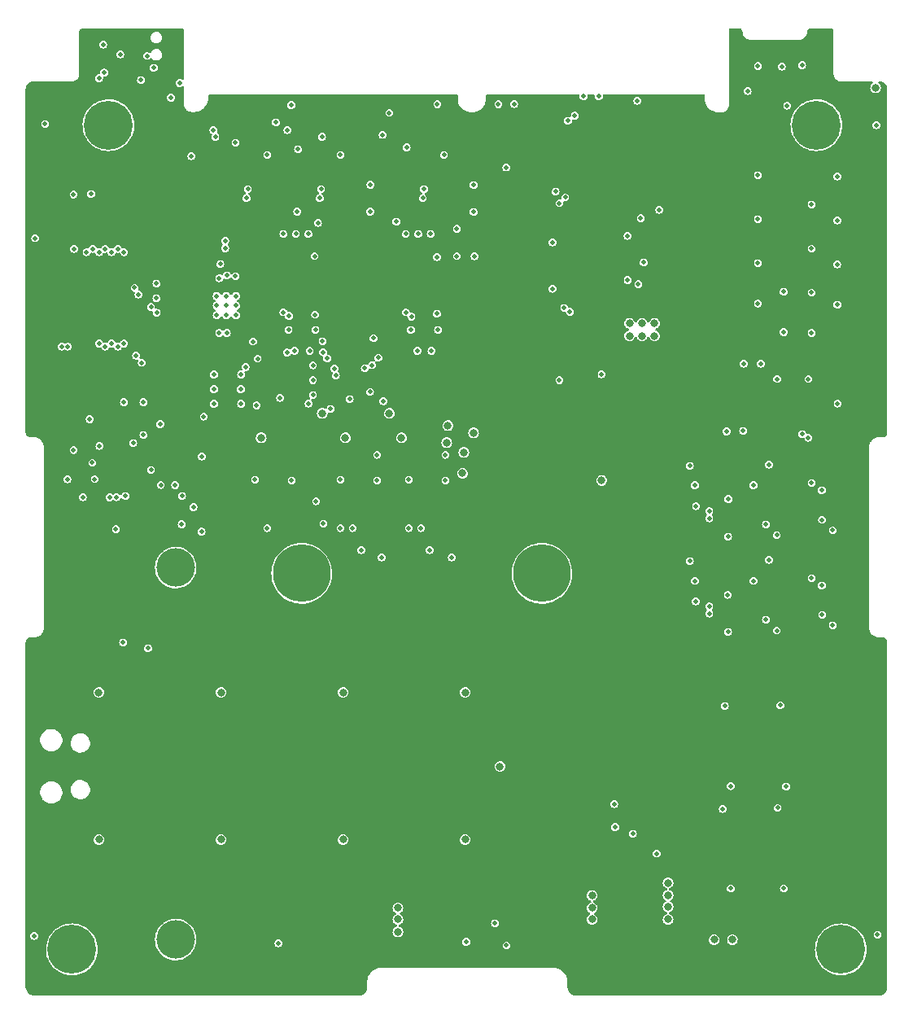
<source format=gbr>
%TF.GenerationSoftware,KiCad,Pcbnew,(6.0.5)*%
%TF.CreationDate,2022-05-20T09:36:28-04:00*%
%TF.ProjectId,FP Interface Card,46502049-6e74-4657-9266-616365204361,rev?*%
%TF.SameCoordinates,Original*%
%TF.FileFunction,Copper,L4,Inr*%
%TF.FilePolarity,Positive*%
%FSLAX46Y46*%
G04 Gerber Fmt 4.6, Leading zero omitted, Abs format (unit mm)*
G04 Created by KiCad (PCBNEW (6.0.5)) date 2022-05-20 09:36:28*
%MOMM*%
%LPD*%
G01*
G04 APERTURE LIST*
%TA.AperFunction,ComponentPad*%
%ADD10C,5.080000*%
%TD*%
%TA.AperFunction,ComponentPad*%
%ADD11C,4.000000*%
%TD*%
%TA.AperFunction,ComponentPad*%
%ADD12C,6.000000*%
%TD*%
%TA.AperFunction,ComponentPad*%
%ADD13C,0.500000*%
%TD*%
%TA.AperFunction,ViaPad*%
%ADD14C,0.800000*%
%TD*%
%TA.AperFunction,ViaPad*%
%ADD15C,0.508000*%
%TD*%
G04 APERTURE END LIST*
D10*
%TO.N,/CHS*%
%TO.C,H2*%
X122690000Y-74540000D03*
%TD*%
%TO.N,/CHS*%
%TO.C,H1*%
X49030000Y-74540000D03*
%TD*%
%TO.N,/CHS*%
%TO.C,H3*%
X125230000Y-160270000D03*
%TD*%
%TO.N,/CHS*%
%TO.C,H4*%
X45230000Y-160270000D03*
%TD*%
D11*
%TO.N,GND*%
%TO.C,U24*%
X56026000Y-159260000D03*
D12*
X69126000Y-121160000D03*
D11*
X56026000Y-120560000D03*
D12*
X94126000Y-121160000D03*
%TD*%
D13*
%TO.N,GND*%
%TO.C,U11*%
X61300200Y-94305400D03*
X62300200Y-92305400D03*
X60300200Y-92305400D03*
X62300200Y-93305400D03*
X61300200Y-93305400D03*
X62300200Y-94305400D03*
X60300200Y-94305400D03*
X61300200Y-92305400D03*
X60300200Y-93305400D03*
%TD*%
D14*
%TO.N,/CHS*%
X128850000Y-70650000D03*
D15*
%TO.N,/Magnetotorquer Drivers/Y_Drive*%
X69824200Y-85857400D03*
X70520400Y-94245200D03*
%TO.N,/H1-40*%
X103050000Y-86050000D03*
X96833831Y-74066169D03*
%TO.N,/5V_USB*%
X50246500Y-67179000D03*
X57650000Y-77750000D03*
X48579694Y-69078418D03*
X95550000Y-81450000D03*
X90433831Y-78933831D03*
%TO.N,/H1-39*%
X97550000Y-73550000D03*
X103050000Y-90650000D03*
%TO.N,Net-(C10-Pad1)*%
X119080500Y-68449000D03*
%TO.N,/H2-22*%
X80050000Y-76850000D03*
X89250000Y-157550000D03*
X62250000Y-76350000D03*
X53739000Y-68576000D03*
%TO.N,/H1-8*%
X106350000Y-83350000D03*
X68050000Y-72450000D03*
%TO.N,/H1-6*%
X66449998Y-74250004D03*
X113150000Y-134950000D03*
%TO.N,/H1-11*%
X48050000Y-69650000D03*
X60150000Y-75750000D03*
X71250000Y-75750000D03*
X101650000Y-145150000D03*
%TO.N,/H1-7*%
X95950000Y-101050000D03*
X68750000Y-77050000D03*
X55525000Y-71675000D03*
%TO.N,/H1-5*%
X67650000Y-75050000D03*
X59950000Y-75050000D03*
X118650000Y-145550000D03*
%TO.N,GND*%
X109518000Y-119884000D03*
X65552200Y-77623400D03*
X71012700Y-82129400D03*
X44805200Y-97563400D03*
X110037000Y-111985000D03*
X47076200Y-105116400D03*
X113525292Y-113425292D03*
X60665200Y-88987400D03*
X68090000Y-111505000D03*
X68387200Y-98004400D03*
X44155200Y-97563400D03*
D14*
X113950005Y-159249999D03*
D15*
X49878200Y-113236400D03*
X70468147Y-88150000D03*
X91233820Y-72333820D03*
X79956200Y-94000000D03*
D14*
X48050000Y-148850000D03*
D15*
X74122500Y-103033000D03*
D14*
X60750000Y-133550000D03*
D15*
X72150000Y-104050000D03*
X85279200Y-88150000D03*
D14*
X86150000Y-133550000D03*
D15*
X71302600Y-97024000D03*
X71785200Y-98803900D03*
X76980000Y-108835000D03*
X67224200Y-94000000D03*
X76286200Y-80732400D03*
X83206200Y-88250000D03*
X82643200Y-98004400D03*
X124872000Y-79879000D03*
X66728000Y-159628000D03*
X77625000Y-103250000D03*
X101750000Y-147550000D03*
X63392700Y-82129400D03*
X119649400Y-72510400D03*
X116604000Y-68385500D03*
X124897000Y-103501000D03*
X61173200Y-86574400D03*
D14*
X60750000Y-148850000D03*
D15*
X124847000Y-89023000D03*
X54467200Y-111962200D03*
X122190000Y-91959000D03*
X104050000Y-72000000D03*
X50632200Y-103348600D03*
X122192000Y-111756000D03*
X50650000Y-97250000D03*
X100336418Y-100450003D03*
X56450000Y-70150000D03*
X70630000Y-113661000D03*
X74440000Y-116455000D03*
X113492800Y-117344000D03*
X45447200Y-87403400D03*
X57881600Y-114270200D03*
X89600000Y-72350000D03*
X103599000Y-148240000D03*
X77107000Y-98727000D03*
X117759000Y-119757000D03*
X69961200Y-98004400D03*
X129050000Y-158746000D03*
X110139000Y-124075000D03*
X73172200Y-77623400D03*
X64280000Y-111420000D03*
D14*
X112050009Y-159249999D03*
D15*
X61173200Y-87336400D03*
D14*
X73450000Y-133550000D03*
D15*
X123245000Y-112518000D03*
X128923000Y-74545000D03*
X87025200Y-80752400D03*
X83939200Y-77643400D03*
X81726700Y-82129400D03*
X76980000Y-111505000D03*
X122190000Y-87387000D03*
X73170000Y-111420000D03*
X104714500Y-88815000D03*
D14*
X86150000Y-148850000D03*
D15*
X124872000Y-84451000D03*
X52405500Y-69846000D03*
X75329000Y-118741000D03*
X54416800Y-105636600D03*
X81169200Y-98004400D03*
X115524500Y-70989000D03*
X42436000Y-74418000D03*
X90444000Y-159860000D03*
X121854000Y-100936000D03*
D14*
X100336420Y-111490345D03*
D15*
X123245000Y-122424000D03*
X65550000Y-116455000D03*
X41400600Y-86293200D03*
X53040500Y-67331400D03*
X118604000Y-100936000D03*
X52664200Y-103348600D03*
X124872000Y-93214000D03*
X82441000Y-118741000D03*
X104413000Y-84215000D03*
X116133000Y-121941000D03*
X110037000Y-121941000D03*
X41293000Y-158873000D03*
X116133000Y-111985000D03*
X47350000Y-109650000D03*
X110164000Y-114169000D03*
X113492800Y-127250000D03*
D14*
X73450000Y-148850000D03*
D15*
X109518000Y-109978000D03*
X64546200Y-98821000D03*
X121212650Y-68298666D03*
X64446000Y-103683000D03*
X56694800Y-113103600D03*
X81552000Y-116455000D03*
D14*
X48024000Y-133550000D03*
D15*
X113466000Y-123390600D03*
X80282000Y-111420000D03*
X45399800Y-108316800D03*
X76612000Y-96695000D03*
X84092000Y-111505000D03*
X122190000Y-82800000D03*
X122190000Y-96150000D03*
X66883500Y-102906000D03*
X84092000Y-108835000D03*
X117759000Y-109851000D03*
X64063600Y-97043000D03*
X86250000Y-159486000D03*
X48481200Y-66163000D03*
X122192000Y-121662000D03*
X58711400Y-116810200D03*
D14*
X89750000Y-141250000D03*
D15*
%TO.N,/H1-19*%
X78250000Y-73250000D03*
X118930754Y-134883872D03*
%TO.N,/H1-20*%
X77550000Y-75550000D03*
X112950000Y-145650000D03*
%TO.N,+5V*%
X87025200Y-83546400D03*
X83250000Y-72350000D03*
X80497200Y-95832400D03*
X106075000Y-150301000D03*
X113770611Y-143278402D03*
X83315200Y-95832400D03*
D14*
X79150000Y-158450000D03*
D15*
X67765200Y-95832400D03*
X70818400Y-84699800D03*
D14*
X79150000Y-157150000D03*
D15*
X68666200Y-83526400D03*
D14*
X99350000Y-157150000D03*
D15*
X87120800Y-88174600D03*
D14*
X99350000Y-155950000D03*
X79150000Y-155950000D03*
D15*
X119290611Y-153932402D03*
X76261200Y-83526400D03*
X113774611Y-153932402D03*
X119532611Y-143332402D03*
D14*
X99350000Y-154650000D03*
D15*
X78981600Y-84572200D03*
X70558200Y-95832400D03*
%TO.N,+3V3*%
X117162000Y-121929000D03*
X120808000Y-91867000D03*
X110648000Y-84401000D03*
X110164000Y-126869000D03*
X112680000Y-103451000D03*
X112680000Y-102281000D03*
X110902000Y-102281000D03*
X110648000Y-88973000D03*
X126039000Y-112518000D03*
X120808000Y-87295000D03*
X61589800Y-116810200D03*
X84473000Y-72386000D03*
X48788200Y-103099600D03*
X100506000Y-88150000D03*
X124872000Y-106295000D03*
X126039000Y-122424000D03*
X124872000Y-102281000D03*
X117137000Y-112023000D03*
X43520200Y-101246400D03*
X110902000Y-103451000D03*
X110648000Y-93164000D03*
X116236000Y-103451000D03*
X77033700Y-100837261D03*
X116396611Y-146566402D03*
X120808000Y-96058000D03*
X120808000Y-82723000D03*
X116638611Y-135966402D03*
X44145400Y-86243200D03*
X57871200Y-86574400D03*
X43408400Y-110003400D03*
X57871200Y-87336400D03*
X100513561Y-83302547D03*
X114458000Y-102281000D03*
X110648000Y-79829000D03*
X112794000Y-109978000D03*
X116236000Y-102281000D03*
X64418189Y-100900000D03*
X112794000Y-119884000D03*
X71700000Y-101000000D03*
X110139000Y-116963000D03*
X110880611Y-146566402D03*
X114458000Y-103451000D03*
X110876611Y-135912402D03*
%TO.N,/SDA_SYS*%
X116602000Y-79752000D03*
X98450000Y-71550000D03*
X116602000Y-88896000D03*
%TO.N,/SCL_SYS*%
X116602000Y-93087000D03*
X100050000Y-71550000D03*
X116602000Y-84324000D03*
%TO.N,/Magnetotorquer Drivers/2.5V_Vref*%
X60550000Y-96159580D03*
X77450000Y-119503000D03*
X60550000Y-90450000D03*
X56650000Y-116050000D03*
X71392000Y-115982000D03*
X84750000Y-119503000D03*
X58950000Y-104850000D03*
%TO.N,/Magnetotorquer Drivers/2.5V_ADCout*%
X58750000Y-108997000D03*
X52664200Y-106767400D03*
%TO.N,/Magnetotorquer Drivers/X_Drive*%
X67802600Y-94372200D03*
X67224200Y-85857400D03*
%TO.N,/Magnetotorquer Drivers/Z_drive*%
X79956200Y-85857400D03*
X80550000Y-94450000D03*
D14*
%TO.N,/Y+*%
X78250000Y-104517000D03*
X87013000Y-106549000D03*
%TO.N,/X+*%
X85997000Y-108581000D03*
X71265000Y-104517000D03*
%TO.N,/X-*%
X85870000Y-110740000D03*
X64915000Y-107057000D03*
%TO.N,/Y-*%
X84219000Y-107565000D03*
X73678000Y-107057000D03*
%TO.N,/Z-*%
X79520000Y-107057000D03*
X84346000Y-105787000D03*
D15*
%TO.N,/SCL_Magnetotorquers*%
X47218837Y-81699447D03*
X95950000Y-82650000D03*
X44753600Y-111364200D03*
X53450000Y-93450000D03*
%TO.N,/SDA_Magnetotorquers*%
X46353600Y-113238200D03*
X96550000Y-82050000D03*
X45400000Y-81750000D03*
X54050000Y-94050000D03*
%TO.N,/SCL_IMU*%
X121204000Y-106661000D03*
X97050000Y-93950000D03*
X53150000Y-128950000D03*
X119284000Y-96058000D03*
%TO.N,/SDA_IMU*%
X96450000Y-93550000D03*
X121850000Y-107050000D03*
X50550000Y-128350000D03*
X119284000Y-91867000D03*
%TO.N,/Magnetotorquer Drivers/~{DRV_SLP_Y}*%
X49997200Y-87403400D03*
X67600000Y-98179800D03*
%TO.N,Net-(R1-Pad2)*%
X70301762Y-99523162D03*
%TO.N,/Magnetotorquer Drivers/DRV_PH_Y*%
X63300000Y-99700000D03*
X50005200Y-97563400D03*
%TO.N,Net-(R2-Pad2)*%
X70300000Y-101050000D03*
%TO.N,/Magnetotorquer Drivers/DRV_EN_Y*%
X50650000Y-87750000D03*
X69850000Y-103500000D03*
%TO.N,Net-(R3-Pad2)*%
X70300000Y-102600000D03*
%TO.N,/IMU/SCL_IMU1*%
X118558000Y-117181000D03*
X123280511Y-115582689D03*
X111537000Y-114677000D03*
X116903000Y-99342000D03*
%TO.N,/IMU/SDA_IMU1*%
X111537000Y-115439000D03*
X115125000Y-99342000D03*
X117439000Y-116062000D03*
X124392000Y-116681000D03*
%TO.N,/IMU/SCL_IMU2*%
X111537000Y-124583000D03*
X113347000Y-106390000D03*
X123295300Y-125468000D03*
X118558000Y-127097000D03*
%TO.N,/IMU/SDA_IMU2*%
X111537000Y-125345000D03*
X117439000Y-125978000D03*
X115061500Y-106326500D03*
X124392000Y-126564700D03*
%TO.N,/Magnetotorquer Drivers/~{DAC_LAT0}*%
X54011200Y-92543400D03*
%TO.N,/Magnetotorquer Drivers/~{DAC_LAT1}*%
X54011200Y-91019400D03*
%TO.N,/Magnetotorquer Drivers/~{AMP_SHDN_XY}*%
X51750000Y-91450000D03*
X68524200Y-85857400D03*
%TO.N,/Magnetotorquer Drivers/Y_sen*%
X73170000Y-116455000D03*
X49807200Y-116558400D03*
%TO.N,/Magnetotorquer Drivers/Z_sen*%
X55966200Y-111974400D03*
X80282000Y-116455000D03*
%TO.N,Net-(R39-Pad2)*%
X85279200Y-85320800D03*
%TO.N,/Magnetotorquer Drivers/~{ADC_RST}*%
X51900000Y-98500000D03*
X46750000Y-87750000D03*
%TO.N,/Magnetotorquer Drivers/~{AMP_SHDN_Z}*%
X52150000Y-92150000D03*
X81256200Y-85857400D03*
%TO.N,/Magnetotorquer Drivers/ADC_ALERT{slash}BUSY*%
X47397200Y-87403400D03*
X52500000Y-99250000D03*
%TO.N,Net-(R43-Pad2)*%
X53450000Y-110400000D03*
%TO.N,Net-(R45-Pad2)*%
X49150000Y-113250000D03*
%TO.N,Net-(R46-Pad2)*%
X47600000Y-111350000D03*
%TO.N,/Magnetotorquer Drivers/~{DRV_SLP_X}*%
X60000000Y-100475800D03*
X49350000Y-97250000D03*
%TO.N,Net-(R59-Pad2)*%
X62816289Y-100476335D03*
%TO.N,/Magnetotorquer Drivers/DRV_PH_X*%
X60000000Y-102000000D03*
X48050000Y-97250000D03*
%TO.N,Net-(R60-Pad2)*%
X62800000Y-102000000D03*
%TO.N,/Magnetotorquer Drivers/DRV_EN_X*%
X48705200Y-97563400D03*
X60000000Y-103523800D03*
%TO.N,Net-(R61-Pad2)*%
X62819637Y-103520067D03*
%TO.N,/Magnetotorquer Drivers/~{DRV_SLP_Z}*%
X48047200Y-87750000D03*
X71350000Y-98150000D03*
%TO.N,Net-(R62-Pad2)*%
X76450000Y-99500000D03*
%TO.N,/Magnetotorquer Drivers/DRV_PH_Z*%
X72550000Y-99850000D03*
X49347200Y-87750000D03*
%TO.N,Net-(R63-Pad2)*%
X75702756Y-99828097D03*
%TO.N,/Magnetotorquer Drivers/DRV_EN_Z*%
X72691272Y-100575482D03*
X48697200Y-87403400D03*
%TO.N,Net-(R64-Pad2)*%
X76235983Y-102285519D03*
%TO.N,/Magnetotorquer Drivers/X_Vs_2.5V*%
X61350000Y-90150000D03*
X63525200Y-81179400D03*
%TO.N,/Magnetotorquer Drivers/Y_Vs_2.5V*%
X61350000Y-96159580D03*
X71145200Y-81179400D03*
%TO.N,/Magnetotorquer Drivers/Z_Vs_2.5V*%
X81859200Y-81179400D03*
X62250000Y-90250000D03*
%TO.N,Net-(U14-Pad12)*%
X51600000Y-107600000D03*
X50800000Y-113100000D03*
%TO.N,Net-(R41-Pad2)*%
X48100000Y-107900000D03*
%TO.N,/Magnetotorquer Drivers/unused*%
X83206200Y-94149400D03*
X82556200Y-85857400D03*
D14*
%TO.N,/PAYLOAD_5V*%
X107250000Y-155850000D03*
X107250000Y-157150000D03*
X107250000Y-154650000D03*
X107250000Y-153350000D03*
%TO.N,5V_RF*%
X103250001Y-96450011D03*
D15*
X95238000Y-91550000D03*
D14*
X105850000Y-96450000D03*
D15*
X104159000Y-91073000D03*
X95238000Y-86724000D03*
D14*
X103250000Y-95150000D03*
X105850000Y-95150000D03*
X104550000Y-95150000D03*
X104550000Y-96450000D03*
%TD*%
%TA.AperFunction,Conductor*%
%TO.N,+3V3*%
G36*
X114645489Y-64462397D02*
G01*
X114658394Y-64464964D01*
X114670330Y-64462590D01*
X114686063Y-64463621D01*
X114689679Y-64464097D01*
X114731357Y-64469584D01*
X114763131Y-64478098D01*
X114815792Y-64499912D01*
X114844279Y-64516360D01*
X114889502Y-64551063D01*
X114912763Y-64574327D01*
X114947459Y-64619551D01*
X114963903Y-64648037D01*
X114975923Y-64677062D01*
X114984088Y-64696776D01*
X114985713Y-64700701D01*
X114994225Y-64732481D01*
X115000150Y-64777530D01*
X115001226Y-64793626D01*
X115001226Y-64793744D01*
X114998898Y-64805441D01*
X114998904Y-64805472D01*
X114998898Y-64805503D01*
X115000487Y-64813488D01*
X115001217Y-64820892D01*
X115001217Y-64820896D01*
X115002942Y-64838386D01*
X115016216Y-64973008D01*
X115039514Y-65049787D01*
X115063289Y-65128134D01*
X115065091Y-65134074D01*
X115068005Y-65139525D01*
X115068006Y-65139527D01*
X115131734Y-65258733D01*
X115144446Y-65282511D01*
X115251232Y-65412617D01*
X115256010Y-65416538D01*
X115376566Y-65515470D01*
X115376569Y-65515472D01*
X115381347Y-65519393D01*
X115386800Y-65522307D01*
X115386802Y-65522309D01*
X115474917Y-65569406D01*
X115529791Y-65598736D01*
X115535714Y-65600533D01*
X115535717Y-65600534D01*
X115684938Y-65645801D01*
X115684942Y-65645802D01*
X115690860Y-65647597D01*
X115697013Y-65648203D01*
X115697017Y-65648204D01*
X115758501Y-65654261D01*
X115849894Y-65663265D01*
X115858367Y-65664951D01*
X115871265Y-65662386D01*
X115895841Y-65659966D01*
X120820903Y-65659966D01*
X120845487Y-65662388D01*
X120858376Y-65664952D01*
X120866752Y-65663286D01*
X120874420Y-65662531D01*
X120874421Y-65662531D01*
X120926284Y-65657424D01*
X121025891Y-65647616D01*
X121186969Y-65598756D01*
X121233680Y-65573789D01*
X121329957Y-65522329D01*
X121329961Y-65522326D01*
X121335419Y-65519409D01*
X121465535Y-65412624D01*
X121469461Y-65407840D01*
X121469465Y-65407836D01*
X121568386Y-65287296D01*
X121572318Y-65282505D01*
X121576573Y-65274545D01*
X121648746Y-65139510D01*
X121648746Y-65139509D01*
X121651662Y-65134054D01*
X121700519Y-64972975D01*
X121714080Y-64835227D01*
X121715420Y-64821621D01*
X121715420Y-64821620D01*
X121716173Y-64813971D01*
X121717862Y-64805484D01*
X121717860Y-64805475D01*
X121717863Y-64805460D01*
X121715483Y-64793500D01*
X121716513Y-64777862D01*
X121717004Y-64774139D01*
X121722486Y-64732509D01*
X121730999Y-64700740D01*
X121752823Y-64648056D01*
X121769266Y-64619577D01*
X121803982Y-64574334D01*
X121827237Y-64551080D01*
X121872473Y-64516369D01*
X121900955Y-64499924D01*
X121953638Y-64478100D01*
X121985406Y-64469586D01*
X122030701Y-64463621D01*
X122046440Y-64462589D01*
X122058383Y-64464964D01*
X122071270Y-64462400D01*
X122095857Y-64459978D01*
X122740010Y-64459978D01*
X122740030Y-64459979D01*
X122740040Y-64459981D01*
X124127621Y-64459981D01*
X124152201Y-64462402D01*
X124152923Y-64462546D01*
X124152925Y-64462546D01*
X124165097Y-64464967D01*
X124175597Y-64462878D01*
X124191080Y-64464097D01*
X124242463Y-64472236D01*
X124279957Y-64484419D01*
X124331965Y-64510920D01*
X124363857Y-64534093D01*
X124382089Y-64552328D01*
X124405130Y-64575372D01*
X124428299Y-64607267D01*
X124454795Y-64659278D01*
X124466975Y-64696776D01*
X124475172Y-64748570D01*
X124476365Y-64763758D01*
X124474299Y-64774139D01*
X124476719Y-64786312D01*
X124476867Y-64787058D01*
X124479285Y-64811623D01*
X124479285Y-69186660D01*
X124476862Y-69211251D01*
X124474299Y-69224131D01*
X124476718Y-69236300D01*
X124476718Y-69237653D01*
X124477744Y-69244575D01*
X124484400Y-69312208D01*
X124489967Y-69368779D01*
X124491763Y-69374701D01*
X124520734Y-69470227D01*
X124532150Y-69507871D01*
X124536131Y-69515319D01*
X124583447Y-69603849D01*
X124600661Y-69636058D01*
X124692865Y-69748416D01*
X124805219Y-69840624D01*
X124933404Y-69909139D01*
X124939327Y-69910935D01*
X124939328Y-69910936D01*
X124978021Y-69922672D01*
X125072494Y-69951327D01*
X125196883Y-69963573D01*
X125203562Y-69964563D01*
X125204969Y-69964563D01*
X125217141Y-69966983D01*
X125229309Y-69964562D01*
X125229314Y-69964562D01*
X125230026Y-69964420D01*
X125254615Y-69961997D01*
X128467201Y-69961997D01*
X128535322Y-69981999D01*
X128581815Y-70035655D01*
X128591919Y-70105929D01*
X128562425Y-70170509D01*
X128543905Y-70187960D01*
X128515497Y-70209758D01*
X128455667Y-70255667D01*
X128367043Y-70371165D01*
X128363884Y-70378791D01*
X128363883Y-70378793D01*
X128359396Y-70389626D01*
X128311331Y-70505664D01*
X128310254Y-70513848D01*
X128310253Y-70513850D01*
X128299281Y-70597191D01*
X128292329Y-70650000D01*
X128311331Y-70794336D01*
X128367043Y-70928835D01*
X128455667Y-71044333D01*
X128571164Y-71132957D01*
X128705664Y-71188669D01*
X128850000Y-71207671D01*
X128858188Y-71206593D01*
X128986148Y-71189747D01*
X128994336Y-71188669D01*
X129128836Y-71132957D01*
X129244333Y-71044333D01*
X129332957Y-70928835D01*
X129388669Y-70794336D01*
X129407671Y-70650000D01*
X129400719Y-70597191D01*
X129389747Y-70513850D01*
X129389746Y-70513848D01*
X129388669Y-70505664D01*
X129340604Y-70389626D01*
X129336117Y-70378793D01*
X129336116Y-70378791D01*
X129332957Y-70371165D01*
X129244333Y-70255667D01*
X129159442Y-70190528D01*
X129117576Y-70133191D01*
X129113354Y-70062320D01*
X129148118Y-70000417D01*
X129210830Y-69967136D01*
X129215493Y-69966663D01*
X129217118Y-69966986D01*
X129222134Y-69965988D01*
X129236147Y-69964566D01*
X129236971Y-69964566D01*
X129249322Y-69965173D01*
X129311351Y-69971283D01*
X129370279Y-69977088D01*
X129394499Y-69981905D01*
X129529909Y-70022984D01*
X129552717Y-70032432D01*
X129640433Y-70079318D01*
X129677507Y-70099135D01*
X129698037Y-70112853D01*
X129807423Y-70202623D01*
X129824876Y-70220076D01*
X129863807Y-70267513D01*
X129914645Y-70329459D01*
X129928367Y-70349996D01*
X129995065Y-70474776D01*
X130004518Y-70497596D01*
X130045592Y-70632996D01*
X130050411Y-70657220D01*
X130062330Y-70778204D01*
X130062937Y-70790557D01*
X130062937Y-70798208D01*
X130060516Y-70810381D01*
X130062937Y-70822551D01*
X130062937Y-70822552D01*
X130063081Y-70823276D01*
X130065502Y-70847859D01*
X130065502Y-106460723D01*
X130063081Y-106485302D01*
X130060516Y-106498199D01*
X130062937Y-106510370D01*
X130062937Y-106513886D01*
X130062145Y-106527994D01*
X130054367Y-106597025D01*
X130048090Y-106624527D01*
X130019931Y-106705001D01*
X130007692Y-106730415D01*
X129990606Y-106757607D01*
X129962334Y-106802602D01*
X129944742Y-106824661D01*
X129884464Y-106884939D01*
X129862405Y-106902531D01*
X129790217Y-106947890D01*
X129764797Y-106960132D01*
X129684333Y-106988288D01*
X129656826Y-106994567D01*
X129621486Y-106998549D01*
X129587823Y-107002342D01*
X129573716Y-107003134D01*
X129570175Y-107003134D01*
X129558001Y-107000712D01*
X129545104Y-107003277D01*
X129520525Y-107005698D01*
X129214479Y-107005698D01*
X129189900Y-107003277D01*
X129177003Y-107000712D01*
X129167068Y-107002688D01*
X129161981Y-107003133D01*
X129161301Y-107003133D01*
X129160226Y-107003287D01*
X128999815Y-107017320D01*
X128954393Y-107029491D01*
X128833321Y-107061932D01*
X128833316Y-107061934D01*
X128828012Y-107063355D01*
X128666812Y-107138523D01*
X128521114Y-107240541D01*
X128395345Y-107366310D01*
X128392197Y-107370806D01*
X128392196Y-107370807D01*
X128299574Y-107503083D01*
X128293325Y-107512007D01*
X128291004Y-107516984D01*
X128291003Y-107516986D01*
X128290663Y-107517715D01*
X128218156Y-107673207D01*
X128172121Y-107845010D01*
X128165011Y-107926281D01*
X128158084Y-108005450D01*
X128157937Y-108006479D01*
X128157937Y-108007132D01*
X128157485Y-108012298D01*
X128155516Y-108022197D01*
X128157937Y-108034367D01*
X128158081Y-108035091D01*
X128160502Y-108059673D01*
X128160502Y-126755321D01*
X128158081Y-126779900D01*
X128155516Y-126792797D01*
X128157485Y-126802696D01*
X128157937Y-126807862D01*
X128157937Y-126808515D01*
X128158084Y-126809544D01*
X128172121Y-126969985D01*
X128173545Y-126975298D01*
X128173545Y-126975300D01*
X128215663Y-127132487D01*
X128218155Y-127141789D01*
X128220478Y-127146770D01*
X128220478Y-127146771D01*
X128290998Y-127298003D01*
X128291001Y-127298008D01*
X128293324Y-127302990D01*
X128296480Y-127307497D01*
X128296481Y-127307499D01*
X128377553Y-127423281D01*
X128395343Y-127448688D01*
X128521112Y-127574457D01*
X128525620Y-127577614D01*
X128525623Y-127577616D01*
X128643881Y-127660421D01*
X128666810Y-127676476D01*
X128671792Y-127678799D01*
X128671797Y-127678802D01*
X128823029Y-127749322D01*
X128828011Y-127751645D01*
X128833319Y-127753067D01*
X128833321Y-127753068D01*
X128994500Y-127796255D01*
X128999815Y-127797679D01*
X129125672Y-127808690D01*
X129160256Y-127811716D01*
X129161285Y-127811863D01*
X129161938Y-127811863D01*
X129167104Y-127812315D01*
X129177003Y-127814284D01*
X129189900Y-127811719D01*
X129214479Y-127809298D01*
X129520525Y-127809298D01*
X129545104Y-127811719D01*
X129558001Y-127814284D01*
X129570172Y-127811863D01*
X129573688Y-127811863D01*
X129587794Y-127812655D01*
X129602253Y-127814284D01*
X129656825Y-127820433D01*
X129684329Y-127826710D01*
X129764801Y-127854869D01*
X129790218Y-127867110D01*
X129862403Y-127912467D01*
X129884462Y-127930059D01*
X129944741Y-127990338D01*
X129962333Y-128012397D01*
X130007690Y-128084582D01*
X130019931Y-128109999D01*
X130048089Y-128190468D01*
X130054367Y-128217975D01*
X130059662Y-128264967D01*
X130062145Y-128287006D01*
X130062937Y-128301112D01*
X130062937Y-128304628D01*
X130060516Y-128316799D01*
X130062937Y-128328969D01*
X130063081Y-128329693D01*
X130065502Y-128354275D01*
X130065502Y-164118722D01*
X130063081Y-164143301D01*
X130060516Y-164156198D01*
X130062937Y-164168369D01*
X130062937Y-164180010D01*
X130062458Y-164190991D01*
X130053637Y-164291825D01*
X130052193Y-164308326D01*
X130048379Y-164329956D01*
X130011709Y-164466811D01*
X130004197Y-164487450D01*
X129944318Y-164615860D01*
X129933336Y-164634881D01*
X129852070Y-164750941D01*
X129837953Y-164767765D01*
X129737768Y-164867951D01*
X129720944Y-164882068D01*
X129604878Y-164963339D01*
X129585869Y-164974314D01*
X129490427Y-165018820D01*
X129457453Y-165034196D01*
X129436815Y-165041707D01*
X129299960Y-165078378D01*
X129278332Y-165082192D01*
X129183241Y-165090512D01*
X129161032Y-165092455D01*
X129150048Y-165092934D01*
X129138375Y-165092934D01*
X129126202Y-165090512D01*
X129113305Y-165093077D01*
X129088726Y-165095498D01*
X97769278Y-165095498D01*
X97744699Y-165093077D01*
X97731802Y-165090512D01*
X97719631Y-165092933D01*
X97707990Y-165092933D01*
X97697009Y-165092454D01*
X97667122Y-165089839D01*
X97579672Y-165082188D01*
X97558049Y-165078376D01*
X97421191Y-165041705D01*
X97400551Y-165034193D01*
X97272141Y-164974314D01*
X97253120Y-164963332D01*
X97137057Y-164882064D01*
X97120233Y-164867946D01*
X97020054Y-164767767D01*
X97005936Y-164750943D01*
X96924668Y-164634880D01*
X96913686Y-164615859D01*
X96853807Y-164487449D01*
X96846295Y-164466810D01*
X96823962Y-164383462D01*
X96809624Y-164329951D01*
X96805811Y-164308325D01*
X96804368Y-164291825D01*
X96795546Y-164190991D01*
X96795067Y-164180010D01*
X96795067Y-164168369D01*
X96797488Y-164156198D01*
X96794923Y-164143301D01*
X96792502Y-164118722D01*
X96792502Y-163660274D01*
X96794923Y-163635692D01*
X96797488Y-163622798D01*
X96796647Y-163618572D01*
X96779094Y-163395533D01*
X96725875Y-163173865D01*
X96693985Y-163096875D01*
X96640531Y-162967825D01*
X96640529Y-162967821D01*
X96638636Y-162963251D01*
X96519523Y-162768877D01*
X96371471Y-162595529D01*
X96198123Y-162447477D01*
X96003749Y-162328364D01*
X95999179Y-162326471D01*
X95999175Y-162326469D01*
X95797712Y-162243021D01*
X95793135Y-162241125D01*
X95571467Y-162187906D01*
X95455688Y-162178794D01*
X95361392Y-162171373D01*
X95361391Y-162171373D01*
X95348428Y-162170353D01*
X95344202Y-162169512D01*
X95331305Y-162172077D01*
X95306726Y-162174498D01*
X77449278Y-162174498D01*
X77424699Y-162172077D01*
X77411802Y-162169512D01*
X77407543Y-162170359D01*
X77395594Y-162171299D01*
X77395593Y-162171299D01*
X77270226Y-162181166D01*
X77184538Y-162187910D01*
X77179731Y-162189064D01*
X77179725Y-162189065D01*
X77038560Y-162222956D01*
X76962870Y-162241127D01*
X76958299Y-162243020D01*
X76958297Y-162243021D01*
X76756830Y-162326471D01*
X76756826Y-162326473D01*
X76752256Y-162328366D01*
X76557882Y-162447478D01*
X76554122Y-162450690D01*
X76554117Y-162450693D01*
X76388301Y-162592313D01*
X76388298Y-162592316D01*
X76384534Y-162595531D01*
X76381323Y-162599291D01*
X76381319Y-162599295D01*
X76261021Y-162740145D01*
X76236481Y-162768878D01*
X76117368Y-162963251D01*
X76030129Y-163173865D01*
X75976910Y-163395533D01*
X75959357Y-163618572D01*
X75958516Y-163622798D01*
X75961081Y-163635692D01*
X75963502Y-163660274D01*
X75963502Y-164118722D01*
X75961081Y-164143301D01*
X75958516Y-164156198D01*
X75960937Y-164168369D01*
X75960937Y-164180010D01*
X75960458Y-164190991D01*
X75951637Y-164291825D01*
X75950193Y-164308326D01*
X75946379Y-164329956D01*
X75909709Y-164466811D01*
X75902197Y-164487450D01*
X75842318Y-164615860D01*
X75831336Y-164634881D01*
X75750070Y-164750941D01*
X75735953Y-164767765D01*
X75635768Y-164867951D01*
X75618944Y-164882068D01*
X75502878Y-164963339D01*
X75483869Y-164974314D01*
X75388427Y-165018820D01*
X75355453Y-165034196D01*
X75334815Y-165041707D01*
X75197960Y-165078378D01*
X75176332Y-165082192D01*
X75081241Y-165090512D01*
X75059032Y-165092455D01*
X75048048Y-165092934D01*
X75036375Y-165092934D01*
X75024202Y-165090512D01*
X75011305Y-165093077D01*
X74986726Y-165095498D01*
X60522336Y-165095497D01*
X41317352Y-165095495D01*
X41308547Y-165094343D01*
X41308504Y-165095021D01*
X41296125Y-165094231D01*
X41284131Y-165091039D01*
X41271832Y-165092680D01*
X41260202Y-165091937D01*
X41249276Y-165090759D01*
X41132425Y-165072978D01*
X41111083Y-165067794D01*
X40976441Y-165022346D01*
X40956325Y-165013536D01*
X40831612Y-164945393D01*
X40813332Y-164933223D01*
X40702355Y-164844466D01*
X40686463Y-164829305D01*
X40632308Y-164767765D01*
X40592580Y-164722619D01*
X40579567Y-164704934D01*
X40505636Y-164583567D01*
X40495888Y-164563885D01*
X40444160Y-164431533D01*
X40437978Y-164410459D01*
X40410015Y-164271125D01*
X40407587Y-164249295D01*
X40405957Y-164180010D01*
X40404807Y-164131116D01*
X40405028Y-164120132D01*
X40405769Y-164108522D01*
X40408961Y-164096528D01*
X40405599Y-164071322D01*
X40404493Y-164054664D01*
X40404494Y-160241749D01*
X42532326Y-160241749D01*
X42548470Y-160566044D01*
X42549111Y-160569775D01*
X42549112Y-160569783D01*
X42599609Y-160863655D01*
X42603457Y-160886050D01*
X42604545Y-160889689D01*
X42604546Y-160889692D01*
X42685922Y-161161792D01*
X42696491Y-161197133D01*
X42826223Y-161494786D01*
X42828146Y-161498057D01*
X42828148Y-161498061D01*
X42988852Y-161771427D01*
X42988857Y-161771435D01*
X42990775Y-161774697D01*
X42993076Y-161777712D01*
X43185462Y-162029799D01*
X43185467Y-162029805D01*
X43187762Y-162032812D01*
X43190406Y-162035526D01*
X43338852Y-162187910D01*
X43414332Y-162265393D01*
X43667203Y-162469070D01*
X43942711Y-162640892D01*
X44236865Y-162778371D01*
X44545406Y-162879516D01*
X44863864Y-162942861D01*
X44867636Y-162943148D01*
X44867644Y-162943149D01*
X45183847Y-162967202D01*
X45183852Y-162967202D01*
X45187624Y-162967489D01*
X45511999Y-162953043D01*
X45515737Y-162952421D01*
X45515745Y-162952420D01*
X45671743Y-162926454D01*
X45832289Y-162899732D01*
X46143855Y-162808329D01*
X46442183Y-162680157D01*
X46445461Y-162678253D01*
X46445467Y-162678250D01*
X46608793Y-162583382D01*
X46722952Y-162517073D01*
X46725977Y-162514789D01*
X46725985Y-162514784D01*
X46969498Y-162330950D01*
X46982095Y-162321440D01*
X47120611Y-162187910D01*
X47213125Y-162098727D01*
X47213128Y-162098723D01*
X47215859Y-162096091D01*
X47420857Y-161844290D01*
X47464767Y-161774697D01*
X47592096Y-161572893D01*
X47592099Y-161572887D01*
X47594119Y-161569686D01*
X47733137Y-161276255D01*
X47835896Y-160968248D01*
X47852694Y-160886050D01*
X47900149Y-160653841D01*
X47900149Y-160653838D01*
X47900908Y-160650126D01*
X47927230Y-160326499D01*
X47927822Y-160270000D01*
X47926819Y-160253360D01*
X47908511Y-159949667D01*
X47908510Y-159949660D01*
X47908283Y-159945892D01*
X47849947Y-159626479D01*
X47753661Y-159316388D01*
X47718247Y-159237403D01*
X53868187Y-159237403D01*
X53885085Y-159530460D01*
X53885910Y-159534665D01*
X53885911Y-159534673D01*
X53904655Y-159630210D01*
X53941599Y-159818514D01*
X53942986Y-159822565D01*
X53942987Y-159822569D01*
X54035294Y-160092177D01*
X54035298Y-160092186D01*
X54036683Y-160096232D01*
X54168578Y-160358476D01*
X54171004Y-160362005D01*
X54171007Y-160362011D01*
X54332413Y-160596857D01*
X54334844Y-160600394D01*
X54337731Y-160603567D01*
X54337732Y-160603568D01*
X54382578Y-160652853D01*
X54532403Y-160817509D01*
X54535684Y-160820252D01*
X54754308Y-161003051D01*
X54754313Y-161003055D01*
X54757600Y-161005803D01*
X54881934Y-161083798D01*
X55002628Y-161159509D01*
X55002632Y-161159511D01*
X55006268Y-161161792D01*
X55010178Y-161163557D01*
X55010179Y-161163558D01*
X55269894Y-161280824D01*
X55269898Y-161280826D01*
X55273806Y-161282590D01*
X55277925Y-161283810D01*
X55551149Y-161364743D01*
X55551153Y-161364744D01*
X55555262Y-161365961D01*
X55559496Y-161366609D01*
X55559501Y-161366610D01*
X55816363Y-161405915D01*
X55845429Y-161410363D01*
X55994852Y-161412710D01*
X56134646Y-161414907D01*
X56134652Y-161414907D01*
X56138937Y-161414974D01*
X56430356Y-161379708D01*
X56714292Y-161305219D01*
X56718252Y-161303579D01*
X56718257Y-161303577D01*
X56966842Y-161200609D01*
X56985492Y-161192884D01*
X57238937Y-161044783D01*
X57469938Y-160863655D01*
X57511999Y-160820252D01*
X57671236Y-160655931D01*
X57674219Y-160652853D01*
X57676752Y-160649405D01*
X57676756Y-160649400D01*
X57845463Y-160419732D01*
X57848001Y-160416277D01*
X57988069Y-160158305D01*
X58091829Y-159883711D01*
X58150395Y-159628000D01*
X66316028Y-159628000D01*
X66336191Y-159755306D01*
X66394708Y-159870151D01*
X66485849Y-159961292D01*
X66600694Y-160019809D01*
X66728000Y-160039972D01*
X66855306Y-160019809D01*
X66970151Y-159961292D01*
X67061292Y-159870151D01*
X67119809Y-159755306D01*
X67139972Y-159628000D01*
X67119809Y-159500694D01*
X67112322Y-159486000D01*
X85838028Y-159486000D01*
X85858191Y-159613306D01*
X85916708Y-159728151D01*
X86007849Y-159819292D01*
X86122694Y-159877809D01*
X86250000Y-159897972D01*
X86377306Y-159877809D01*
X86412258Y-159860000D01*
X90032028Y-159860000D01*
X90033579Y-159869793D01*
X90035783Y-159883711D01*
X90052191Y-159987306D01*
X90110708Y-160102151D01*
X90201849Y-160193292D01*
X90316694Y-160251809D01*
X90444000Y-160271972D01*
X90571306Y-160251809D01*
X90591050Y-160241749D01*
X122532326Y-160241749D01*
X122548470Y-160566044D01*
X122549111Y-160569775D01*
X122549112Y-160569783D01*
X122599609Y-160863655D01*
X122603457Y-160886050D01*
X122604545Y-160889689D01*
X122604546Y-160889692D01*
X122685922Y-161161792D01*
X122696491Y-161197133D01*
X122826223Y-161494786D01*
X122828146Y-161498057D01*
X122828148Y-161498061D01*
X122988852Y-161771427D01*
X122988857Y-161771435D01*
X122990775Y-161774697D01*
X122993076Y-161777712D01*
X123185462Y-162029799D01*
X123185467Y-162029805D01*
X123187762Y-162032812D01*
X123190406Y-162035526D01*
X123338852Y-162187910D01*
X123414332Y-162265393D01*
X123667203Y-162469070D01*
X123942711Y-162640892D01*
X124236865Y-162778371D01*
X124545406Y-162879516D01*
X124863864Y-162942861D01*
X124867636Y-162943148D01*
X124867644Y-162943149D01*
X125183847Y-162967202D01*
X125183852Y-162967202D01*
X125187624Y-162967489D01*
X125511999Y-162953043D01*
X125515737Y-162952421D01*
X125515745Y-162952420D01*
X125671743Y-162926454D01*
X125832289Y-162899732D01*
X126143855Y-162808329D01*
X126442183Y-162680157D01*
X126445461Y-162678253D01*
X126445467Y-162678250D01*
X126608793Y-162583382D01*
X126722952Y-162517073D01*
X126725977Y-162514789D01*
X126725985Y-162514784D01*
X126969498Y-162330950D01*
X126982095Y-162321440D01*
X127120611Y-162187910D01*
X127213125Y-162098727D01*
X127213128Y-162098723D01*
X127215859Y-162096091D01*
X127420857Y-161844290D01*
X127464767Y-161774697D01*
X127592096Y-161572893D01*
X127592099Y-161572887D01*
X127594119Y-161569686D01*
X127733137Y-161276255D01*
X127835896Y-160968248D01*
X127852694Y-160886050D01*
X127900149Y-160653841D01*
X127900149Y-160653838D01*
X127900908Y-160650126D01*
X127927230Y-160326499D01*
X127927822Y-160270000D01*
X127926819Y-160253360D01*
X127908511Y-159949667D01*
X127908510Y-159949660D01*
X127908283Y-159945892D01*
X127849947Y-159626479D01*
X127753661Y-159316388D01*
X127620820Y-159020110D01*
X127455792Y-158746000D01*
X128638028Y-158746000D01*
X128658191Y-158873306D01*
X128716708Y-158988151D01*
X128807849Y-159079292D01*
X128922694Y-159137809D01*
X129050000Y-159157972D01*
X129177306Y-159137809D01*
X129292151Y-159079292D01*
X129383292Y-158988151D01*
X129441809Y-158873306D01*
X129461972Y-158746000D01*
X129441809Y-158618694D01*
X129383292Y-158503849D01*
X129292151Y-158412708D01*
X129177306Y-158354191D01*
X129050000Y-158334028D01*
X128922694Y-158354191D01*
X128807849Y-158412708D01*
X128716708Y-158503849D01*
X128658191Y-158618694D01*
X128638028Y-158746000D01*
X127455792Y-158746000D01*
X127453346Y-158741937D01*
X127451019Y-158738953D01*
X127451014Y-158738946D01*
X127256002Y-158488893D01*
X127256000Y-158488890D01*
X127253666Y-158485898D01*
X127024673Y-158255703D01*
X126769684Y-158054686D01*
X126617495Y-157961972D01*
X126495635Y-157887734D01*
X126495632Y-157887732D01*
X126492391Y-157885758D01*
X126488944Y-157884191D01*
X126488937Y-157884187D01*
X126200259Y-157752933D01*
X126196813Y-157751366D01*
X125887230Y-157653458D01*
X125669075Y-157612434D01*
X125571850Y-157594151D01*
X125571848Y-157594151D01*
X125568127Y-157593451D01*
X125244126Y-157572215D01*
X125240346Y-157572423D01*
X125240345Y-157572423D01*
X125146818Y-157577570D01*
X124919920Y-157590057D01*
X124916193Y-157590718D01*
X124916189Y-157590718D01*
X124706222Y-157627930D01*
X124600206Y-157646719D01*
X124596581Y-157647824D01*
X124596576Y-157647825D01*
X124466964Y-157687328D01*
X124289615Y-157741380D01*
X124286151Y-157742911D01*
X124286144Y-157742914D01*
X124146847Y-157804497D01*
X123992645Y-157872669D01*
X123989391Y-157874605D01*
X123989385Y-157874608D01*
X123825567Y-157972070D01*
X123713599Y-158038684D01*
X123710598Y-158040999D01*
X123710594Y-158041002D01*
X123599563Y-158126662D01*
X123456519Y-158237020D01*
X123453818Y-158239679D01*
X123453811Y-158239685D01*
X123248485Y-158441812D01*
X123225128Y-158464805D01*
X123222764Y-158467772D01*
X123222761Y-158467775D01*
X123057120Y-158675642D01*
X123022778Y-158718738D01*
X122852400Y-158995142D01*
X122716463Y-159290013D01*
X122715304Y-159293613D01*
X122715301Y-159293620D01*
X122618097Y-159595470D01*
X122616935Y-159599079D01*
X122616216Y-159602795D01*
X122616214Y-159602803D01*
X122555977Y-159914145D01*
X122555976Y-159914154D01*
X122555258Y-159917864D01*
X122554991Y-159921640D01*
X122554990Y-159921645D01*
X122538234Y-160158305D01*
X122532326Y-160241749D01*
X90591050Y-160241749D01*
X90686151Y-160193292D01*
X90777292Y-160102151D01*
X90835809Y-159987306D01*
X90852217Y-159883711D01*
X90854421Y-159869793D01*
X90855972Y-159860000D01*
X90835809Y-159732694D01*
X90777292Y-159617849D01*
X90686151Y-159526708D01*
X90571306Y-159468191D01*
X90444000Y-159448028D01*
X90316694Y-159468191D01*
X90201849Y-159526708D01*
X90110708Y-159617849D01*
X90052191Y-159732694D01*
X90032028Y-159860000D01*
X86412258Y-159860000D01*
X86492151Y-159819292D01*
X86583292Y-159728151D01*
X86641809Y-159613306D01*
X86661972Y-159486000D01*
X86641809Y-159358694D01*
X86586426Y-159249999D01*
X111492338Y-159249999D01*
X111511340Y-159394335D01*
X111514499Y-159401961D01*
X111541933Y-159468191D01*
X111567052Y-159528834D01*
X111655676Y-159644332D01*
X111771173Y-159732956D01*
X111905673Y-159788668D01*
X112050009Y-159807670D01*
X112058197Y-159806592D01*
X112186157Y-159789746D01*
X112194345Y-159788668D01*
X112328845Y-159732956D01*
X112444342Y-159644332D01*
X112532966Y-159528834D01*
X112558086Y-159468191D01*
X112585519Y-159401961D01*
X112588678Y-159394335D01*
X112607680Y-159249999D01*
X113392334Y-159249999D01*
X113411336Y-159394335D01*
X113414495Y-159401961D01*
X113441929Y-159468191D01*
X113467048Y-159528834D01*
X113555672Y-159644332D01*
X113671169Y-159732956D01*
X113805669Y-159788668D01*
X113950005Y-159807670D01*
X113958193Y-159806592D01*
X114086153Y-159789746D01*
X114094341Y-159788668D01*
X114228841Y-159732956D01*
X114344338Y-159644332D01*
X114432962Y-159528834D01*
X114458082Y-159468191D01*
X114485515Y-159401961D01*
X114488674Y-159394335D01*
X114507676Y-159249999D01*
X114495561Y-159157972D01*
X114489752Y-159113849D01*
X114489751Y-159113847D01*
X114488674Y-159105663D01*
X114454673Y-159023579D01*
X114436122Y-158978792D01*
X114436121Y-158978790D01*
X114432962Y-158971164D01*
X114344338Y-158855666D01*
X114228841Y-158767042D01*
X114094341Y-158711330D01*
X113950005Y-158692328D01*
X113941817Y-158693406D01*
X113813855Y-158710252D01*
X113813853Y-158710253D01*
X113805669Y-158711330D01*
X113794950Y-158715770D01*
X113678798Y-158763882D01*
X113678796Y-158763883D01*
X113671170Y-158767042D01*
X113555672Y-158855666D01*
X113467048Y-158971164D01*
X113463889Y-158978790D01*
X113463888Y-158978792D01*
X113445337Y-159023579D01*
X113411336Y-159105663D01*
X113410259Y-159113847D01*
X113410258Y-159113849D01*
X113404449Y-159157972D01*
X113392334Y-159249999D01*
X112607680Y-159249999D01*
X112595565Y-159157972D01*
X112589756Y-159113849D01*
X112589755Y-159113847D01*
X112588678Y-159105663D01*
X112554677Y-159023579D01*
X112536126Y-158978792D01*
X112536125Y-158978790D01*
X112532966Y-158971164D01*
X112444342Y-158855666D01*
X112328845Y-158767042D01*
X112194345Y-158711330D01*
X112050009Y-158692328D01*
X112041821Y-158693406D01*
X111913859Y-158710252D01*
X111913857Y-158710253D01*
X111905673Y-158711330D01*
X111894954Y-158715770D01*
X111778802Y-158763882D01*
X111778800Y-158763883D01*
X111771174Y-158767042D01*
X111655676Y-158855666D01*
X111567052Y-158971164D01*
X111563893Y-158978790D01*
X111563892Y-158978792D01*
X111545341Y-159023579D01*
X111511340Y-159105663D01*
X111510263Y-159113847D01*
X111510262Y-159113849D01*
X111504453Y-159157972D01*
X111492338Y-159249999D01*
X86586426Y-159249999D01*
X86583292Y-159243849D01*
X86492151Y-159152708D01*
X86377306Y-159094191D01*
X86250000Y-159074028D01*
X86122694Y-159094191D01*
X86007849Y-159152708D01*
X85916708Y-159243849D01*
X85858191Y-159358694D01*
X85838028Y-159486000D01*
X67112322Y-159486000D01*
X67061292Y-159385849D01*
X66970151Y-159294708D01*
X66855306Y-159236191D01*
X66728000Y-159216028D01*
X66600694Y-159236191D01*
X66485849Y-159294708D01*
X66394708Y-159385849D01*
X66336191Y-159500694D01*
X66316028Y-159628000D01*
X58150395Y-159628000D01*
X58150743Y-159626479D01*
X58156406Y-159601755D01*
X58156407Y-159601750D01*
X58157363Y-159597575D01*
X58183458Y-159305192D01*
X58183931Y-159260000D01*
X58182615Y-159240692D01*
X58164257Y-158971412D01*
X58164256Y-158971406D01*
X58163965Y-158967135D01*
X58157542Y-158936117D01*
X58105309Y-158683896D01*
X58104438Y-158679690D01*
X58098225Y-158662143D01*
X58023101Y-158450000D01*
X78592329Y-158450000D01*
X78611331Y-158594336D01*
X78614490Y-158601962D01*
X78662861Y-158718738D01*
X78667043Y-158728835D01*
X78755667Y-158844333D01*
X78871164Y-158932957D01*
X79005664Y-158988669D01*
X79013852Y-158989747D01*
X79030305Y-158991913D01*
X79150000Y-159007671D01*
X79158188Y-159006593D01*
X79286148Y-158989747D01*
X79294336Y-158988669D01*
X79428836Y-158932957D01*
X79544333Y-158844333D01*
X79632957Y-158728835D01*
X79637140Y-158718738D01*
X79685510Y-158601962D01*
X79688669Y-158594336D01*
X79707671Y-158450000D01*
X79703684Y-158419719D01*
X79689747Y-158313850D01*
X79689746Y-158313848D01*
X79688669Y-158305664D01*
X79632957Y-158171165D01*
X79544333Y-158055667D01*
X79428836Y-157967043D01*
X79306595Y-157916409D01*
X79251314Y-157871861D01*
X79228893Y-157804497D01*
X79246451Y-157735706D01*
X79298413Y-157687328D01*
X79306595Y-157683591D01*
X79428836Y-157632957D01*
X79536948Y-157550000D01*
X88838028Y-157550000D01*
X88858191Y-157677306D01*
X88916708Y-157792151D01*
X89007849Y-157883292D01*
X89122694Y-157941809D01*
X89250000Y-157961972D01*
X89377306Y-157941809D01*
X89492151Y-157883292D01*
X89583292Y-157792151D01*
X89641809Y-157677306D01*
X89661972Y-157550000D01*
X89641809Y-157422694D01*
X89583292Y-157307849D01*
X89492151Y-157216708D01*
X89377306Y-157158191D01*
X89325589Y-157150000D01*
X98792329Y-157150000D01*
X98793407Y-157158188D01*
X98802660Y-157228469D01*
X98811331Y-157294336D01*
X98814490Y-157301962D01*
X98834338Y-157349878D01*
X98867043Y-157428835D01*
X98955667Y-157544333D01*
X99071164Y-157632957D01*
X99205664Y-157688669D01*
X99350000Y-157707671D01*
X99358188Y-157706593D01*
X99486148Y-157689747D01*
X99494336Y-157688669D01*
X99628836Y-157632957D01*
X99744333Y-157544333D01*
X99832957Y-157428835D01*
X99865663Y-157349878D01*
X99885510Y-157301962D01*
X99888669Y-157294336D01*
X99897341Y-157228469D01*
X99906593Y-157158188D01*
X99907671Y-157150000D01*
X106692329Y-157150000D01*
X106693407Y-157158188D01*
X106702660Y-157228469D01*
X106711331Y-157294336D01*
X106714490Y-157301962D01*
X106734338Y-157349878D01*
X106767043Y-157428835D01*
X106855667Y-157544333D01*
X106971164Y-157632957D01*
X107105664Y-157688669D01*
X107250000Y-157707671D01*
X107258188Y-157706593D01*
X107386148Y-157689747D01*
X107394336Y-157688669D01*
X107528836Y-157632957D01*
X107644333Y-157544333D01*
X107732957Y-157428835D01*
X107765663Y-157349878D01*
X107785510Y-157301962D01*
X107788669Y-157294336D01*
X107797341Y-157228469D01*
X107806593Y-157158188D01*
X107807671Y-157150000D01*
X107788669Y-157005664D01*
X107732957Y-156871165D01*
X107644333Y-156755667D01*
X107528836Y-156667043D01*
X107406595Y-156616409D01*
X107351314Y-156571861D01*
X107328893Y-156504497D01*
X107346451Y-156435706D01*
X107398413Y-156387328D01*
X107406595Y-156383591D01*
X107528836Y-156332957D01*
X107644333Y-156244333D01*
X107732957Y-156128835D01*
X107744089Y-156101962D01*
X107785510Y-156001962D01*
X107788669Y-155994336D01*
X107807671Y-155850000D01*
X107788669Y-155705664D01*
X107732957Y-155571165D01*
X107644333Y-155455667D01*
X107528836Y-155367043D01*
X107521205Y-155363882D01*
X107514055Y-155359754D01*
X107515641Y-155357007D01*
X107472030Y-155321870D01*
X107449604Y-155254509D01*
X107467155Y-155185716D01*
X107514730Y-155141415D01*
X107514055Y-155140246D01*
X107521207Y-155136117D01*
X107528836Y-155132957D01*
X107644333Y-155044333D01*
X107732957Y-154928835D01*
X107788669Y-154794336D01*
X107807671Y-154650000D01*
X107788669Y-154505664D01*
X107732957Y-154371165D01*
X107644333Y-154255667D01*
X107528836Y-154167043D01*
X107406595Y-154116409D01*
X107351314Y-154071861D01*
X107328893Y-154004497D01*
X107346451Y-153935706D01*
X107350000Y-153932402D01*
X113362639Y-153932402D01*
X113382802Y-154059708D01*
X113441319Y-154174553D01*
X113532460Y-154265694D01*
X113647305Y-154324211D01*
X113774611Y-154344374D01*
X113901917Y-154324211D01*
X114016762Y-154265694D01*
X114107903Y-154174553D01*
X114166420Y-154059708D01*
X114186583Y-153932402D01*
X118878639Y-153932402D01*
X118898802Y-154059708D01*
X118957319Y-154174553D01*
X119048460Y-154265694D01*
X119163305Y-154324211D01*
X119290611Y-154344374D01*
X119417917Y-154324211D01*
X119532762Y-154265694D01*
X119623903Y-154174553D01*
X119682420Y-154059708D01*
X119702583Y-153932402D01*
X119682420Y-153805096D01*
X119623903Y-153690251D01*
X119532762Y-153599110D01*
X119417917Y-153540593D01*
X119290611Y-153520430D01*
X119163305Y-153540593D01*
X119048460Y-153599110D01*
X118957319Y-153690251D01*
X118898802Y-153805096D01*
X118878639Y-153932402D01*
X114186583Y-153932402D01*
X114166420Y-153805096D01*
X114107903Y-153690251D01*
X114016762Y-153599110D01*
X113901917Y-153540593D01*
X113774611Y-153520430D01*
X113647305Y-153540593D01*
X113532460Y-153599110D01*
X113441319Y-153690251D01*
X113382802Y-153805096D01*
X113362639Y-153932402D01*
X107350000Y-153932402D01*
X107398413Y-153887328D01*
X107406595Y-153883591D01*
X107528836Y-153832957D01*
X107644333Y-153744333D01*
X107732957Y-153628835D01*
X107788669Y-153494336D01*
X107807671Y-153350000D01*
X107788669Y-153205664D01*
X107732957Y-153071165D01*
X107644333Y-152955667D01*
X107528836Y-152867043D01*
X107394336Y-152811331D01*
X107250000Y-152792329D01*
X107241812Y-152793407D01*
X107113850Y-152810253D01*
X107113848Y-152810254D01*
X107105664Y-152811331D01*
X107058549Y-152830847D01*
X106978793Y-152863883D01*
X106978791Y-152863884D01*
X106971165Y-152867043D01*
X106855667Y-152955667D01*
X106767043Y-153071165D01*
X106711331Y-153205664D01*
X106692329Y-153350000D01*
X106711331Y-153494336D01*
X106767043Y-153628835D01*
X106855667Y-153744333D01*
X106971164Y-153832957D01*
X107093405Y-153883591D01*
X107148685Y-153928140D01*
X107171106Y-153995503D01*
X107153548Y-154064294D01*
X107101585Y-154112673D01*
X107093405Y-154116409D01*
X106978793Y-154163883D01*
X106978791Y-154163884D01*
X106971165Y-154167043D01*
X106855667Y-154255667D01*
X106767043Y-154371165D01*
X106711331Y-154505664D01*
X106692329Y-154650000D01*
X106711331Y-154794336D01*
X106767043Y-154928835D01*
X106855667Y-155044333D01*
X106971164Y-155132957D01*
X106978793Y-155136117D01*
X106985945Y-155140246D01*
X106984359Y-155142993D01*
X107027970Y-155178130D01*
X107050396Y-155245491D01*
X107032845Y-155314284D01*
X106985272Y-155358584D01*
X106985947Y-155359753D01*
X106978794Y-155363883D01*
X106971165Y-155367043D01*
X106855667Y-155455667D01*
X106767043Y-155571165D01*
X106711331Y-155705664D01*
X106692329Y-155850000D01*
X106711331Y-155994336D01*
X106714490Y-156001962D01*
X106755912Y-156101962D01*
X106767043Y-156128835D01*
X106855667Y-156244333D01*
X106971164Y-156332957D01*
X107093405Y-156383591D01*
X107148685Y-156428140D01*
X107171106Y-156495503D01*
X107153548Y-156564294D01*
X107101585Y-156612673D01*
X107093405Y-156616409D01*
X106978793Y-156663883D01*
X106978791Y-156663884D01*
X106971165Y-156667043D01*
X106855667Y-156755667D01*
X106767043Y-156871165D01*
X106711331Y-157005664D01*
X106692329Y-157150000D01*
X99907671Y-157150000D01*
X99888669Y-157005664D01*
X99832957Y-156871165D01*
X99744333Y-156755667D01*
X99628836Y-156667043D01*
X99621205Y-156663882D01*
X99614055Y-156659754D01*
X99615641Y-156657007D01*
X99572030Y-156621870D01*
X99549604Y-156554509D01*
X99567155Y-156485716D01*
X99614730Y-156441415D01*
X99614055Y-156440246D01*
X99621205Y-156436118D01*
X99628836Y-156432957D01*
X99744333Y-156344333D01*
X99832957Y-156228835D01*
X99888669Y-156094336D01*
X99907671Y-155950000D01*
X99888669Y-155805664D01*
X99847247Y-155705664D01*
X99836117Y-155678793D01*
X99836116Y-155678791D01*
X99832957Y-155671165D01*
X99744333Y-155555667D01*
X99628836Y-155467043D01*
X99506595Y-155416409D01*
X99451314Y-155371861D01*
X99428893Y-155304497D01*
X99446451Y-155235706D01*
X99498413Y-155187328D01*
X99506595Y-155183591D01*
X99519779Y-155178130D01*
X99628836Y-155132957D01*
X99744333Y-155044333D01*
X99832957Y-154928835D01*
X99888669Y-154794336D01*
X99907671Y-154650000D01*
X99888669Y-154505664D01*
X99832957Y-154371165D01*
X99744333Y-154255667D01*
X99628836Y-154167043D01*
X99494336Y-154111331D01*
X99350000Y-154092329D01*
X99341812Y-154093407D01*
X99213850Y-154110253D01*
X99213848Y-154110254D01*
X99205664Y-154111331D01*
X99193405Y-154116409D01*
X99078793Y-154163883D01*
X99078791Y-154163884D01*
X99071165Y-154167043D01*
X98955667Y-154255667D01*
X98867043Y-154371165D01*
X98811331Y-154505664D01*
X98792329Y-154650000D01*
X98811331Y-154794336D01*
X98867043Y-154928835D01*
X98955667Y-155044333D01*
X99071164Y-155132957D01*
X99180221Y-155178130D01*
X99193405Y-155183591D01*
X99248685Y-155228140D01*
X99271106Y-155295503D01*
X99253548Y-155364294D01*
X99201585Y-155412673D01*
X99193405Y-155416409D01*
X99078793Y-155463883D01*
X99078791Y-155463884D01*
X99071165Y-155467043D01*
X98955667Y-155555667D01*
X98867043Y-155671165D01*
X98863884Y-155678791D01*
X98863883Y-155678793D01*
X98852753Y-155705664D01*
X98811331Y-155805664D01*
X98792329Y-155950000D01*
X98811331Y-156094336D01*
X98867043Y-156228835D01*
X98955667Y-156344333D01*
X99071164Y-156432957D01*
X99078795Y-156436118D01*
X99085945Y-156440246D01*
X99084359Y-156442993D01*
X99127970Y-156478130D01*
X99150396Y-156545491D01*
X99132845Y-156614284D01*
X99085272Y-156658584D01*
X99085947Y-156659753D01*
X99078794Y-156663883D01*
X99071165Y-156667043D01*
X98955667Y-156755667D01*
X98867043Y-156871165D01*
X98811331Y-157005664D01*
X98792329Y-157150000D01*
X89325589Y-157150000D01*
X89250000Y-157138028D01*
X89122694Y-157158191D01*
X89007849Y-157216708D01*
X88916708Y-157307849D01*
X88858191Y-157422694D01*
X88838028Y-157550000D01*
X79536948Y-157550000D01*
X79544333Y-157544333D01*
X79632957Y-157428835D01*
X79665663Y-157349878D01*
X79685510Y-157301962D01*
X79688669Y-157294336D01*
X79697341Y-157228469D01*
X79706593Y-157158188D01*
X79707671Y-157150000D01*
X79688669Y-157005664D01*
X79632957Y-156871165D01*
X79544333Y-156755667D01*
X79428836Y-156667043D01*
X79421205Y-156663882D01*
X79414055Y-156659754D01*
X79415641Y-156657007D01*
X79372030Y-156621870D01*
X79349604Y-156554509D01*
X79367155Y-156485716D01*
X79414730Y-156441415D01*
X79414055Y-156440246D01*
X79421205Y-156436118D01*
X79428836Y-156432957D01*
X79544333Y-156344333D01*
X79632957Y-156228835D01*
X79688669Y-156094336D01*
X79707671Y-155950000D01*
X79688669Y-155805664D01*
X79647247Y-155705664D01*
X79636117Y-155678793D01*
X79636116Y-155678791D01*
X79632957Y-155671165D01*
X79544333Y-155555667D01*
X79428836Y-155467043D01*
X79294336Y-155411331D01*
X79150000Y-155392329D01*
X79141812Y-155393407D01*
X79013850Y-155410253D01*
X79013848Y-155410254D01*
X79005664Y-155411331D01*
X78993405Y-155416409D01*
X78878793Y-155463883D01*
X78878791Y-155463884D01*
X78871165Y-155467043D01*
X78755667Y-155555667D01*
X78667043Y-155671165D01*
X78663884Y-155678791D01*
X78663883Y-155678793D01*
X78652753Y-155705664D01*
X78611331Y-155805664D01*
X78592329Y-155950000D01*
X78611331Y-156094336D01*
X78667043Y-156228835D01*
X78755667Y-156344333D01*
X78871164Y-156432957D01*
X78878795Y-156436118D01*
X78885945Y-156440246D01*
X78884359Y-156442993D01*
X78927970Y-156478130D01*
X78950396Y-156545491D01*
X78932845Y-156614284D01*
X78885272Y-156658584D01*
X78885947Y-156659753D01*
X78878794Y-156663883D01*
X78871165Y-156667043D01*
X78755667Y-156755667D01*
X78667043Y-156871165D01*
X78611331Y-157005664D01*
X78592329Y-157150000D01*
X78593407Y-157158188D01*
X78602660Y-157228469D01*
X78611331Y-157294336D01*
X78614490Y-157301962D01*
X78634338Y-157349878D01*
X78667043Y-157428835D01*
X78755667Y-157544333D01*
X78871164Y-157632957D01*
X78993405Y-157683591D01*
X79048685Y-157728140D01*
X79071106Y-157795503D01*
X79053548Y-157864294D01*
X79001585Y-157912673D01*
X78993405Y-157916409D01*
X78878793Y-157963883D01*
X78878791Y-157963884D01*
X78871165Y-157967043D01*
X78755667Y-158055667D01*
X78667043Y-158171165D01*
X78611331Y-158305664D01*
X78610254Y-158313848D01*
X78610253Y-158313850D01*
X78596316Y-158419719D01*
X78592329Y-158450000D01*
X58023101Y-158450000D01*
X58007882Y-158407023D01*
X58006451Y-158402982D01*
X57871817Y-158142133D01*
X57855824Y-158119377D01*
X57705491Y-157905475D01*
X57705486Y-157905469D01*
X57703027Y-157901970D01*
X57628314Y-157821569D01*
X57506126Y-157690079D01*
X57506123Y-157690076D01*
X57503205Y-157686936D01*
X57499889Y-157684222D01*
X57499886Y-157684219D01*
X57279367Y-157503725D01*
X57279360Y-157503720D01*
X57276049Y-157501010D01*
X57025761Y-157347634D01*
X57021825Y-157345906D01*
X56760901Y-157231368D01*
X56760898Y-157231367D01*
X56756973Y-157229644D01*
X56474659Y-157149225D01*
X56470417Y-157148621D01*
X56470411Y-157148620D01*
X56188294Y-157108469D01*
X56184043Y-157107864D01*
X56029296Y-157107054D01*
X55894788Y-157106349D01*
X55894782Y-157106349D01*
X55890502Y-157106327D01*
X55886258Y-157106886D01*
X55886254Y-157106886D01*
X55758262Y-157123737D01*
X55599469Y-157144642D01*
X55595329Y-157145775D01*
X55595327Y-157145775D01*
X55336041Y-157216708D01*
X55316328Y-157222101D01*
X55046320Y-157337269D01*
X54794440Y-157488017D01*
X54791094Y-157490697D01*
X54791092Y-157490699D01*
X54778222Y-157501010D01*
X54565348Y-157671553D01*
X54363286Y-157884483D01*
X54191990Y-158122866D01*
X54054632Y-158382290D01*
X53953752Y-158657956D01*
X53952839Y-158662142D01*
X53952839Y-158662143D01*
X53892132Y-158940573D01*
X53892131Y-158940581D01*
X53891219Y-158944763D01*
X53868187Y-159237403D01*
X47718247Y-159237403D01*
X47620820Y-159020110D01*
X47453346Y-158741937D01*
X47451019Y-158738953D01*
X47451014Y-158738946D01*
X47256002Y-158488893D01*
X47256000Y-158488890D01*
X47253666Y-158485898D01*
X47024673Y-158255703D01*
X46769684Y-158054686D01*
X46617495Y-157961972D01*
X46495635Y-157887734D01*
X46495632Y-157887732D01*
X46492391Y-157885758D01*
X46488944Y-157884191D01*
X46488937Y-157884187D01*
X46200259Y-157752933D01*
X46196813Y-157751366D01*
X45887230Y-157653458D01*
X45669075Y-157612434D01*
X45571850Y-157594151D01*
X45571848Y-157594151D01*
X45568127Y-157593451D01*
X45244126Y-157572215D01*
X45240346Y-157572423D01*
X45240345Y-157572423D01*
X45146818Y-157577570D01*
X44919920Y-157590057D01*
X44916193Y-157590718D01*
X44916189Y-157590718D01*
X44706222Y-157627930D01*
X44600206Y-157646719D01*
X44596581Y-157647824D01*
X44596576Y-157647825D01*
X44466964Y-157687328D01*
X44289615Y-157741380D01*
X44286151Y-157742911D01*
X44286144Y-157742914D01*
X44146847Y-157804497D01*
X43992645Y-157872669D01*
X43989391Y-157874605D01*
X43989385Y-157874608D01*
X43825567Y-157972070D01*
X43713599Y-158038684D01*
X43710598Y-158040999D01*
X43710594Y-158041002D01*
X43599563Y-158126662D01*
X43456519Y-158237020D01*
X43453818Y-158239679D01*
X43453811Y-158239685D01*
X43248485Y-158441812D01*
X43225128Y-158464805D01*
X43222764Y-158467772D01*
X43222761Y-158467775D01*
X43057120Y-158675642D01*
X43022778Y-158718738D01*
X42852400Y-158995142D01*
X42716463Y-159290013D01*
X42715304Y-159293613D01*
X42715301Y-159293620D01*
X42618097Y-159595470D01*
X42616935Y-159599079D01*
X42616216Y-159602795D01*
X42616214Y-159602803D01*
X42555977Y-159914145D01*
X42555976Y-159914154D01*
X42555258Y-159917864D01*
X42554991Y-159921640D01*
X42554990Y-159921645D01*
X42538234Y-160158305D01*
X42532326Y-160241749D01*
X40404494Y-160241749D01*
X40404494Y-158873000D01*
X40881028Y-158873000D01*
X40901191Y-159000306D01*
X40959708Y-159115151D01*
X41050849Y-159206292D01*
X41165694Y-159264809D01*
X41293000Y-159284972D01*
X41420306Y-159264809D01*
X41535151Y-159206292D01*
X41626292Y-159115151D01*
X41684809Y-159000306D01*
X41704972Y-158873000D01*
X41684809Y-158745694D01*
X41626292Y-158630849D01*
X41535151Y-158539708D01*
X41420306Y-158481191D01*
X41356653Y-158471110D01*
X41302793Y-158462579D01*
X41293000Y-158461028D01*
X41283207Y-158462579D01*
X41229347Y-158471110D01*
X41165694Y-158481191D01*
X41050849Y-158539708D01*
X40959708Y-158630849D01*
X40901191Y-158745694D01*
X40881028Y-158873000D01*
X40404494Y-158873000D01*
X40404497Y-150301000D01*
X105663028Y-150301000D01*
X105683191Y-150428306D01*
X105741708Y-150543151D01*
X105832849Y-150634292D01*
X105947694Y-150692809D01*
X106075000Y-150712972D01*
X106202306Y-150692809D01*
X106317151Y-150634292D01*
X106408292Y-150543151D01*
X106466809Y-150428306D01*
X106486972Y-150301000D01*
X106466809Y-150173694D01*
X106408292Y-150058849D01*
X106317151Y-149967708D01*
X106202306Y-149909191D01*
X106075000Y-149889028D01*
X105947694Y-149909191D01*
X105832849Y-149967708D01*
X105741708Y-150058849D01*
X105683191Y-150173694D01*
X105663028Y-150301000D01*
X40404497Y-150301000D01*
X40404497Y-148850000D01*
X47492329Y-148850000D01*
X47511331Y-148994336D01*
X47567043Y-149128835D01*
X47655667Y-149244333D01*
X47771164Y-149332957D01*
X47905664Y-149388669D01*
X48050000Y-149407671D01*
X48058188Y-149406593D01*
X48186148Y-149389747D01*
X48194336Y-149388669D01*
X48328836Y-149332957D01*
X48444333Y-149244333D01*
X48532957Y-149128835D01*
X48588669Y-148994336D01*
X48607671Y-148850000D01*
X60192329Y-148850000D01*
X60211331Y-148994336D01*
X60267043Y-149128835D01*
X60355667Y-149244333D01*
X60471164Y-149332957D01*
X60605664Y-149388669D01*
X60750000Y-149407671D01*
X60758188Y-149406593D01*
X60886148Y-149389747D01*
X60894336Y-149388669D01*
X61028836Y-149332957D01*
X61144333Y-149244333D01*
X61232957Y-149128835D01*
X61288669Y-148994336D01*
X61307671Y-148850000D01*
X72892329Y-148850000D01*
X72911331Y-148994336D01*
X72967043Y-149128835D01*
X73055667Y-149244333D01*
X73171164Y-149332957D01*
X73305664Y-149388669D01*
X73450000Y-149407671D01*
X73458188Y-149406593D01*
X73586148Y-149389747D01*
X73594336Y-149388669D01*
X73728836Y-149332957D01*
X73844333Y-149244333D01*
X73932957Y-149128835D01*
X73988669Y-148994336D01*
X74007671Y-148850000D01*
X85592329Y-148850000D01*
X85611331Y-148994336D01*
X85667043Y-149128835D01*
X85755667Y-149244333D01*
X85871164Y-149332957D01*
X86005664Y-149388669D01*
X86150000Y-149407671D01*
X86158188Y-149406593D01*
X86286148Y-149389747D01*
X86294336Y-149388669D01*
X86428836Y-149332957D01*
X86544333Y-149244333D01*
X86632957Y-149128835D01*
X86688669Y-148994336D01*
X86707671Y-148850000D01*
X86688669Y-148705664D01*
X86658077Y-148631809D01*
X86636117Y-148578793D01*
X86636116Y-148578791D01*
X86632957Y-148571165D01*
X86544333Y-148455667D01*
X86428836Y-148367043D01*
X86294336Y-148311331D01*
X86150000Y-148292329D01*
X86141812Y-148293407D01*
X86013850Y-148310253D01*
X86013848Y-148310254D01*
X86005664Y-148311331D01*
X85958549Y-148330847D01*
X85878793Y-148363883D01*
X85878791Y-148363884D01*
X85871165Y-148367043D01*
X85755667Y-148455667D01*
X85667043Y-148571165D01*
X85663884Y-148578791D01*
X85663883Y-148578793D01*
X85641923Y-148631809D01*
X85611331Y-148705664D01*
X85592329Y-148850000D01*
X74007671Y-148850000D01*
X73988669Y-148705664D01*
X73958077Y-148631809D01*
X73936117Y-148578793D01*
X73936116Y-148578791D01*
X73932957Y-148571165D01*
X73844333Y-148455667D01*
X73728836Y-148367043D01*
X73594336Y-148311331D01*
X73450000Y-148292329D01*
X73441812Y-148293407D01*
X73313850Y-148310253D01*
X73313848Y-148310254D01*
X73305664Y-148311331D01*
X73258549Y-148330847D01*
X73178793Y-148363883D01*
X73178791Y-148363884D01*
X73171165Y-148367043D01*
X73055667Y-148455667D01*
X72967043Y-148571165D01*
X72963884Y-148578791D01*
X72963883Y-148578793D01*
X72941923Y-148631809D01*
X72911331Y-148705664D01*
X72892329Y-148850000D01*
X61307671Y-148850000D01*
X61288669Y-148705664D01*
X61258077Y-148631809D01*
X61236117Y-148578793D01*
X61236116Y-148578791D01*
X61232957Y-148571165D01*
X61144333Y-148455667D01*
X61028836Y-148367043D01*
X60894336Y-148311331D01*
X60750000Y-148292329D01*
X60741812Y-148293407D01*
X60613850Y-148310253D01*
X60613848Y-148310254D01*
X60605664Y-148311331D01*
X60558549Y-148330847D01*
X60478793Y-148363883D01*
X60478791Y-148363884D01*
X60471165Y-148367043D01*
X60355667Y-148455667D01*
X60267043Y-148571165D01*
X60263884Y-148578791D01*
X60263883Y-148578793D01*
X60241923Y-148631809D01*
X60211331Y-148705664D01*
X60192329Y-148850000D01*
X48607671Y-148850000D01*
X48588669Y-148705664D01*
X48558077Y-148631809D01*
X48536117Y-148578793D01*
X48536116Y-148578791D01*
X48532957Y-148571165D01*
X48444333Y-148455667D01*
X48328836Y-148367043D01*
X48194336Y-148311331D01*
X48050000Y-148292329D01*
X48041812Y-148293407D01*
X47913850Y-148310253D01*
X47913848Y-148310254D01*
X47905664Y-148311331D01*
X47858549Y-148330847D01*
X47778793Y-148363883D01*
X47778791Y-148363884D01*
X47771165Y-148367043D01*
X47655667Y-148455667D01*
X47567043Y-148571165D01*
X47563884Y-148578791D01*
X47563883Y-148578793D01*
X47541923Y-148631809D01*
X47511331Y-148705664D01*
X47492329Y-148850000D01*
X40404497Y-148850000D01*
X40404497Y-148240000D01*
X103187028Y-148240000D01*
X103207191Y-148367306D01*
X103265708Y-148482151D01*
X103356849Y-148573292D01*
X103471694Y-148631809D01*
X103599000Y-148651972D01*
X103726306Y-148631809D01*
X103841151Y-148573292D01*
X103932292Y-148482151D01*
X103990809Y-148367306D01*
X104010972Y-148240000D01*
X103990809Y-148112694D01*
X103932292Y-147997849D01*
X103841151Y-147906708D01*
X103726306Y-147848191D01*
X103599000Y-147828028D01*
X103471694Y-147848191D01*
X103356849Y-147906708D01*
X103265708Y-147997849D01*
X103207191Y-148112694D01*
X103187028Y-148240000D01*
X40404497Y-148240000D01*
X40404497Y-147550000D01*
X101338028Y-147550000D01*
X101358191Y-147677306D01*
X101416708Y-147792151D01*
X101507849Y-147883292D01*
X101622694Y-147941809D01*
X101750000Y-147961972D01*
X101877306Y-147941809D01*
X101992151Y-147883292D01*
X102083292Y-147792151D01*
X102141809Y-147677306D01*
X102161972Y-147550000D01*
X102141809Y-147422694D01*
X102083292Y-147307849D01*
X101992151Y-147216708D01*
X101877306Y-147158191D01*
X101750000Y-147138028D01*
X101622694Y-147158191D01*
X101507849Y-147216708D01*
X101416708Y-147307849D01*
X101358191Y-147422694D01*
X101338028Y-147550000D01*
X40404497Y-147550000D01*
X40404498Y-145650000D01*
X112538028Y-145650000D01*
X112558191Y-145777306D01*
X112616708Y-145892151D01*
X112707849Y-145983292D01*
X112822694Y-146041809D01*
X112950000Y-146061972D01*
X113077306Y-146041809D01*
X113192151Y-145983292D01*
X113283292Y-145892151D01*
X113341809Y-145777306D01*
X113361972Y-145650000D01*
X113346134Y-145550000D01*
X118238028Y-145550000D01*
X118239579Y-145559793D01*
X118239924Y-145561972D01*
X118258191Y-145677306D01*
X118316708Y-145792151D01*
X118407849Y-145883292D01*
X118522694Y-145941809D01*
X118650000Y-145961972D01*
X118777306Y-145941809D01*
X118892151Y-145883292D01*
X118983292Y-145792151D01*
X119041809Y-145677306D01*
X119060076Y-145561972D01*
X119060421Y-145559793D01*
X119061972Y-145550000D01*
X119041809Y-145422694D01*
X118983292Y-145307849D01*
X118892151Y-145216708D01*
X118777306Y-145158191D01*
X118650000Y-145138028D01*
X118522694Y-145158191D01*
X118407849Y-145216708D01*
X118316708Y-145307849D01*
X118258191Y-145422694D01*
X118238028Y-145550000D01*
X113346134Y-145550000D01*
X113341809Y-145522694D01*
X113283292Y-145407849D01*
X113192151Y-145316708D01*
X113077306Y-145258191D01*
X112950000Y-145238028D01*
X112822694Y-145258191D01*
X112707849Y-145316708D01*
X112616708Y-145407849D01*
X112558191Y-145522694D01*
X112538028Y-145650000D01*
X40404498Y-145650000D01*
X40404498Y-145150000D01*
X101238028Y-145150000D01*
X101258191Y-145277306D01*
X101316708Y-145392151D01*
X101407849Y-145483292D01*
X101522694Y-145541809D01*
X101650000Y-145561972D01*
X101777306Y-145541809D01*
X101892151Y-145483292D01*
X101983292Y-145392151D01*
X102041809Y-145277306D01*
X102061972Y-145150000D01*
X102060322Y-145139579D01*
X102043360Y-145032487D01*
X102041809Y-145022694D01*
X101983292Y-144907849D01*
X101892151Y-144816708D01*
X101777306Y-144758191D01*
X101650000Y-144738028D01*
X101522694Y-144758191D01*
X101407849Y-144816708D01*
X101316708Y-144907849D01*
X101258191Y-145022694D01*
X101256640Y-145032487D01*
X101239679Y-145139579D01*
X101238028Y-145150000D01*
X40404498Y-145150000D01*
X40404498Y-144035969D01*
X41918128Y-144035969D01*
X41954061Y-144245087D01*
X42027501Y-144444154D01*
X42030453Y-144449115D01*
X42030453Y-144449116D01*
X42123124Y-144604882D01*
X42135988Y-144626505D01*
X42139794Y-144630845D01*
X42139797Y-144630849D01*
X42250114Y-144756640D01*
X42275890Y-144786032D01*
X42280425Y-144789607D01*
X42280426Y-144789608D01*
X42430414Y-144907849D01*
X42442520Y-144917393D01*
X42630299Y-145016188D01*
X42832938Y-145079109D01*
X42838675Y-145079788D01*
X43001530Y-145099064D01*
X43001535Y-145099064D01*
X43005216Y-145099500D01*
X43127827Y-145099500D01*
X43213635Y-145091615D01*
X43279538Y-145085560D01*
X43279541Y-145085559D01*
X43285292Y-145085031D01*
X43290849Y-145083464D01*
X43290853Y-145083463D01*
X43483949Y-145029004D01*
X43483951Y-145029003D01*
X43489508Y-145027436D01*
X43494684Y-145024884D01*
X43494688Y-145024882D01*
X43674628Y-144936145D01*
X43679809Y-144933590D01*
X43701500Y-144917393D01*
X43845197Y-144810089D01*
X43845198Y-144810088D01*
X43849821Y-144806636D01*
X43853737Y-144802400D01*
X43989931Y-144655066D01*
X43989933Y-144655063D01*
X43993850Y-144650826D01*
X44107074Y-144471377D01*
X44185700Y-144274300D01*
X44186825Y-144268643D01*
X44186827Y-144268637D01*
X44225967Y-144071863D01*
X44225967Y-144071859D01*
X44227094Y-144066195D01*
X44227566Y-144030187D01*
X44229796Y-143859813D01*
X44229872Y-143854031D01*
X44206792Y-143719710D01*
X44202430Y-143694323D01*
X45095525Y-143694323D01*
X45126041Y-143896097D01*
X45196506Y-144087615D01*
X45304041Y-144261051D01*
X45444254Y-144409323D01*
X45449484Y-144412985D01*
X45449485Y-144412986D01*
X45539850Y-144476260D01*
X45611418Y-144526372D01*
X45798703Y-144607418D01*
X45998460Y-144649149D01*
X46003300Y-144649403D01*
X46003303Y-144649403D01*
X46003359Y-144649406D01*
X46005158Y-144649500D01*
X46154997Y-144649500D01*
X46203216Y-144644602D01*
X46300676Y-144634703D01*
X46300678Y-144634703D01*
X46307024Y-144634058D01*
X46501755Y-144573033D01*
X46680238Y-144474098D01*
X46835182Y-144341295D01*
X46960257Y-144180049D01*
X46973994Y-144152132D01*
X47047540Y-144002668D01*
X47047542Y-144002663D01*
X47050355Y-143996946D01*
X47101794Y-143799467D01*
X47108569Y-143670211D01*
X47112141Y-143602058D01*
X47112141Y-143602054D01*
X47112475Y-143595677D01*
X47081959Y-143393903D01*
X47039463Y-143278402D01*
X113358639Y-143278402D01*
X113378802Y-143405708D01*
X113437319Y-143520553D01*
X113528460Y-143611694D01*
X113643305Y-143670211D01*
X113770611Y-143690374D01*
X113897917Y-143670211D01*
X114012762Y-143611694D01*
X114103903Y-143520553D01*
X114162420Y-143405708D01*
X114174030Y-143332402D01*
X119120639Y-143332402D01*
X119140802Y-143459708D01*
X119199319Y-143574553D01*
X119290460Y-143665694D01*
X119405305Y-143724211D01*
X119532611Y-143744374D01*
X119659917Y-143724211D01*
X119774762Y-143665694D01*
X119865903Y-143574553D01*
X119924420Y-143459708D01*
X119944583Y-143332402D01*
X119924420Y-143205096D01*
X119865903Y-143090251D01*
X119774762Y-142999110D01*
X119659917Y-142940593D01*
X119532611Y-142920430D01*
X119405305Y-142940593D01*
X119290460Y-142999110D01*
X119199319Y-143090251D01*
X119140802Y-143205096D01*
X119120639Y-143332402D01*
X114174030Y-143332402D01*
X114182583Y-143278402D01*
X114162420Y-143151096D01*
X114103903Y-143036251D01*
X114012762Y-142945110D01*
X113897917Y-142886593D01*
X113817220Y-142873812D01*
X113780404Y-142867981D01*
X113770611Y-142866430D01*
X113760818Y-142867981D01*
X113724002Y-142873812D01*
X113643305Y-142886593D01*
X113528460Y-142945110D01*
X113437319Y-143036251D01*
X113378802Y-143151096D01*
X113358639Y-143278402D01*
X47039463Y-143278402D01*
X47011494Y-143202385D01*
X46903959Y-143028949D01*
X46763746Y-142880677D01*
X46741526Y-142865118D01*
X46601815Y-142767292D01*
X46601814Y-142767291D01*
X46596582Y-142763628D01*
X46409297Y-142682582D01*
X46209540Y-142640851D01*
X46204700Y-142640597D01*
X46204697Y-142640597D01*
X46204641Y-142640594D01*
X46202842Y-142640500D01*
X46053003Y-142640500D01*
X46004784Y-142645398D01*
X45907324Y-142655297D01*
X45907322Y-142655297D01*
X45900976Y-142655942D01*
X45706245Y-142716967D01*
X45527762Y-142815902D01*
X45372818Y-142948705D01*
X45247743Y-143109951D01*
X45244928Y-143115672D01*
X45160460Y-143287332D01*
X45160458Y-143287337D01*
X45157645Y-143293054D01*
X45156037Y-143299227D01*
X45156036Y-143299230D01*
X45147396Y-143332402D01*
X45106206Y-143490533D01*
X45105872Y-143496914D01*
X45096789Y-143670211D01*
X45095525Y-143694323D01*
X44202430Y-143694323D01*
X44194918Y-143650610D01*
X44194918Y-143650609D01*
X44193939Y-143644913D01*
X44120499Y-143445846D01*
X44101398Y-143413740D01*
X44014968Y-143268463D01*
X44014966Y-143268460D01*
X44012012Y-143263495D01*
X44008206Y-143259155D01*
X44008203Y-143259151D01*
X43875917Y-143108309D01*
X43872110Y-143103968D01*
X43854710Y-143090251D01*
X43710014Y-142976181D01*
X43710012Y-142976179D01*
X43705480Y-142972607D01*
X43517701Y-142873812D01*
X43315062Y-142810891D01*
X43265029Y-142804969D01*
X43146470Y-142790936D01*
X43146465Y-142790936D01*
X43142784Y-142790500D01*
X43020173Y-142790500D01*
X42934365Y-142798385D01*
X42868462Y-142804440D01*
X42868459Y-142804441D01*
X42862708Y-142804969D01*
X42857151Y-142806536D01*
X42857147Y-142806537D01*
X42664051Y-142860996D01*
X42664049Y-142860997D01*
X42658492Y-142862564D01*
X42653316Y-142865116D01*
X42653312Y-142865118D01*
X42491105Y-142945110D01*
X42468191Y-142956410D01*
X42463565Y-142959864D01*
X42463564Y-142959865D01*
X42370660Y-143029240D01*
X42298179Y-143083364D01*
X42294265Y-143087598D01*
X42294263Y-143087600D01*
X42176599Y-143214889D01*
X42154150Y-143239174D01*
X42040926Y-143418623D01*
X41962300Y-143615700D01*
X41961175Y-143621357D01*
X41961173Y-143621363D01*
X41927016Y-143793086D01*
X41920906Y-143823805D01*
X41920830Y-143829580D01*
X41920830Y-143829584D01*
X41920042Y-143889782D01*
X41918128Y-144035969D01*
X40404498Y-144035969D01*
X40404499Y-141250000D01*
X89192329Y-141250000D01*
X89211331Y-141394336D01*
X89267043Y-141528835D01*
X89355667Y-141644333D01*
X89471164Y-141732957D01*
X89605664Y-141788669D01*
X89750000Y-141807671D01*
X89758188Y-141806593D01*
X89886148Y-141789747D01*
X89894336Y-141788669D01*
X90028836Y-141732957D01*
X90144333Y-141644333D01*
X90232957Y-141528835D01*
X90288669Y-141394336D01*
X90307671Y-141250000D01*
X90288669Y-141105664D01*
X90232957Y-140971165D01*
X90144333Y-140855667D01*
X90028836Y-140767043D01*
X89894336Y-140711331D01*
X89750000Y-140692329D01*
X89741812Y-140693407D01*
X89613850Y-140710253D01*
X89613848Y-140710254D01*
X89605664Y-140711331D01*
X89558549Y-140730847D01*
X89478793Y-140763883D01*
X89478791Y-140763884D01*
X89471165Y-140767043D01*
X89355667Y-140855667D01*
X89267043Y-140971165D01*
X89211331Y-141105664D01*
X89192329Y-141250000D01*
X40404499Y-141250000D01*
X40404499Y-138585969D01*
X41918128Y-138585969D01*
X41954061Y-138795087D01*
X42027501Y-138994154D01*
X42030453Y-138999115D01*
X42030453Y-138999116D01*
X42121807Y-139152668D01*
X42135988Y-139176505D01*
X42139794Y-139180845D01*
X42139797Y-139180849D01*
X42189580Y-139237615D01*
X42275890Y-139336032D01*
X42280425Y-139339607D01*
X42280426Y-139339608D01*
X42371051Y-139411051D01*
X42442520Y-139467393D01*
X42630299Y-139566188D01*
X42832938Y-139629109D01*
X42838675Y-139629788D01*
X43001530Y-139649064D01*
X43001535Y-139649064D01*
X43005216Y-139649500D01*
X43127827Y-139649500D01*
X43213635Y-139641615D01*
X43279538Y-139635560D01*
X43279541Y-139635559D01*
X43285292Y-139635031D01*
X43290849Y-139633464D01*
X43290853Y-139633463D01*
X43483949Y-139579004D01*
X43483951Y-139579003D01*
X43489508Y-139577436D01*
X43494684Y-139574884D01*
X43494688Y-139574882D01*
X43674628Y-139486145D01*
X43679809Y-139483590D01*
X43701500Y-139467393D01*
X43845197Y-139360089D01*
X43845198Y-139360088D01*
X43849821Y-139356636D01*
X43853737Y-139352400D01*
X43989931Y-139205066D01*
X43989933Y-139205063D01*
X43993850Y-139200826D01*
X44107074Y-139021377D01*
X44177712Y-138844323D01*
X45095525Y-138844323D01*
X45126041Y-139046097D01*
X45196506Y-139237615D01*
X45304041Y-139411051D01*
X45444254Y-139559323D01*
X45449484Y-139562985D01*
X45449485Y-139562986D01*
X45606185Y-139672708D01*
X45611418Y-139676372D01*
X45798703Y-139757418D01*
X45998460Y-139799149D01*
X46003300Y-139799403D01*
X46003303Y-139799403D01*
X46003359Y-139799406D01*
X46005158Y-139799500D01*
X46154997Y-139799500D01*
X46203216Y-139794602D01*
X46300676Y-139784703D01*
X46300678Y-139784703D01*
X46307024Y-139784058D01*
X46501755Y-139723033D01*
X46680238Y-139624098D01*
X46835182Y-139491295D01*
X46960257Y-139330049D01*
X46973994Y-139302132D01*
X47047540Y-139152668D01*
X47047542Y-139152663D01*
X47050355Y-139146946D01*
X47101794Y-138949467D01*
X47109601Y-138800510D01*
X47112141Y-138752058D01*
X47112141Y-138752054D01*
X47112475Y-138745677D01*
X47081959Y-138543903D01*
X47011494Y-138352385D01*
X46903959Y-138178949D01*
X46763746Y-138030677D01*
X46706916Y-137990884D01*
X46601815Y-137917292D01*
X46601814Y-137917291D01*
X46596582Y-137913628D01*
X46409297Y-137832582D01*
X46209540Y-137790851D01*
X46204700Y-137790597D01*
X46204697Y-137790597D01*
X46204641Y-137790594D01*
X46202842Y-137790500D01*
X46053003Y-137790500D01*
X46017965Y-137794059D01*
X45907324Y-137805297D01*
X45907322Y-137805297D01*
X45900976Y-137805942D01*
X45706245Y-137866967D01*
X45527762Y-137965902D01*
X45372818Y-138098705D01*
X45247743Y-138259951D01*
X45244928Y-138265672D01*
X45160460Y-138437332D01*
X45160458Y-138437337D01*
X45157645Y-138443054D01*
X45106206Y-138640533D01*
X45105872Y-138646914D01*
X45098106Y-138795087D01*
X45095525Y-138844323D01*
X44177712Y-138844323D01*
X44185700Y-138824300D01*
X44186825Y-138818643D01*
X44186827Y-138818637D01*
X44225967Y-138621863D01*
X44225967Y-138621859D01*
X44227094Y-138616195D01*
X44227566Y-138580187D01*
X44229796Y-138409813D01*
X44229872Y-138404031D01*
X44193939Y-138194913D01*
X44120499Y-137995846D01*
X44100844Y-137962809D01*
X44014968Y-137818463D01*
X44014966Y-137818460D01*
X44012012Y-137813495D01*
X44008206Y-137809155D01*
X44008203Y-137809151D01*
X43875917Y-137658309D01*
X43872110Y-137653968D01*
X43867574Y-137650392D01*
X43710014Y-137526181D01*
X43710012Y-137526179D01*
X43705480Y-137522607D01*
X43517701Y-137423812D01*
X43315062Y-137360891D01*
X43265029Y-137354969D01*
X43146470Y-137340936D01*
X43146465Y-137340936D01*
X43142784Y-137340500D01*
X43020173Y-137340500D01*
X42934365Y-137348385D01*
X42868462Y-137354440D01*
X42868459Y-137354441D01*
X42862708Y-137354969D01*
X42857151Y-137356536D01*
X42857147Y-137356537D01*
X42664051Y-137410996D01*
X42664049Y-137410997D01*
X42658492Y-137412564D01*
X42653316Y-137415116D01*
X42653312Y-137415118D01*
X42473372Y-137503855D01*
X42468191Y-137506410D01*
X42463565Y-137509864D01*
X42463564Y-137509865D01*
X42441714Y-137526181D01*
X42298179Y-137633364D01*
X42294265Y-137637598D01*
X42294263Y-137637600D01*
X42282439Y-137650392D01*
X42154150Y-137789174D01*
X42040926Y-137968623D01*
X41962300Y-138165700D01*
X41961175Y-138171357D01*
X41961173Y-138171363D01*
X41923974Y-138358381D01*
X41920906Y-138373805D01*
X41920830Y-138379580D01*
X41920830Y-138379584D01*
X41920074Y-138437332D01*
X41918128Y-138585969D01*
X40404499Y-138585969D01*
X40404500Y-134950000D01*
X112738028Y-134950000D01*
X112758191Y-135077306D01*
X112816708Y-135192151D01*
X112907849Y-135283292D01*
X113022694Y-135341809D01*
X113150000Y-135361972D01*
X113277306Y-135341809D01*
X113392151Y-135283292D01*
X113483292Y-135192151D01*
X113541809Y-135077306D01*
X113561972Y-134950000D01*
X113551499Y-134883872D01*
X118518782Y-134883872D01*
X118538945Y-135011178D01*
X118597462Y-135126023D01*
X118688603Y-135217164D01*
X118803448Y-135275681D01*
X118930754Y-135295844D01*
X119058060Y-135275681D01*
X119172905Y-135217164D01*
X119264046Y-135126023D01*
X119322563Y-135011178D01*
X119342726Y-134883872D01*
X119322563Y-134756566D01*
X119264046Y-134641721D01*
X119172905Y-134550580D01*
X119058060Y-134492063D01*
X118930754Y-134471900D01*
X118803448Y-134492063D01*
X118688603Y-134550580D01*
X118597462Y-134641721D01*
X118538945Y-134756566D01*
X118518782Y-134883872D01*
X113551499Y-134883872D01*
X113541809Y-134822694D01*
X113483292Y-134707849D01*
X113392151Y-134616708D01*
X113277306Y-134558191D01*
X113150000Y-134538028D01*
X113022694Y-134558191D01*
X112907849Y-134616708D01*
X112816708Y-134707849D01*
X112758191Y-134822694D01*
X112738028Y-134950000D01*
X40404500Y-134950000D01*
X40404500Y-133550000D01*
X47466329Y-133550000D01*
X47485331Y-133694336D01*
X47541043Y-133828835D01*
X47629667Y-133944333D01*
X47745164Y-134032957D01*
X47879664Y-134088669D01*
X48024000Y-134107671D01*
X48032188Y-134106593D01*
X48160148Y-134089747D01*
X48168336Y-134088669D01*
X48302836Y-134032957D01*
X48418333Y-133944333D01*
X48506957Y-133828835D01*
X48562669Y-133694336D01*
X48581671Y-133550000D01*
X60192329Y-133550000D01*
X60211331Y-133694336D01*
X60267043Y-133828835D01*
X60355667Y-133944333D01*
X60471164Y-134032957D01*
X60605664Y-134088669D01*
X60750000Y-134107671D01*
X60758188Y-134106593D01*
X60886148Y-134089747D01*
X60894336Y-134088669D01*
X61028836Y-134032957D01*
X61144333Y-133944333D01*
X61232957Y-133828835D01*
X61288669Y-133694336D01*
X61307671Y-133550000D01*
X72892329Y-133550000D01*
X72911331Y-133694336D01*
X72967043Y-133828835D01*
X73055667Y-133944333D01*
X73171164Y-134032957D01*
X73305664Y-134088669D01*
X73450000Y-134107671D01*
X73458188Y-134106593D01*
X73586148Y-134089747D01*
X73594336Y-134088669D01*
X73728836Y-134032957D01*
X73844333Y-133944333D01*
X73932957Y-133828835D01*
X73988669Y-133694336D01*
X74007671Y-133550000D01*
X85592329Y-133550000D01*
X85611331Y-133694336D01*
X85667043Y-133828835D01*
X85755667Y-133944333D01*
X85871164Y-134032957D01*
X86005664Y-134088669D01*
X86150000Y-134107671D01*
X86158188Y-134106593D01*
X86286148Y-134089747D01*
X86294336Y-134088669D01*
X86428836Y-134032957D01*
X86544333Y-133944333D01*
X86632957Y-133828835D01*
X86688669Y-133694336D01*
X86707671Y-133550000D01*
X86688669Y-133405664D01*
X86632957Y-133271165D01*
X86544333Y-133155667D01*
X86428836Y-133067043D01*
X86294336Y-133011331D01*
X86150000Y-132992329D01*
X86141812Y-132993407D01*
X86013850Y-133010253D01*
X86013848Y-133010254D01*
X86005664Y-133011331D01*
X85958549Y-133030847D01*
X85878793Y-133063883D01*
X85878791Y-133063884D01*
X85871165Y-133067043D01*
X85755667Y-133155667D01*
X85667043Y-133271165D01*
X85611331Y-133405664D01*
X85592329Y-133550000D01*
X74007671Y-133550000D01*
X73988669Y-133405664D01*
X73932957Y-133271165D01*
X73844333Y-133155667D01*
X73728836Y-133067043D01*
X73594336Y-133011331D01*
X73450000Y-132992329D01*
X73441812Y-132993407D01*
X73313850Y-133010253D01*
X73313848Y-133010254D01*
X73305664Y-133011331D01*
X73258549Y-133030847D01*
X73178793Y-133063883D01*
X73178791Y-133063884D01*
X73171165Y-133067043D01*
X73055667Y-133155667D01*
X72967043Y-133271165D01*
X72911331Y-133405664D01*
X72892329Y-133550000D01*
X61307671Y-133550000D01*
X61288669Y-133405664D01*
X61232957Y-133271165D01*
X61144333Y-133155667D01*
X61028836Y-133067043D01*
X60894336Y-133011331D01*
X60750000Y-132992329D01*
X60741812Y-132993407D01*
X60613850Y-133010253D01*
X60613848Y-133010254D01*
X60605664Y-133011331D01*
X60558549Y-133030847D01*
X60478793Y-133063883D01*
X60478791Y-133063884D01*
X60471165Y-133067043D01*
X60355667Y-133155667D01*
X60267043Y-133271165D01*
X60211331Y-133405664D01*
X60192329Y-133550000D01*
X48581671Y-133550000D01*
X48562669Y-133405664D01*
X48506957Y-133271165D01*
X48418333Y-133155667D01*
X48302836Y-133067043D01*
X48168336Y-133011331D01*
X48024000Y-132992329D01*
X48015812Y-132993407D01*
X47887850Y-133010253D01*
X47887848Y-133010254D01*
X47879664Y-133011331D01*
X47832549Y-133030847D01*
X47752793Y-133063883D01*
X47752791Y-133063884D01*
X47745165Y-133067043D01*
X47629667Y-133155667D01*
X47541043Y-133271165D01*
X47485331Y-133405664D01*
X47466329Y-133550000D01*
X40404500Y-133550000D01*
X40404502Y-128950000D01*
X52738028Y-128950000D01*
X52758191Y-129077306D01*
X52816708Y-129192151D01*
X52907849Y-129283292D01*
X53022694Y-129341809D01*
X53150000Y-129361972D01*
X53277306Y-129341809D01*
X53392151Y-129283292D01*
X53483292Y-129192151D01*
X53541809Y-129077306D01*
X53561972Y-128950000D01*
X53541809Y-128822694D01*
X53483292Y-128707849D01*
X53392151Y-128616708D01*
X53277306Y-128558191D01*
X53150000Y-128538028D01*
X53022694Y-128558191D01*
X52907849Y-128616708D01*
X52816708Y-128707849D01*
X52758191Y-128822694D01*
X52738028Y-128950000D01*
X40404502Y-128950000D01*
X40404502Y-128354275D01*
X40404923Y-128350000D01*
X50138028Y-128350000D01*
X50158191Y-128477306D01*
X50216708Y-128592151D01*
X50307849Y-128683292D01*
X50422694Y-128741809D01*
X50550000Y-128761972D01*
X50677306Y-128741809D01*
X50792151Y-128683292D01*
X50883292Y-128592151D01*
X50941809Y-128477306D01*
X50961972Y-128350000D01*
X50941809Y-128222694D01*
X50883292Y-128107849D01*
X50792151Y-128016708D01*
X50677306Y-127958191D01*
X50550000Y-127938028D01*
X50422694Y-127958191D01*
X50307849Y-128016708D01*
X50216708Y-128107849D01*
X50158191Y-128222694D01*
X50138028Y-128350000D01*
X40404923Y-128350000D01*
X40406923Y-128329693D01*
X40407067Y-128328969D01*
X40409488Y-128316799D01*
X40407067Y-128304628D01*
X40407067Y-128301112D01*
X40407859Y-128287005D01*
X40408247Y-128283559D01*
X40415637Y-128217974D01*
X40421915Y-128190469D01*
X40450073Y-128110000D01*
X40462314Y-128084583D01*
X40507671Y-128012398D01*
X40525263Y-127990339D01*
X40585540Y-127930062D01*
X40607600Y-127912469D01*
X40679787Y-127867112D01*
X40705207Y-127854871D01*
X40785669Y-127826716D01*
X40813177Y-127820437D01*
X40882239Y-127812656D01*
X40896343Y-127811864D01*
X40899833Y-127811864D01*
X40912001Y-127814284D01*
X40924898Y-127811719D01*
X40949477Y-127809298D01*
X41255527Y-127809298D01*
X41280106Y-127811719D01*
X41293003Y-127814284D01*
X41302866Y-127812322D01*
X41308112Y-127811863D01*
X41308737Y-127811863D01*
X41309718Y-127811723D01*
X41398711Y-127803937D01*
X41470191Y-127797683D01*
X41641995Y-127751647D01*
X41695955Y-127726485D01*
X41798208Y-127678804D01*
X41798213Y-127678801D01*
X41803195Y-127676478D01*
X41825429Y-127660910D01*
X41894096Y-127612828D01*
X41948893Y-127574459D01*
X42070774Y-127452578D01*
X42070779Y-127452572D01*
X42074662Y-127448689D01*
X42077822Y-127444177D01*
X42173521Y-127307503D01*
X42176681Y-127302990D01*
X42196824Y-127259793D01*
X42201391Y-127250000D01*
X113080828Y-127250000D01*
X113100991Y-127377306D01*
X113159508Y-127492151D01*
X113250649Y-127583292D01*
X113365494Y-127641809D01*
X113492800Y-127661972D01*
X113620106Y-127641809D01*
X113734951Y-127583292D01*
X113826092Y-127492151D01*
X113884609Y-127377306D01*
X113904772Y-127250000D01*
X113899152Y-127214513D01*
X113886160Y-127132487D01*
X113884609Y-127122694D01*
X113871517Y-127097000D01*
X118146028Y-127097000D01*
X118147579Y-127106793D01*
X118152280Y-127136475D01*
X118166191Y-127224306D01*
X118224708Y-127339151D01*
X118315849Y-127430292D01*
X118430694Y-127488809D01*
X118558000Y-127508972D01*
X118685306Y-127488809D01*
X118800151Y-127430292D01*
X118891292Y-127339151D01*
X118949809Y-127224306D01*
X118963720Y-127136475D01*
X118968421Y-127106793D01*
X118969972Y-127097000D01*
X118949809Y-126969694D01*
X118891292Y-126854849D01*
X118800151Y-126763708D01*
X118685306Y-126705191D01*
X118558000Y-126685028D01*
X118430694Y-126705191D01*
X118315849Y-126763708D01*
X118224708Y-126854849D01*
X118166191Y-126969694D01*
X118146028Y-127097000D01*
X113871517Y-127097000D01*
X113826092Y-127007849D01*
X113734951Y-126916708D01*
X113620106Y-126858191D01*
X113492800Y-126838028D01*
X113365494Y-126858191D01*
X113250649Y-126916708D01*
X113159508Y-127007849D01*
X113100991Y-127122694D01*
X113099440Y-127132487D01*
X113086449Y-127214513D01*
X113080828Y-127250000D01*
X42201391Y-127250000D01*
X42249523Y-127146779D01*
X42249526Y-127146771D01*
X42251849Y-127141790D01*
X42297884Y-126969985D01*
X42307800Y-126856640D01*
X42311920Y-126809545D01*
X42312067Y-126808515D01*
X42312067Y-126807863D01*
X42312519Y-126802696D01*
X42314488Y-126792797D01*
X42311923Y-126779900D01*
X42309502Y-126755321D01*
X42309502Y-126564700D01*
X123980028Y-126564700D01*
X124000191Y-126692006D01*
X124058708Y-126806851D01*
X124149849Y-126897992D01*
X124264694Y-126956509D01*
X124392000Y-126976672D01*
X124519306Y-126956509D01*
X124634151Y-126897992D01*
X124725292Y-126806851D01*
X124783809Y-126692006D01*
X124803972Y-126564700D01*
X124783809Y-126437394D01*
X124725292Y-126322549D01*
X124634151Y-126231408D01*
X124519306Y-126172891D01*
X124392000Y-126152728D01*
X124264694Y-126172891D01*
X124149849Y-126231408D01*
X124058708Y-126322549D01*
X124000191Y-126437394D01*
X123980028Y-126564700D01*
X42309502Y-126564700D01*
X42309502Y-125978000D01*
X117027028Y-125978000D01*
X117047191Y-126105306D01*
X117105708Y-126220151D01*
X117196849Y-126311292D01*
X117311694Y-126369809D01*
X117439000Y-126389972D01*
X117566306Y-126369809D01*
X117681151Y-126311292D01*
X117772292Y-126220151D01*
X117830809Y-126105306D01*
X117850972Y-125978000D01*
X117830809Y-125850694D01*
X117772292Y-125735849D01*
X117681151Y-125644708D01*
X117566306Y-125586191D01*
X117439000Y-125566028D01*
X117311694Y-125586191D01*
X117196849Y-125644708D01*
X117105708Y-125735849D01*
X117047191Y-125850694D01*
X117027028Y-125978000D01*
X42309502Y-125978000D01*
X42309502Y-125345000D01*
X111125028Y-125345000D01*
X111145191Y-125472306D01*
X111203708Y-125587151D01*
X111294849Y-125678292D01*
X111409694Y-125736809D01*
X111537000Y-125756972D01*
X111664306Y-125736809D01*
X111779151Y-125678292D01*
X111870292Y-125587151D01*
X111928809Y-125472306D01*
X111929491Y-125468000D01*
X122883328Y-125468000D01*
X122903491Y-125595306D01*
X122962008Y-125710151D01*
X123053149Y-125801292D01*
X123167994Y-125859809D01*
X123295300Y-125879972D01*
X123422606Y-125859809D01*
X123537451Y-125801292D01*
X123628592Y-125710151D01*
X123687109Y-125595306D01*
X123707272Y-125468000D01*
X123687109Y-125340694D01*
X123628592Y-125225849D01*
X123537451Y-125134708D01*
X123422606Y-125076191D01*
X123295300Y-125056028D01*
X123167994Y-125076191D01*
X123053149Y-125134708D01*
X122962008Y-125225849D01*
X122903491Y-125340694D01*
X122883328Y-125468000D01*
X111929491Y-125468000D01*
X111948972Y-125345000D01*
X111928809Y-125217694D01*
X111870292Y-125102849D01*
X111820538Y-125053095D01*
X111786512Y-124990783D01*
X111791577Y-124919968D01*
X111820538Y-124874905D01*
X111870292Y-124825151D01*
X111928809Y-124710306D01*
X111948972Y-124583000D01*
X111928809Y-124455694D01*
X111870292Y-124340849D01*
X111779151Y-124249708D01*
X111664306Y-124191191D01*
X111537000Y-124171028D01*
X111409694Y-124191191D01*
X111294849Y-124249708D01*
X111203708Y-124340849D01*
X111145191Y-124455694D01*
X111125028Y-124583000D01*
X111145191Y-124710306D01*
X111203708Y-124825151D01*
X111253462Y-124874905D01*
X111287488Y-124937217D01*
X111282423Y-125008032D01*
X111253462Y-125053095D01*
X111203708Y-125102849D01*
X111145191Y-125217694D01*
X111125028Y-125345000D01*
X42309502Y-125345000D01*
X42309502Y-120537403D01*
X53868187Y-120537403D01*
X53885085Y-120830460D01*
X53885910Y-120834665D01*
X53885911Y-120834673D01*
X53918513Y-121000845D01*
X53941599Y-121118514D01*
X53942986Y-121122565D01*
X53942987Y-121122569D01*
X54035294Y-121392177D01*
X54035298Y-121392186D01*
X54036683Y-121396232D01*
X54069801Y-121462080D01*
X54146571Y-121614719D01*
X54168578Y-121658476D01*
X54171000Y-121662000D01*
X54171007Y-121662011D01*
X54281987Y-121823487D01*
X54334844Y-121900394D01*
X54337731Y-121903567D01*
X54337732Y-121903568D01*
X54529523Y-122114344D01*
X54532403Y-122117509D01*
X54535684Y-122120252D01*
X54754308Y-122303051D01*
X54754313Y-122303055D01*
X54757600Y-122305803D01*
X54832794Y-122352972D01*
X55002628Y-122459509D01*
X55002632Y-122459511D01*
X55006268Y-122461792D01*
X55010178Y-122463557D01*
X55010179Y-122463558D01*
X55269894Y-122580824D01*
X55269898Y-122580826D01*
X55273806Y-122582590D01*
X55277925Y-122583810D01*
X55551149Y-122664743D01*
X55551153Y-122664744D01*
X55555262Y-122665961D01*
X55559496Y-122666609D01*
X55559501Y-122666610D01*
X55816363Y-122705915D01*
X55845429Y-122710363D01*
X55994852Y-122712710D01*
X56134646Y-122714907D01*
X56134652Y-122714907D01*
X56138937Y-122714974D01*
X56430356Y-122679708D01*
X56714292Y-122605219D01*
X56718252Y-122603579D01*
X56718257Y-122603577D01*
X56864272Y-122543095D01*
X56985492Y-122492884D01*
X57005320Y-122481298D01*
X57235239Y-122346944D01*
X57235240Y-122346944D01*
X57238937Y-122344783D01*
X57328838Y-122274292D01*
X57466566Y-122166299D01*
X57469938Y-122163655D01*
X57476603Y-122156778D01*
X57598838Y-122030640D01*
X57674219Y-121952853D01*
X57676752Y-121949405D01*
X57676756Y-121949400D01*
X57845463Y-121719732D01*
X57848001Y-121716277D01*
X57988069Y-121458305D01*
X58091829Y-121183711D01*
X58107358Y-121115909D01*
X65968440Y-121115909D01*
X65983203Y-121468154D01*
X65983741Y-121471627D01*
X66034288Y-121798139D01*
X66037139Y-121816558D01*
X66038061Y-121819950D01*
X66038061Y-121819952D01*
X66058538Y-121895318D01*
X66129575Y-122156778D01*
X66259359Y-122484574D01*
X66261014Y-122487686D01*
X66261016Y-122487691D01*
X66320860Y-122600241D01*
X66424873Y-122795861D01*
X66426865Y-122798770D01*
X66622063Y-123083851D01*
X66622068Y-123083857D01*
X66624054Y-123086758D01*
X66854420Y-123353639D01*
X66856990Y-123356019D01*
X66856994Y-123356023D01*
X66952303Y-123444280D01*
X67113099Y-123593179D01*
X67396868Y-123802391D01*
X67399905Y-123804145D01*
X67399909Y-123804147D01*
X67561786Y-123897607D01*
X67702188Y-123978668D01*
X67863721Y-124049240D01*
X68022034Y-124118406D01*
X68022037Y-124118407D01*
X68025255Y-124119813D01*
X68028612Y-124120852D01*
X68028617Y-124120854D01*
X68320282Y-124211139D01*
X68362043Y-124224066D01*
X68708352Y-124290128D01*
X68972312Y-124310438D01*
X69056370Y-124316906D01*
X69056371Y-124316906D01*
X69059867Y-124317175D01*
X69273388Y-124309719D01*
X69408691Y-124304994D01*
X69408696Y-124304994D01*
X69412206Y-124304871D01*
X69415687Y-124304357D01*
X69757486Y-124253885D01*
X69757492Y-124253884D01*
X69760978Y-124253369D01*
X69764382Y-124252470D01*
X69764385Y-124252469D01*
X70098444Y-124164207D01*
X70098445Y-124164207D01*
X70101835Y-124163311D01*
X70430529Y-124035819D01*
X70742964Y-123872482D01*
X71035244Y-123675336D01*
X71047884Y-123664579D01*
X71301054Y-123449114D01*
X71301055Y-123449113D01*
X71303727Y-123446839D01*
X71466891Y-123273087D01*
X71542656Y-123192406D01*
X71542660Y-123192401D01*
X71545067Y-123189838D01*
X71547172Y-123187024D01*
X71547178Y-123187017D01*
X71687988Y-122998791D01*
X71756255Y-122907537D01*
X71934660Y-122603455D01*
X71936091Y-122600241D01*
X72076624Y-122284598D01*
X72076626Y-122284593D01*
X72078056Y-122281381D01*
X72184658Y-121945330D01*
X72185344Y-121941867D01*
X72252453Y-121602941D01*
X72252454Y-121602936D01*
X72253136Y-121599490D01*
X72268810Y-121412838D01*
X72282454Y-121250357D01*
X72282455Y-121250346D01*
X72282637Y-121248173D01*
X72283596Y-121179532D01*
X72283838Y-121162178D01*
X72283838Y-121162166D01*
X72283868Y-121160000D01*
X72281776Y-121122569D01*
X72281404Y-121115909D01*
X90968440Y-121115909D01*
X90983203Y-121468154D01*
X90983741Y-121471627D01*
X91034288Y-121798139D01*
X91037139Y-121816558D01*
X91038061Y-121819950D01*
X91038061Y-121819952D01*
X91058538Y-121895318D01*
X91129575Y-122156778D01*
X91259359Y-122484574D01*
X91261014Y-122487686D01*
X91261016Y-122487691D01*
X91320860Y-122600241D01*
X91424873Y-122795861D01*
X91426865Y-122798770D01*
X91622063Y-123083851D01*
X91622068Y-123083857D01*
X91624054Y-123086758D01*
X91854420Y-123353639D01*
X91856990Y-123356019D01*
X91856994Y-123356023D01*
X91952303Y-123444280D01*
X92113099Y-123593179D01*
X92396868Y-123802391D01*
X92399905Y-123804145D01*
X92399909Y-123804147D01*
X92561786Y-123897607D01*
X92702188Y-123978668D01*
X92863721Y-124049240D01*
X93022034Y-124118406D01*
X93022037Y-124118407D01*
X93025255Y-124119813D01*
X93028612Y-124120852D01*
X93028617Y-124120854D01*
X93320282Y-124211139D01*
X93362043Y-124224066D01*
X93708352Y-124290128D01*
X93972312Y-124310438D01*
X94056370Y-124316906D01*
X94056371Y-124316906D01*
X94059867Y-124317175D01*
X94273388Y-124309719D01*
X94408691Y-124304994D01*
X94408696Y-124304994D01*
X94412206Y-124304871D01*
X94415687Y-124304357D01*
X94757486Y-124253885D01*
X94757492Y-124253884D01*
X94760978Y-124253369D01*
X94764382Y-124252470D01*
X94764385Y-124252469D01*
X95098444Y-124164207D01*
X95098445Y-124164207D01*
X95101835Y-124163311D01*
X95329514Y-124075000D01*
X109727028Y-124075000D01*
X109747191Y-124202306D01*
X109805708Y-124317151D01*
X109896849Y-124408292D01*
X110011694Y-124466809D01*
X110139000Y-124486972D01*
X110266306Y-124466809D01*
X110381151Y-124408292D01*
X110472292Y-124317151D01*
X110530809Y-124202306D01*
X110550972Y-124075000D01*
X110530809Y-123947694D01*
X110472292Y-123832849D01*
X110381151Y-123741708D01*
X110266306Y-123683191D01*
X110139000Y-123663028D01*
X110011694Y-123683191D01*
X109896849Y-123741708D01*
X109805708Y-123832849D01*
X109747191Y-123947694D01*
X109727028Y-124075000D01*
X95329514Y-124075000D01*
X95430529Y-124035819D01*
X95742964Y-123872482D01*
X96035244Y-123675336D01*
X96047884Y-123664579D01*
X96301054Y-123449114D01*
X96301055Y-123449113D01*
X96303727Y-123446839D01*
X96356539Y-123390600D01*
X113054028Y-123390600D01*
X113074191Y-123517906D01*
X113132708Y-123632751D01*
X113223849Y-123723892D01*
X113338694Y-123782409D01*
X113466000Y-123802572D01*
X113593306Y-123782409D01*
X113708151Y-123723892D01*
X113799292Y-123632751D01*
X113857809Y-123517906D01*
X113877972Y-123390600D01*
X113857809Y-123263294D01*
X113799292Y-123148449D01*
X113708151Y-123057308D01*
X113593306Y-122998791D01*
X113466000Y-122978628D01*
X113338694Y-122998791D01*
X113223849Y-123057308D01*
X113132708Y-123148449D01*
X113074191Y-123263294D01*
X113054028Y-123390600D01*
X96356539Y-123390600D01*
X96466891Y-123273087D01*
X96542656Y-123192406D01*
X96542660Y-123192401D01*
X96545067Y-123189838D01*
X96547172Y-123187024D01*
X96547178Y-123187017D01*
X96687988Y-122998791D01*
X96756255Y-122907537D01*
X96934660Y-122603455D01*
X96936091Y-122600241D01*
X97014558Y-122424000D01*
X122833028Y-122424000D01*
X122853191Y-122551306D01*
X122911708Y-122666151D01*
X123002849Y-122757292D01*
X123117694Y-122815809D01*
X123245000Y-122835972D01*
X123372306Y-122815809D01*
X123487151Y-122757292D01*
X123578292Y-122666151D01*
X123636809Y-122551306D01*
X123656972Y-122424000D01*
X123636809Y-122296694D01*
X123578292Y-122181849D01*
X123487151Y-122090708D01*
X123372306Y-122032191D01*
X123245000Y-122012028D01*
X123117694Y-122032191D01*
X123002849Y-122090708D01*
X122911708Y-122181849D01*
X122853191Y-122296694D01*
X122833028Y-122424000D01*
X97014558Y-122424000D01*
X97076624Y-122284598D01*
X97076626Y-122284593D01*
X97078056Y-122281381D01*
X97184658Y-121945330D01*
X97185344Y-121941867D01*
X97185516Y-121941000D01*
X109625028Y-121941000D01*
X109645191Y-122068306D01*
X109703708Y-122183151D01*
X109794849Y-122274292D01*
X109909694Y-122332809D01*
X110037000Y-122352972D01*
X110164306Y-122332809D01*
X110279151Y-122274292D01*
X110370292Y-122183151D01*
X110428809Y-122068306D01*
X110448972Y-121941000D01*
X115721028Y-121941000D01*
X115741191Y-122068306D01*
X115799708Y-122183151D01*
X115890849Y-122274292D01*
X116005694Y-122332809D01*
X116133000Y-122352972D01*
X116260306Y-122332809D01*
X116375151Y-122274292D01*
X116466292Y-122183151D01*
X116524809Y-122068306D01*
X116544972Y-121941000D01*
X116524809Y-121813694D01*
X116466292Y-121698849D01*
X116429443Y-121662000D01*
X121780028Y-121662000D01*
X121800191Y-121789306D01*
X121858708Y-121904151D01*
X121949849Y-121995292D01*
X122064694Y-122053809D01*
X122192000Y-122073972D01*
X122319306Y-122053809D01*
X122434151Y-121995292D01*
X122525292Y-121904151D01*
X122583809Y-121789306D01*
X122603972Y-121662000D01*
X122583809Y-121534694D01*
X122525292Y-121419849D01*
X122434151Y-121328708D01*
X122319306Y-121270191D01*
X122192000Y-121250028D01*
X122064694Y-121270191D01*
X121949849Y-121328708D01*
X121858708Y-121419849D01*
X121800191Y-121534694D01*
X121780028Y-121662000D01*
X116429443Y-121662000D01*
X116375151Y-121607708D01*
X116260306Y-121549191D01*
X116133000Y-121529028D01*
X116005694Y-121549191D01*
X115890849Y-121607708D01*
X115799708Y-121698849D01*
X115741191Y-121813694D01*
X115721028Y-121941000D01*
X110448972Y-121941000D01*
X110428809Y-121813694D01*
X110370292Y-121698849D01*
X110279151Y-121607708D01*
X110164306Y-121549191D01*
X110037000Y-121529028D01*
X109909694Y-121549191D01*
X109794849Y-121607708D01*
X109703708Y-121698849D01*
X109645191Y-121813694D01*
X109625028Y-121941000D01*
X97185516Y-121941000D01*
X97252453Y-121602941D01*
X97252454Y-121602936D01*
X97253136Y-121599490D01*
X97268810Y-121412838D01*
X97282454Y-121250357D01*
X97282455Y-121250346D01*
X97282637Y-121248173D01*
X97283596Y-121179532D01*
X97283838Y-121162178D01*
X97283838Y-121162166D01*
X97283868Y-121160000D01*
X97281776Y-121122569D01*
X97264384Y-120811504D01*
X97264188Y-120807996D01*
X97218421Y-120537403D01*
X97205980Y-120463848D01*
X97205979Y-120463843D01*
X97205393Y-120460379D01*
X97108216Y-120121483D01*
X97039157Y-119953932D01*
X97010333Y-119884000D01*
X109106028Y-119884000D01*
X109126191Y-120011306D01*
X109184708Y-120126151D01*
X109275849Y-120217292D01*
X109390694Y-120275809D01*
X109518000Y-120295972D01*
X109645306Y-120275809D01*
X109760151Y-120217292D01*
X109851292Y-120126151D01*
X109909809Y-120011306D01*
X109929972Y-119884000D01*
X109909857Y-119757000D01*
X117347028Y-119757000D01*
X117367191Y-119884306D01*
X117425708Y-119999151D01*
X117516849Y-120090292D01*
X117631694Y-120148809D01*
X117759000Y-120168972D01*
X117886306Y-120148809D01*
X118001151Y-120090292D01*
X118092292Y-119999151D01*
X118150809Y-119884306D01*
X118170972Y-119757000D01*
X118150809Y-119629694D01*
X118092292Y-119514849D01*
X118001151Y-119423708D01*
X117886306Y-119365191D01*
X117759000Y-119345028D01*
X117631694Y-119365191D01*
X117516849Y-119423708D01*
X117425708Y-119514849D01*
X117367191Y-119629694D01*
X117347028Y-119757000D01*
X109909857Y-119757000D01*
X109909809Y-119756694D01*
X109851292Y-119641849D01*
X109760151Y-119550708D01*
X109645306Y-119492191D01*
X109518000Y-119472028D01*
X109390694Y-119492191D01*
X109275849Y-119550708D01*
X109184708Y-119641849D01*
X109126191Y-119756694D01*
X109106028Y-119884000D01*
X97010333Y-119884000D01*
X96975206Y-119798775D01*
X96975202Y-119798767D01*
X96973868Y-119795530D01*
X96804024Y-119486585D01*
X96777763Y-119449357D01*
X96602831Y-119201376D01*
X96602830Y-119201375D01*
X96600800Y-119198497D01*
X96366731Y-118934858D01*
X96104732Y-118698954D01*
X96101882Y-118696913D01*
X96101875Y-118696908D01*
X95820924Y-118495767D01*
X95820921Y-118495765D01*
X95818070Y-118493724D01*
X95510318Y-118321727D01*
X95185312Y-118185107D01*
X95181943Y-118184116D01*
X95181939Y-118184114D01*
X95032927Y-118140258D01*
X94847102Y-118085566D01*
X94499904Y-118024346D01*
X94496395Y-118024125D01*
X94496393Y-118024125D01*
X94151564Y-118002430D01*
X94151558Y-118002430D01*
X94148046Y-118002209D01*
X94047751Y-118007114D01*
X93799420Y-118019259D01*
X93799411Y-118019260D01*
X93795913Y-118019431D01*
X93792445Y-118019993D01*
X93792442Y-118019993D01*
X93451369Y-118075235D01*
X93451366Y-118075236D01*
X93447894Y-118075798D01*
X93444507Y-118076744D01*
X93444501Y-118076745D01*
X93164754Y-118154852D01*
X93108327Y-118170607D01*
X93069065Y-118186470D01*
X92784709Y-118301357D01*
X92784705Y-118301359D01*
X92781445Y-118302676D01*
X92778358Y-118304345D01*
X92778354Y-118304347D01*
X92698286Y-118347640D01*
X92471322Y-118470359D01*
X92181822Y-118671566D01*
X92179180Y-118673879D01*
X92179176Y-118673882D01*
X92033960Y-118801010D01*
X91916556Y-118903790D01*
X91678828Y-119164135D01*
X91471602Y-119449357D01*
X91469860Y-119452423D01*
X91469859Y-119452425D01*
X91375760Y-119618068D01*
X91297460Y-119755901D01*
X91158575Y-120079946D01*
X91157557Y-120083318D01*
X91093821Y-120294421D01*
X91056675Y-120417452D01*
X91056039Y-120420919D01*
X91022673Y-120602719D01*
X90993033Y-120764214D01*
X90968440Y-121115909D01*
X72281404Y-121115909D01*
X72264384Y-120811504D01*
X72264188Y-120807996D01*
X72218421Y-120537403D01*
X72205980Y-120463848D01*
X72205979Y-120463843D01*
X72205393Y-120460379D01*
X72108216Y-120121483D01*
X72039157Y-119953932D01*
X71975206Y-119798775D01*
X71975202Y-119798767D01*
X71973868Y-119795530D01*
X71813048Y-119503000D01*
X77038028Y-119503000D01*
X77058191Y-119630306D01*
X77116708Y-119745151D01*
X77207849Y-119836292D01*
X77322694Y-119894809D01*
X77450000Y-119914972D01*
X77577306Y-119894809D01*
X77692151Y-119836292D01*
X77783292Y-119745151D01*
X77841809Y-119630306D01*
X77861972Y-119503000D01*
X84338028Y-119503000D01*
X84358191Y-119630306D01*
X84416708Y-119745151D01*
X84507849Y-119836292D01*
X84622694Y-119894809D01*
X84750000Y-119914972D01*
X84877306Y-119894809D01*
X84992151Y-119836292D01*
X85083292Y-119745151D01*
X85141809Y-119630306D01*
X85161972Y-119503000D01*
X85141809Y-119375694D01*
X85083292Y-119260849D01*
X84992151Y-119169708D01*
X84877306Y-119111191D01*
X84750000Y-119091028D01*
X84622694Y-119111191D01*
X84507849Y-119169708D01*
X84416708Y-119260849D01*
X84358191Y-119375694D01*
X84338028Y-119503000D01*
X77861972Y-119503000D01*
X77841809Y-119375694D01*
X77783292Y-119260849D01*
X77692151Y-119169708D01*
X77577306Y-119111191D01*
X77450000Y-119091028D01*
X77322694Y-119111191D01*
X77207849Y-119169708D01*
X77116708Y-119260849D01*
X77058191Y-119375694D01*
X77038028Y-119503000D01*
X71813048Y-119503000D01*
X71804024Y-119486585D01*
X71777763Y-119449357D01*
X71602831Y-119201376D01*
X71602830Y-119201375D01*
X71600800Y-119198497D01*
X71366731Y-118934858D01*
X71151429Y-118741000D01*
X74917028Y-118741000D01*
X74937191Y-118868306D01*
X74995708Y-118983151D01*
X75086849Y-119074292D01*
X75201694Y-119132809D01*
X75329000Y-119152972D01*
X75456306Y-119132809D01*
X75571151Y-119074292D01*
X75662292Y-118983151D01*
X75720809Y-118868306D01*
X75740972Y-118741000D01*
X82029028Y-118741000D01*
X82049191Y-118868306D01*
X82107708Y-118983151D01*
X82198849Y-119074292D01*
X82313694Y-119132809D01*
X82441000Y-119152972D01*
X82568306Y-119132809D01*
X82683151Y-119074292D01*
X82774292Y-118983151D01*
X82832809Y-118868306D01*
X82852972Y-118741000D01*
X82832809Y-118613694D01*
X82774292Y-118498849D01*
X82683151Y-118407708D01*
X82568306Y-118349191D01*
X82441000Y-118329028D01*
X82313694Y-118349191D01*
X82198849Y-118407708D01*
X82107708Y-118498849D01*
X82049191Y-118613694D01*
X82029028Y-118741000D01*
X75740972Y-118741000D01*
X75720809Y-118613694D01*
X75662292Y-118498849D01*
X75571151Y-118407708D01*
X75456306Y-118349191D01*
X75329000Y-118329028D01*
X75201694Y-118349191D01*
X75086849Y-118407708D01*
X74995708Y-118498849D01*
X74937191Y-118613694D01*
X74917028Y-118741000D01*
X71151429Y-118741000D01*
X71104732Y-118698954D01*
X71101882Y-118696913D01*
X71101875Y-118696908D01*
X70820924Y-118495767D01*
X70820921Y-118495765D01*
X70818070Y-118493724D01*
X70510318Y-118321727D01*
X70185312Y-118185107D01*
X70181943Y-118184116D01*
X70181939Y-118184114D01*
X70032927Y-118140258D01*
X69847102Y-118085566D01*
X69499904Y-118024346D01*
X69496395Y-118024125D01*
X69496393Y-118024125D01*
X69151564Y-118002430D01*
X69151558Y-118002430D01*
X69148046Y-118002209D01*
X69047751Y-118007114D01*
X68799420Y-118019259D01*
X68799411Y-118019260D01*
X68795913Y-118019431D01*
X68792445Y-118019993D01*
X68792442Y-118019993D01*
X68451369Y-118075235D01*
X68451366Y-118075236D01*
X68447894Y-118075798D01*
X68444507Y-118076744D01*
X68444501Y-118076745D01*
X68164754Y-118154852D01*
X68108327Y-118170607D01*
X68069065Y-118186470D01*
X67784709Y-118301357D01*
X67784705Y-118301359D01*
X67781445Y-118302676D01*
X67778358Y-118304345D01*
X67778354Y-118304347D01*
X67698286Y-118347640D01*
X67471322Y-118470359D01*
X67181822Y-118671566D01*
X67179180Y-118673879D01*
X67179176Y-118673882D01*
X67033960Y-118801010D01*
X66916556Y-118903790D01*
X66678828Y-119164135D01*
X66471602Y-119449357D01*
X66469860Y-119452423D01*
X66469859Y-119452425D01*
X66375760Y-119618068D01*
X66297460Y-119755901D01*
X66158575Y-120079946D01*
X66157557Y-120083318D01*
X66093821Y-120294421D01*
X66056675Y-120417452D01*
X66056039Y-120420919D01*
X66022673Y-120602719D01*
X65993033Y-120764214D01*
X65968440Y-121115909D01*
X58107358Y-121115909D01*
X58157363Y-120897575D01*
X58183458Y-120605192D01*
X58183931Y-120560000D01*
X58182682Y-120541683D01*
X58164257Y-120271412D01*
X58164256Y-120271406D01*
X58163965Y-120267135D01*
X58143637Y-120168972D01*
X58105309Y-119983896D01*
X58104438Y-119979690D01*
X58098225Y-119962143D01*
X58007882Y-119707023D01*
X58006451Y-119702982D01*
X57893275Y-119483707D01*
X57873782Y-119445940D01*
X57873782Y-119445939D01*
X57871817Y-119442133D01*
X57855705Y-119419208D01*
X57705491Y-119205475D01*
X57705486Y-119205469D01*
X57703027Y-119201970D01*
X57503205Y-118986936D01*
X57499889Y-118984222D01*
X57499886Y-118984219D01*
X57279367Y-118803725D01*
X57279360Y-118803720D01*
X57276049Y-118801010D01*
X57025761Y-118647634D01*
X57021825Y-118645906D01*
X56760901Y-118531368D01*
X56760898Y-118531367D01*
X56756973Y-118529644D01*
X56474659Y-118449225D01*
X56470417Y-118448621D01*
X56470411Y-118448620D01*
X56188294Y-118408469D01*
X56184043Y-118407864D01*
X56029296Y-118407054D01*
X55894788Y-118406349D01*
X55894782Y-118406349D01*
X55890502Y-118406327D01*
X55886258Y-118406886D01*
X55886254Y-118406886D01*
X55758262Y-118423737D01*
X55599469Y-118444642D01*
X55595329Y-118445775D01*
X55595327Y-118445775D01*
X55320473Y-118520967D01*
X55316328Y-118522101D01*
X55046320Y-118637269D01*
X54794440Y-118788017D01*
X54791094Y-118790697D01*
X54791092Y-118790699D01*
X54778222Y-118801010D01*
X54565348Y-118971553D01*
X54363286Y-119184483D01*
X54225887Y-119375694D01*
X54194619Y-119419208D01*
X54191990Y-119422866D01*
X54054632Y-119682290D01*
X53953752Y-119957956D01*
X53952839Y-119962142D01*
X53952839Y-119962143D01*
X53892132Y-120240573D01*
X53892131Y-120240581D01*
X53891219Y-120244763D01*
X53868187Y-120537403D01*
X42309502Y-120537403D01*
X42309502Y-117344000D01*
X113080828Y-117344000D01*
X113100991Y-117471306D01*
X113159508Y-117586151D01*
X113250649Y-117677292D01*
X113365494Y-117735809D01*
X113492800Y-117755972D01*
X113620106Y-117735809D01*
X113734951Y-117677292D01*
X113826092Y-117586151D01*
X113884609Y-117471306D01*
X113904772Y-117344000D01*
X113884609Y-117216694D01*
X113866422Y-117181000D01*
X118146028Y-117181000D01*
X118166191Y-117308306D01*
X118224708Y-117423151D01*
X118315849Y-117514292D01*
X118430694Y-117572809D01*
X118558000Y-117592972D01*
X118685306Y-117572809D01*
X118800151Y-117514292D01*
X118891292Y-117423151D01*
X118949809Y-117308306D01*
X118969972Y-117181000D01*
X118949809Y-117053694D01*
X118891292Y-116938849D01*
X118800151Y-116847708D01*
X118685306Y-116789191D01*
X118558000Y-116769028D01*
X118430694Y-116789191D01*
X118315849Y-116847708D01*
X118224708Y-116938849D01*
X118166191Y-117053694D01*
X118146028Y-117181000D01*
X113866422Y-117181000D01*
X113826092Y-117101849D01*
X113734951Y-117010708D01*
X113620106Y-116952191D01*
X113492800Y-116932028D01*
X113365494Y-116952191D01*
X113250649Y-117010708D01*
X113159508Y-117101849D01*
X113100991Y-117216694D01*
X113080828Y-117344000D01*
X42309502Y-117344000D01*
X42309502Y-116558400D01*
X49395228Y-116558400D01*
X49415391Y-116685706D01*
X49473908Y-116800551D01*
X49565049Y-116891692D01*
X49679894Y-116950209D01*
X49807200Y-116970372D01*
X49934506Y-116950209D01*
X50049351Y-116891692D01*
X50130843Y-116810200D01*
X58299428Y-116810200D01*
X58319591Y-116937506D01*
X58378108Y-117052351D01*
X58469249Y-117143492D01*
X58584094Y-117202009D01*
X58711400Y-117222172D01*
X58838706Y-117202009D01*
X58953551Y-117143492D01*
X59044692Y-117052351D01*
X59103209Y-116937506D01*
X59123372Y-116810200D01*
X59103209Y-116682894D01*
X59044692Y-116568049D01*
X58953551Y-116476908D01*
X58910555Y-116455000D01*
X65138028Y-116455000D01*
X65158191Y-116582306D01*
X65216708Y-116697151D01*
X65307849Y-116788292D01*
X65422694Y-116846809D01*
X65550000Y-116866972D01*
X65677306Y-116846809D01*
X65792151Y-116788292D01*
X65883292Y-116697151D01*
X65941809Y-116582306D01*
X65961972Y-116455000D01*
X72758028Y-116455000D01*
X72778191Y-116582306D01*
X72836708Y-116697151D01*
X72927849Y-116788292D01*
X73042694Y-116846809D01*
X73170000Y-116866972D01*
X73297306Y-116846809D01*
X73412151Y-116788292D01*
X73503292Y-116697151D01*
X73561809Y-116582306D01*
X73581972Y-116455000D01*
X74028028Y-116455000D01*
X74048191Y-116582306D01*
X74106708Y-116697151D01*
X74197849Y-116788292D01*
X74312694Y-116846809D01*
X74440000Y-116866972D01*
X74567306Y-116846809D01*
X74682151Y-116788292D01*
X74773292Y-116697151D01*
X74831809Y-116582306D01*
X74851972Y-116455000D01*
X79870028Y-116455000D01*
X79890191Y-116582306D01*
X79948708Y-116697151D01*
X80039849Y-116788292D01*
X80154694Y-116846809D01*
X80282000Y-116866972D01*
X80409306Y-116846809D01*
X80524151Y-116788292D01*
X80615292Y-116697151D01*
X80673809Y-116582306D01*
X80693972Y-116455000D01*
X81140028Y-116455000D01*
X81160191Y-116582306D01*
X81218708Y-116697151D01*
X81309849Y-116788292D01*
X81424694Y-116846809D01*
X81552000Y-116866972D01*
X81679306Y-116846809D01*
X81794151Y-116788292D01*
X81885292Y-116697151D01*
X81893521Y-116681000D01*
X123980028Y-116681000D01*
X124000191Y-116808306D01*
X124058708Y-116923151D01*
X124149849Y-117014292D01*
X124264694Y-117072809D01*
X124392000Y-117092972D01*
X124519306Y-117072809D01*
X124634151Y-117014292D01*
X124725292Y-116923151D01*
X124783809Y-116808306D01*
X124803972Y-116681000D01*
X124783809Y-116553694D01*
X124725292Y-116438849D01*
X124634151Y-116347708D01*
X124519306Y-116289191D01*
X124392000Y-116269028D01*
X124264694Y-116289191D01*
X124149849Y-116347708D01*
X124058708Y-116438849D01*
X124000191Y-116553694D01*
X123980028Y-116681000D01*
X81893521Y-116681000D01*
X81943809Y-116582306D01*
X81963972Y-116455000D01*
X81943809Y-116327694D01*
X81885292Y-116212849D01*
X81794151Y-116121708D01*
X81679306Y-116063191D01*
X81671786Y-116062000D01*
X117027028Y-116062000D01*
X117047191Y-116189306D01*
X117105708Y-116304151D01*
X117196849Y-116395292D01*
X117311694Y-116453809D01*
X117439000Y-116473972D01*
X117566306Y-116453809D01*
X117681151Y-116395292D01*
X117772292Y-116304151D01*
X117830809Y-116189306D01*
X117850972Y-116062000D01*
X117830809Y-115934694D01*
X117772292Y-115819849D01*
X117681151Y-115728708D01*
X117566306Y-115670191D01*
X117439000Y-115650028D01*
X117311694Y-115670191D01*
X117196849Y-115728708D01*
X117105708Y-115819849D01*
X117047191Y-115934694D01*
X117027028Y-116062000D01*
X81671786Y-116062000D01*
X81552000Y-116043028D01*
X81424694Y-116063191D01*
X81309849Y-116121708D01*
X81218708Y-116212849D01*
X81160191Y-116327694D01*
X81140028Y-116455000D01*
X80693972Y-116455000D01*
X80673809Y-116327694D01*
X80615292Y-116212849D01*
X80524151Y-116121708D01*
X80409306Y-116063191D01*
X80282000Y-116043028D01*
X80154694Y-116063191D01*
X80039849Y-116121708D01*
X79948708Y-116212849D01*
X79890191Y-116327694D01*
X79870028Y-116455000D01*
X74851972Y-116455000D01*
X74831809Y-116327694D01*
X74773292Y-116212849D01*
X74682151Y-116121708D01*
X74567306Y-116063191D01*
X74440000Y-116043028D01*
X74312694Y-116063191D01*
X74197849Y-116121708D01*
X74106708Y-116212849D01*
X74048191Y-116327694D01*
X74028028Y-116455000D01*
X73581972Y-116455000D01*
X73561809Y-116327694D01*
X73503292Y-116212849D01*
X73412151Y-116121708D01*
X73297306Y-116063191D01*
X73170000Y-116043028D01*
X73042694Y-116063191D01*
X72927849Y-116121708D01*
X72836708Y-116212849D01*
X72778191Y-116327694D01*
X72758028Y-116455000D01*
X65961972Y-116455000D01*
X65941809Y-116327694D01*
X65883292Y-116212849D01*
X65792151Y-116121708D01*
X65677306Y-116063191D01*
X65550000Y-116043028D01*
X65422694Y-116063191D01*
X65307849Y-116121708D01*
X65216708Y-116212849D01*
X65158191Y-116327694D01*
X65138028Y-116455000D01*
X58910555Y-116455000D01*
X58838706Y-116418391D01*
X58711400Y-116398228D01*
X58584094Y-116418391D01*
X58469249Y-116476908D01*
X58378108Y-116568049D01*
X58319591Y-116682894D01*
X58299428Y-116810200D01*
X50130843Y-116810200D01*
X50140492Y-116800551D01*
X50199009Y-116685706D01*
X50219172Y-116558400D01*
X50199009Y-116431094D01*
X50140492Y-116316249D01*
X50049351Y-116225108D01*
X49934506Y-116166591D01*
X49807200Y-116146428D01*
X49679894Y-116166591D01*
X49565049Y-116225108D01*
X49473908Y-116316249D01*
X49415391Y-116431094D01*
X49395228Y-116558400D01*
X42309502Y-116558400D01*
X42309502Y-116050000D01*
X56238028Y-116050000D01*
X56258191Y-116177306D01*
X56316708Y-116292151D01*
X56407849Y-116383292D01*
X56522694Y-116441809D01*
X56650000Y-116461972D01*
X56777306Y-116441809D01*
X56892151Y-116383292D01*
X56983292Y-116292151D01*
X57041809Y-116177306D01*
X57061972Y-116050000D01*
X57051202Y-115982000D01*
X70980028Y-115982000D01*
X71000191Y-116109306D01*
X71058708Y-116224151D01*
X71149849Y-116315292D01*
X71264694Y-116373809D01*
X71392000Y-116393972D01*
X71519306Y-116373809D01*
X71634151Y-116315292D01*
X71725292Y-116224151D01*
X71783809Y-116109306D01*
X71803972Y-115982000D01*
X71783809Y-115854694D01*
X71725292Y-115739849D01*
X71634151Y-115648708D01*
X71519306Y-115590191D01*
X71392000Y-115570028D01*
X71264694Y-115590191D01*
X71149849Y-115648708D01*
X71058708Y-115739849D01*
X71000191Y-115854694D01*
X70980028Y-115982000D01*
X57051202Y-115982000D01*
X57041809Y-115922694D01*
X56983292Y-115807849D01*
X56892151Y-115716708D01*
X56777306Y-115658191D01*
X56650000Y-115638028D01*
X56522694Y-115658191D01*
X56407849Y-115716708D01*
X56316708Y-115807849D01*
X56258191Y-115922694D01*
X56238028Y-116050000D01*
X42309502Y-116050000D01*
X42309502Y-115439000D01*
X111125028Y-115439000D01*
X111145191Y-115566306D01*
X111203708Y-115681151D01*
X111294849Y-115772292D01*
X111409694Y-115830809D01*
X111537000Y-115850972D01*
X111664306Y-115830809D01*
X111779151Y-115772292D01*
X111870292Y-115681151D01*
X111920461Y-115582689D01*
X122868539Y-115582689D01*
X122888702Y-115709995D01*
X122947219Y-115824840D01*
X123038360Y-115915981D01*
X123153205Y-115974498D01*
X123280511Y-115994661D01*
X123407817Y-115974498D01*
X123522662Y-115915981D01*
X123613803Y-115824840D01*
X123672320Y-115709995D01*
X123692483Y-115582689D01*
X123672320Y-115455383D01*
X123613803Y-115340538D01*
X123522662Y-115249397D01*
X123407817Y-115190880D01*
X123280511Y-115170717D01*
X123153205Y-115190880D01*
X123038360Y-115249397D01*
X122947219Y-115340538D01*
X122888702Y-115455383D01*
X122868539Y-115582689D01*
X111920461Y-115582689D01*
X111928809Y-115566306D01*
X111948972Y-115439000D01*
X111928809Y-115311694D01*
X111870292Y-115196849D01*
X111820538Y-115147095D01*
X111786512Y-115084783D01*
X111791577Y-115013968D01*
X111820538Y-114968905D01*
X111870292Y-114919151D01*
X111928809Y-114804306D01*
X111948972Y-114677000D01*
X111928809Y-114549694D01*
X111870292Y-114434849D01*
X111779151Y-114343708D01*
X111664306Y-114285191D01*
X111537000Y-114265028D01*
X111409694Y-114285191D01*
X111294849Y-114343708D01*
X111203708Y-114434849D01*
X111145191Y-114549694D01*
X111125028Y-114677000D01*
X111145191Y-114804306D01*
X111203708Y-114919151D01*
X111253462Y-114968905D01*
X111287488Y-115031217D01*
X111282423Y-115102032D01*
X111253462Y-115147095D01*
X111203708Y-115196849D01*
X111145191Y-115311694D01*
X111125028Y-115439000D01*
X42309502Y-115439000D01*
X42309502Y-114270200D01*
X57469628Y-114270200D01*
X57489791Y-114397506D01*
X57548308Y-114512351D01*
X57639449Y-114603492D01*
X57754294Y-114662009D01*
X57881600Y-114682172D01*
X58008906Y-114662009D01*
X58123751Y-114603492D01*
X58214892Y-114512351D01*
X58273409Y-114397506D01*
X58293572Y-114270200D01*
X58277544Y-114169000D01*
X109752028Y-114169000D01*
X109772191Y-114296306D01*
X109830708Y-114411151D01*
X109921849Y-114502292D01*
X110036694Y-114560809D01*
X110164000Y-114580972D01*
X110291306Y-114560809D01*
X110406151Y-114502292D01*
X110497292Y-114411151D01*
X110555809Y-114296306D01*
X110575972Y-114169000D01*
X110555809Y-114041694D01*
X110497292Y-113926849D01*
X110406151Y-113835708D01*
X110291306Y-113777191D01*
X110202237Y-113763084D01*
X110173793Y-113758579D01*
X110164000Y-113757028D01*
X110154207Y-113758579D01*
X110125763Y-113763084D01*
X110036694Y-113777191D01*
X109921849Y-113835708D01*
X109830708Y-113926849D01*
X109772191Y-114041694D01*
X109752028Y-114169000D01*
X58277544Y-114169000D01*
X58273409Y-114142894D01*
X58214892Y-114028049D01*
X58123751Y-113936908D01*
X58008906Y-113878391D01*
X57881600Y-113858228D01*
X57754294Y-113878391D01*
X57639449Y-113936908D01*
X57548308Y-114028049D01*
X57489791Y-114142894D01*
X57469628Y-114270200D01*
X42309502Y-114270200D01*
X42309502Y-113238200D01*
X45941628Y-113238200D01*
X45961791Y-113365506D01*
X46020308Y-113480351D01*
X46111449Y-113571492D01*
X46226294Y-113630009D01*
X46353600Y-113650172D01*
X46480906Y-113630009D01*
X46595751Y-113571492D01*
X46686892Y-113480351D01*
X46745409Y-113365506D01*
X46763703Y-113250000D01*
X48738028Y-113250000D01*
X48739579Y-113259793D01*
X48741780Y-113273692D01*
X48758191Y-113377306D01*
X48816708Y-113492151D01*
X48907849Y-113583292D01*
X49022694Y-113641809D01*
X49150000Y-113661972D01*
X49156137Y-113661000D01*
X70218028Y-113661000D01*
X70238191Y-113788306D01*
X70296708Y-113903151D01*
X70387849Y-113994292D01*
X70502694Y-114052809D01*
X70630000Y-114072972D01*
X70757306Y-114052809D01*
X70872151Y-113994292D01*
X70963292Y-113903151D01*
X71021809Y-113788306D01*
X71041972Y-113661000D01*
X71038933Y-113641809D01*
X71023360Y-113543487D01*
X71021809Y-113533694D01*
X70966575Y-113425292D01*
X113113320Y-113425292D01*
X113133483Y-113552598D01*
X113192000Y-113667443D01*
X113283141Y-113758584D01*
X113397986Y-113817101D01*
X113407779Y-113818652D01*
X113515468Y-113835708D01*
X113525292Y-113837264D01*
X113535117Y-113835708D01*
X113642805Y-113818652D01*
X113652598Y-113817101D01*
X113767443Y-113758584D01*
X113858584Y-113667443D01*
X113917101Y-113552598D01*
X113937264Y-113425292D01*
X113917101Y-113297986D01*
X113858584Y-113183141D01*
X113767443Y-113092000D01*
X113652598Y-113033483D01*
X113525292Y-113013320D01*
X113397986Y-113033483D01*
X113283141Y-113092000D01*
X113192000Y-113183141D01*
X113133483Y-113297986D01*
X113113320Y-113425292D01*
X70966575Y-113425292D01*
X70963292Y-113418849D01*
X70872151Y-113327708D01*
X70757306Y-113269191D01*
X70630000Y-113249028D01*
X70502694Y-113269191D01*
X70387849Y-113327708D01*
X70296708Y-113418849D01*
X70238191Y-113533694D01*
X70236640Y-113543487D01*
X70221068Y-113641809D01*
X70218028Y-113661000D01*
X49156137Y-113661000D01*
X49277306Y-113641809D01*
X49392151Y-113583292D01*
X49431805Y-113543638D01*
X49494117Y-113509612D01*
X49564932Y-113514677D01*
X49609995Y-113543638D01*
X49636049Y-113569692D01*
X49750894Y-113628209D01*
X49878200Y-113648372D01*
X50005506Y-113628209D01*
X50120351Y-113569692D01*
X50211492Y-113478551D01*
X50264991Y-113373554D01*
X50313740Y-113321939D01*
X50382655Y-113304873D01*
X50449856Y-113327774D01*
X50465579Y-113343280D01*
X50466708Y-113342151D01*
X50557849Y-113433292D01*
X50672694Y-113491809D01*
X50800000Y-113511972D01*
X50927306Y-113491809D01*
X51042151Y-113433292D01*
X51133292Y-113342151D01*
X51191809Y-113227306D01*
X51211402Y-113103600D01*
X56282828Y-113103600D01*
X56302991Y-113230906D01*
X56361508Y-113345751D01*
X56452649Y-113436892D01*
X56567494Y-113495409D01*
X56577287Y-113496960D01*
X56657170Y-113509612D01*
X56694800Y-113515572D01*
X56732431Y-113509612D01*
X56812313Y-113496960D01*
X56822106Y-113495409D01*
X56936951Y-113436892D01*
X57028092Y-113345751D01*
X57086609Y-113230906D01*
X57106772Y-113103600D01*
X57086609Y-112976294D01*
X57028092Y-112861449D01*
X56936951Y-112770308D01*
X56822106Y-112711791D01*
X56694800Y-112691628D01*
X56567494Y-112711791D01*
X56452649Y-112770308D01*
X56361508Y-112861449D01*
X56302991Y-112976294D01*
X56282828Y-113103600D01*
X51211402Y-113103600D01*
X51211972Y-113100000D01*
X51191809Y-112972694D01*
X51133292Y-112857849D01*
X51042151Y-112766708D01*
X50927306Y-112708191D01*
X50800000Y-112688028D01*
X50672694Y-112708191D01*
X50557849Y-112766708D01*
X50466708Y-112857849D01*
X50413209Y-112962846D01*
X50364460Y-113014461D01*
X50295545Y-113031527D01*
X50228344Y-113008626D01*
X50212621Y-112993120D01*
X50211492Y-112994249D01*
X50120351Y-112903108D01*
X50005506Y-112844591D01*
X49878200Y-112824428D01*
X49750894Y-112844591D01*
X49636049Y-112903108D01*
X49596395Y-112942762D01*
X49534083Y-112976788D01*
X49463268Y-112971723D01*
X49418205Y-112942762D01*
X49392151Y-112916708D01*
X49277306Y-112858191D01*
X49191438Y-112844591D01*
X49159793Y-112839579D01*
X49150000Y-112838028D01*
X49140207Y-112839579D01*
X49108562Y-112844591D01*
X49022694Y-112858191D01*
X48907849Y-112916708D01*
X48816708Y-113007849D01*
X48758191Y-113122694D01*
X48738028Y-113250000D01*
X46763703Y-113250000D01*
X46765572Y-113238200D01*
X46745409Y-113110894D01*
X46686892Y-112996049D01*
X46595751Y-112904908D01*
X46480906Y-112846391D01*
X46353600Y-112826228D01*
X46226294Y-112846391D01*
X46111449Y-112904908D01*
X46020308Y-112996049D01*
X45961791Y-113110894D01*
X45941628Y-113238200D01*
X42309502Y-113238200D01*
X42309502Y-112518000D01*
X122833028Y-112518000D01*
X122853191Y-112645306D01*
X122911708Y-112760151D01*
X123002849Y-112851292D01*
X123117694Y-112909809D01*
X123127487Y-112911360D01*
X123205520Y-112923719D01*
X123245000Y-112929972D01*
X123284481Y-112923719D01*
X123362513Y-112911360D01*
X123372306Y-112909809D01*
X123487151Y-112851292D01*
X123578292Y-112760151D01*
X123636809Y-112645306D01*
X123656972Y-112518000D01*
X123636809Y-112390694D01*
X123578292Y-112275849D01*
X123487151Y-112184708D01*
X123372306Y-112126191D01*
X123245000Y-112106028D01*
X123117694Y-112126191D01*
X123002849Y-112184708D01*
X122911708Y-112275849D01*
X122853191Y-112390694D01*
X122833028Y-112518000D01*
X42309502Y-112518000D01*
X42309502Y-111962200D01*
X54055228Y-111962200D01*
X54075391Y-112089506D01*
X54133908Y-112204351D01*
X54225049Y-112295492D01*
X54339894Y-112354009D01*
X54467200Y-112374172D01*
X54594506Y-112354009D01*
X54709351Y-112295492D01*
X54800492Y-112204351D01*
X54859009Y-112089506D01*
X54877240Y-111974400D01*
X55554228Y-111974400D01*
X55574391Y-112101706D01*
X55632908Y-112216551D01*
X55724049Y-112307692D01*
X55838894Y-112366209D01*
X55966200Y-112386372D01*
X56093506Y-112366209D01*
X56208351Y-112307692D01*
X56299492Y-112216551D01*
X56358009Y-112101706D01*
X56378172Y-111974400D01*
X56358009Y-111847094D01*
X56299492Y-111732249D01*
X56208351Y-111641108D01*
X56093506Y-111582591D01*
X55966200Y-111562428D01*
X55838894Y-111582591D01*
X55724049Y-111641108D01*
X55632908Y-111732249D01*
X55574391Y-111847094D01*
X55554228Y-111974400D01*
X54877240Y-111974400D01*
X54879172Y-111962200D01*
X54859009Y-111834894D01*
X54800492Y-111720049D01*
X54709351Y-111628908D01*
X54594506Y-111570391D01*
X54467200Y-111550228D01*
X54339894Y-111570391D01*
X54225049Y-111628908D01*
X54133908Y-111720049D01*
X54075391Y-111834894D01*
X54055228Y-111962200D01*
X42309502Y-111962200D01*
X42309502Y-111364200D01*
X44341628Y-111364200D01*
X44361791Y-111491506D01*
X44420308Y-111606351D01*
X44511449Y-111697492D01*
X44626294Y-111756009D01*
X44753600Y-111776172D01*
X44880906Y-111756009D01*
X44995751Y-111697492D01*
X45086892Y-111606351D01*
X45145409Y-111491506D01*
X45165572Y-111364200D01*
X45163323Y-111350000D01*
X47188028Y-111350000D01*
X47208191Y-111477306D01*
X47266708Y-111592151D01*
X47357849Y-111683292D01*
X47472694Y-111741809D01*
X47482487Y-111743360D01*
X47562351Y-111756009D01*
X47600000Y-111761972D01*
X47637650Y-111756009D01*
X47717513Y-111743360D01*
X47727306Y-111741809D01*
X47842151Y-111683292D01*
X47933292Y-111592151D01*
X47991809Y-111477306D01*
X48000885Y-111420000D01*
X63868028Y-111420000D01*
X63888191Y-111547306D01*
X63946708Y-111662151D01*
X64037849Y-111753292D01*
X64152694Y-111811809D01*
X64280000Y-111831972D01*
X64407306Y-111811809D01*
X64522151Y-111753292D01*
X64613292Y-111662151D01*
X64671809Y-111547306D01*
X64678510Y-111505000D01*
X67678028Y-111505000D01*
X67679579Y-111514793D01*
X67687124Y-111562428D01*
X67698191Y-111632306D01*
X67756708Y-111747151D01*
X67847849Y-111838292D01*
X67962694Y-111896809D01*
X68090000Y-111916972D01*
X68217306Y-111896809D01*
X68332151Y-111838292D01*
X68423292Y-111747151D01*
X68481809Y-111632306D01*
X68492876Y-111562428D01*
X68500421Y-111514793D01*
X68501972Y-111505000D01*
X68488510Y-111420000D01*
X72758028Y-111420000D01*
X72778191Y-111547306D01*
X72836708Y-111662151D01*
X72927849Y-111753292D01*
X73042694Y-111811809D01*
X73170000Y-111831972D01*
X73297306Y-111811809D01*
X73412151Y-111753292D01*
X73503292Y-111662151D01*
X73561809Y-111547306D01*
X73568510Y-111505000D01*
X76568028Y-111505000D01*
X76569579Y-111514793D01*
X76577124Y-111562428D01*
X76588191Y-111632306D01*
X76646708Y-111747151D01*
X76737849Y-111838292D01*
X76852694Y-111896809D01*
X76980000Y-111916972D01*
X77107306Y-111896809D01*
X77222151Y-111838292D01*
X77313292Y-111747151D01*
X77371809Y-111632306D01*
X77382876Y-111562428D01*
X77390421Y-111514793D01*
X77391972Y-111505000D01*
X77378510Y-111420000D01*
X79870028Y-111420000D01*
X79890191Y-111547306D01*
X79948708Y-111662151D01*
X80039849Y-111753292D01*
X80154694Y-111811809D01*
X80282000Y-111831972D01*
X80409306Y-111811809D01*
X80524151Y-111753292D01*
X80615292Y-111662151D01*
X80673809Y-111547306D01*
X80680510Y-111505000D01*
X83680028Y-111505000D01*
X83681579Y-111514793D01*
X83689124Y-111562428D01*
X83700191Y-111632306D01*
X83758708Y-111747151D01*
X83849849Y-111838292D01*
X83964694Y-111896809D01*
X84092000Y-111916972D01*
X84219306Y-111896809D01*
X84334151Y-111838292D01*
X84425292Y-111747151D01*
X84483809Y-111632306D01*
X84494876Y-111562428D01*
X84502421Y-111514793D01*
X84503972Y-111505000D01*
X84501651Y-111490345D01*
X99778749Y-111490345D01*
X99779827Y-111498533D01*
X99796399Y-111624408D01*
X99797751Y-111634681D01*
X99817267Y-111681796D01*
X99848650Y-111757560D01*
X99853463Y-111769180D01*
X99942087Y-111884678D01*
X100057584Y-111973302D01*
X100192084Y-112029014D01*
X100336420Y-112048016D01*
X100344608Y-112046938D01*
X100472568Y-112030092D01*
X100480756Y-112029014D01*
X100587015Y-111985000D01*
X109625028Y-111985000D01*
X109645191Y-112112306D01*
X109703708Y-112227151D01*
X109794849Y-112318292D01*
X109909694Y-112376809D01*
X110037000Y-112396972D01*
X110164306Y-112376809D01*
X110279151Y-112318292D01*
X110370292Y-112227151D01*
X110428809Y-112112306D01*
X110448972Y-111985000D01*
X115721028Y-111985000D01*
X115741191Y-112112306D01*
X115799708Y-112227151D01*
X115890849Y-112318292D01*
X116005694Y-112376809D01*
X116133000Y-112396972D01*
X116260306Y-112376809D01*
X116375151Y-112318292D01*
X116466292Y-112227151D01*
X116524809Y-112112306D01*
X116544972Y-111985000D01*
X116524809Y-111857694D01*
X116472993Y-111756000D01*
X121780028Y-111756000D01*
X121800191Y-111883306D01*
X121858708Y-111998151D01*
X121949849Y-112089292D01*
X122064694Y-112147809D01*
X122192000Y-112167972D01*
X122319306Y-112147809D01*
X122434151Y-112089292D01*
X122525292Y-111998151D01*
X122583809Y-111883306D01*
X122603972Y-111756000D01*
X122601172Y-111738318D01*
X122585360Y-111638487D01*
X122583809Y-111628694D01*
X122525292Y-111513849D01*
X122434151Y-111422708D01*
X122319306Y-111364191D01*
X122192000Y-111344028D01*
X122064694Y-111364191D01*
X121949849Y-111422708D01*
X121858708Y-111513849D01*
X121800191Y-111628694D01*
X121798640Y-111638487D01*
X121782829Y-111738318D01*
X121780028Y-111756000D01*
X116472993Y-111756000D01*
X116466292Y-111742849D01*
X116375151Y-111651708D01*
X116260306Y-111593191D01*
X116133000Y-111573028D01*
X116005694Y-111593191D01*
X115890849Y-111651708D01*
X115799708Y-111742849D01*
X115741191Y-111857694D01*
X115721028Y-111985000D01*
X110448972Y-111985000D01*
X110428809Y-111857694D01*
X110370292Y-111742849D01*
X110279151Y-111651708D01*
X110164306Y-111593191D01*
X110037000Y-111573028D01*
X109909694Y-111593191D01*
X109794849Y-111651708D01*
X109703708Y-111742849D01*
X109645191Y-111857694D01*
X109625028Y-111985000D01*
X100587015Y-111985000D01*
X100615256Y-111973302D01*
X100730753Y-111884678D01*
X100819377Y-111769180D01*
X100824191Y-111757560D01*
X100855573Y-111681796D01*
X100875089Y-111634681D01*
X100876442Y-111624408D01*
X100893013Y-111498533D01*
X100894091Y-111490345D01*
X100880550Y-111387487D01*
X100876167Y-111354195D01*
X100876166Y-111354193D01*
X100875089Y-111346009D01*
X100855573Y-111298894D01*
X100822537Y-111219138D01*
X100822536Y-111219136D01*
X100819377Y-111211510D01*
X100730753Y-111096012D01*
X100615256Y-111007388D01*
X100480756Y-110951676D01*
X100336420Y-110932674D01*
X100328232Y-110933752D01*
X100200270Y-110950598D01*
X100200268Y-110950599D01*
X100192084Y-110951676D01*
X100145819Y-110970840D01*
X100065213Y-111004228D01*
X100065211Y-111004229D01*
X100057585Y-111007388D01*
X99942087Y-111096012D01*
X99853463Y-111211510D01*
X99850304Y-111219136D01*
X99850303Y-111219138D01*
X99817267Y-111298894D01*
X99797751Y-111346009D01*
X99796674Y-111354193D01*
X99796673Y-111354195D01*
X99792290Y-111387487D01*
X99778749Y-111490345D01*
X84501651Y-111490345D01*
X84483809Y-111377694D01*
X84425292Y-111262849D01*
X84334151Y-111171708D01*
X84219306Y-111113191D01*
X84092000Y-111093028D01*
X83964694Y-111113191D01*
X83849849Y-111171708D01*
X83758708Y-111262849D01*
X83700191Y-111377694D01*
X83680028Y-111505000D01*
X80680510Y-111505000D01*
X80693972Y-111420000D01*
X80685873Y-111368861D01*
X80675360Y-111302487D01*
X80673809Y-111292694D01*
X80615292Y-111177849D01*
X80524151Y-111086708D01*
X80409306Y-111028191D01*
X80282000Y-111008028D01*
X80154694Y-111028191D01*
X80039849Y-111086708D01*
X79948708Y-111177849D01*
X79890191Y-111292694D01*
X79888640Y-111302487D01*
X79878128Y-111368861D01*
X79870028Y-111420000D01*
X77378510Y-111420000D01*
X77371809Y-111377694D01*
X77313292Y-111262849D01*
X77222151Y-111171708D01*
X77107306Y-111113191D01*
X76980000Y-111093028D01*
X76852694Y-111113191D01*
X76737849Y-111171708D01*
X76646708Y-111262849D01*
X76588191Y-111377694D01*
X76568028Y-111505000D01*
X73568510Y-111505000D01*
X73581972Y-111420000D01*
X73573873Y-111368861D01*
X73563360Y-111302487D01*
X73561809Y-111292694D01*
X73503292Y-111177849D01*
X73412151Y-111086708D01*
X73297306Y-111028191D01*
X73170000Y-111008028D01*
X73042694Y-111028191D01*
X72927849Y-111086708D01*
X72836708Y-111177849D01*
X72778191Y-111292694D01*
X72776640Y-111302487D01*
X72766128Y-111368861D01*
X72758028Y-111420000D01*
X68488510Y-111420000D01*
X68481809Y-111377694D01*
X68423292Y-111262849D01*
X68332151Y-111171708D01*
X68217306Y-111113191D01*
X68090000Y-111093028D01*
X67962694Y-111113191D01*
X67847849Y-111171708D01*
X67756708Y-111262849D01*
X67698191Y-111377694D01*
X67678028Y-111505000D01*
X64678510Y-111505000D01*
X64691972Y-111420000D01*
X64683873Y-111368861D01*
X64673360Y-111302487D01*
X64671809Y-111292694D01*
X64613292Y-111177849D01*
X64522151Y-111086708D01*
X64407306Y-111028191D01*
X64280000Y-111008028D01*
X64152694Y-111028191D01*
X64037849Y-111086708D01*
X63946708Y-111177849D01*
X63888191Y-111292694D01*
X63886640Y-111302487D01*
X63876128Y-111368861D01*
X63868028Y-111420000D01*
X48000885Y-111420000D01*
X48011972Y-111350000D01*
X47991809Y-111222694D01*
X47933292Y-111107849D01*
X47842151Y-111016708D01*
X47727306Y-110958191D01*
X47600000Y-110938028D01*
X47472694Y-110958191D01*
X47357849Y-111016708D01*
X47266708Y-111107849D01*
X47208191Y-111222694D01*
X47188028Y-111350000D01*
X45163323Y-111350000D01*
X45145409Y-111236894D01*
X45086892Y-111122049D01*
X44995751Y-111030908D01*
X44880906Y-110972391D01*
X44817253Y-110962309D01*
X44763393Y-110953779D01*
X44753600Y-110952228D01*
X44743807Y-110953779D01*
X44689947Y-110962309D01*
X44626294Y-110972391D01*
X44511449Y-111030908D01*
X44420308Y-111122049D01*
X44361791Y-111236894D01*
X44341628Y-111364200D01*
X42309502Y-111364200D01*
X42309502Y-110400000D01*
X53038028Y-110400000D01*
X53058191Y-110527306D01*
X53116708Y-110642151D01*
X53207849Y-110733292D01*
X53322694Y-110791809D01*
X53450000Y-110811972D01*
X53577306Y-110791809D01*
X53678986Y-110740000D01*
X85312329Y-110740000D01*
X85331331Y-110884336D01*
X85334490Y-110891962D01*
X85382567Y-111008028D01*
X85387043Y-111018835D01*
X85475667Y-111134333D01*
X85591164Y-111222957D01*
X85725664Y-111278669D01*
X85733852Y-111279747D01*
X85797832Y-111288170D01*
X85870000Y-111297671D01*
X85878188Y-111296593D01*
X86006148Y-111279747D01*
X86014336Y-111278669D01*
X86148836Y-111222957D01*
X86264333Y-111134333D01*
X86352957Y-111018835D01*
X86357434Y-111008028D01*
X86405510Y-110891962D01*
X86408669Y-110884336D01*
X86427671Y-110740000D01*
X86408669Y-110595664D01*
X86380354Y-110527306D01*
X86356117Y-110468793D01*
X86356116Y-110468791D01*
X86352957Y-110461165D01*
X86264333Y-110345667D01*
X86148836Y-110257043D01*
X86014336Y-110201331D01*
X85870000Y-110182329D01*
X85846787Y-110185385D01*
X85733850Y-110200253D01*
X85733848Y-110200254D01*
X85725664Y-110201331D01*
X85701554Y-110211318D01*
X85598793Y-110253883D01*
X85598791Y-110253884D01*
X85591165Y-110257043D01*
X85475667Y-110345667D01*
X85387043Y-110461165D01*
X85383884Y-110468791D01*
X85383883Y-110468793D01*
X85359646Y-110527306D01*
X85331331Y-110595664D01*
X85312329Y-110740000D01*
X53678986Y-110740000D01*
X53692151Y-110733292D01*
X53783292Y-110642151D01*
X53841809Y-110527306D01*
X53861972Y-110400000D01*
X53841809Y-110272694D01*
X53783292Y-110157849D01*
X53692151Y-110066708D01*
X53577306Y-110008191D01*
X53450000Y-109988028D01*
X53322694Y-110008191D01*
X53207849Y-110066708D01*
X53116708Y-110157849D01*
X53058191Y-110272694D01*
X53038028Y-110400000D01*
X42309502Y-110400000D01*
X42309502Y-109650000D01*
X46938028Y-109650000D01*
X46958191Y-109777306D01*
X47016708Y-109892151D01*
X47107849Y-109983292D01*
X47222694Y-110041809D01*
X47350000Y-110061972D01*
X47477306Y-110041809D01*
X47592151Y-109983292D01*
X47597443Y-109978000D01*
X109106028Y-109978000D01*
X109126191Y-110105306D01*
X109184708Y-110220151D01*
X109275849Y-110311292D01*
X109390694Y-110369809D01*
X109518000Y-110389972D01*
X109645306Y-110369809D01*
X109760151Y-110311292D01*
X109851292Y-110220151D01*
X109909809Y-110105306D01*
X109929972Y-109978000D01*
X109909857Y-109851000D01*
X117347028Y-109851000D01*
X117367191Y-109978306D01*
X117425708Y-110093151D01*
X117516849Y-110184292D01*
X117631694Y-110242809D01*
X117759000Y-110262972D01*
X117886306Y-110242809D01*
X118001151Y-110184292D01*
X118092292Y-110093151D01*
X118150809Y-109978306D01*
X118170972Y-109851000D01*
X118150809Y-109723694D01*
X118092292Y-109608849D01*
X118001151Y-109517708D01*
X117886306Y-109459191D01*
X117759000Y-109439028D01*
X117631694Y-109459191D01*
X117516849Y-109517708D01*
X117425708Y-109608849D01*
X117367191Y-109723694D01*
X117347028Y-109851000D01*
X109909857Y-109851000D01*
X109909809Y-109850694D01*
X109851292Y-109735849D01*
X109760151Y-109644708D01*
X109645306Y-109586191D01*
X109518000Y-109566028D01*
X109390694Y-109586191D01*
X109275849Y-109644708D01*
X109184708Y-109735849D01*
X109126191Y-109850694D01*
X109106028Y-109978000D01*
X47597443Y-109978000D01*
X47683292Y-109892151D01*
X47741809Y-109777306D01*
X47761972Y-109650000D01*
X47741809Y-109522694D01*
X47683292Y-109407849D01*
X47592151Y-109316708D01*
X47477306Y-109258191D01*
X47350000Y-109238028D01*
X47222694Y-109258191D01*
X47107849Y-109316708D01*
X47016708Y-109407849D01*
X46958191Y-109522694D01*
X46938028Y-109650000D01*
X42309502Y-109650000D01*
X42309502Y-108997000D01*
X58338028Y-108997000D01*
X58358191Y-109124306D01*
X58416708Y-109239151D01*
X58507849Y-109330292D01*
X58622694Y-109388809D01*
X58750000Y-109408972D01*
X58877306Y-109388809D01*
X58992151Y-109330292D01*
X59083292Y-109239151D01*
X59141809Y-109124306D01*
X59161972Y-108997000D01*
X59141809Y-108869694D01*
X59124131Y-108835000D01*
X76568028Y-108835000D01*
X76588191Y-108962306D01*
X76646708Y-109077151D01*
X76737849Y-109168292D01*
X76852694Y-109226809D01*
X76980000Y-109246972D01*
X77107306Y-109226809D01*
X77222151Y-109168292D01*
X77313292Y-109077151D01*
X77371809Y-108962306D01*
X77391972Y-108835000D01*
X83680028Y-108835000D01*
X83700191Y-108962306D01*
X83758708Y-109077151D01*
X83849849Y-109168292D01*
X83964694Y-109226809D01*
X84092000Y-109246972D01*
X84219306Y-109226809D01*
X84334151Y-109168292D01*
X84425292Y-109077151D01*
X84483809Y-108962306D01*
X84503972Y-108835000D01*
X84483809Y-108707694D01*
X84425292Y-108592849D01*
X84413443Y-108581000D01*
X85439329Y-108581000D01*
X85440407Y-108589188D01*
X85454846Y-108698861D01*
X85458331Y-108725336D01*
X85514043Y-108859835D01*
X85602667Y-108975333D01*
X85718164Y-109063957D01*
X85852664Y-109119669D01*
X85997000Y-109138671D01*
X86005188Y-109137593D01*
X86133148Y-109120747D01*
X86141336Y-109119669D01*
X86275836Y-109063957D01*
X86391333Y-108975333D01*
X86479957Y-108859835D01*
X86535669Y-108725336D01*
X86539155Y-108698861D01*
X86553593Y-108589188D01*
X86554671Y-108581000D01*
X86535669Y-108436664D01*
X86486019Y-108316800D01*
X86483117Y-108309793D01*
X86483116Y-108309791D01*
X86479957Y-108302165D01*
X86391333Y-108186667D01*
X86275836Y-108098043D01*
X86141336Y-108042331D01*
X85997000Y-108023329D01*
X85988812Y-108024407D01*
X85860850Y-108041253D01*
X85860848Y-108041254D01*
X85852664Y-108042331D01*
X85840755Y-108047264D01*
X85725793Y-108094883D01*
X85725791Y-108094884D01*
X85718165Y-108098043D01*
X85602667Y-108186667D01*
X85514043Y-108302165D01*
X85510884Y-108309791D01*
X85510883Y-108309793D01*
X85507981Y-108316800D01*
X85458331Y-108436664D01*
X85439329Y-108581000D01*
X84413443Y-108581000D01*
X84334151Y-108501708D01*
X84219306Y-108443191D01*
X84092000Y-108423028D01*
X83964694Y-108443191D01*
X83849849Y-108501708D01*
X83758708Y-108592849D01*
X83700191Y-108707694D01*
X83680028Y-108835000D01*
X77391972Y-108835000D01*
X77371809Y-108707694D01*
X77313292Y-108592849D01*
X77222151Y-108501708D01*
X77107306Y-108443191D01*
X76980000Y-108423028D01*
X76852694Y-108443191D01*
X76737849Y-108501708D01*
X76646708Y-108592849D01*
X76588191Y-108707694D01*
X76568028Y-108835000D01*
X59124131Y-108835000D01*
X59083292Y-108754849D01*
X58992151Y-108663708D01*
X58877306Y-108605191D01*
X58750000Y-108585028D01*
X58622694Y-108605191D01*
X58507849Y-108663708D01*
X58416708Y-108754849D01*
X58358191Y-108869694D01*
X58338028Y-108997000D01*
X42309502Y-108997000D01*
X42309502Y-108316800D01*
X44987828Y-108316800D01*
X45007991Y-108444106D01*
X45066508Y-108558951D01*
X45157649Y-108650092D01*
X45272494Y-108708609D01*
X45282287Y-108710160D01*
X45378106Y-108725336D01*
X45399800Y-108728772D01*
X45421495Y-108725336D01*
X45517313Y-108710160D01*
X45527106Y-108708609D01*
X45641951Y-108650092D01*
X45733092Y-108558951D01*
X45791609Y-108444106D01*
X45811772Y-108316800D01*
X45791609Y-108189494D01*
X45733092Y-108074649D01*
X45641951Y-107983508D01*
X45527106Y-107924991D01*
X45399800Y-107904828D01*
X45272494Y-107924991D01*
X45157649Y-107983508D01*
X45066508Y-108074649D01*
X45007991Y-108189494D01*
X44987828Y-108316800D01*
X42309502Y-108316800D01*
X42309502Y-108059673D01*
X42311923Y-108035091D01*
X42312067Y-108034367D01*
X42314488Y-108022197D01*
X42312519Y-108012298D01*
X42312067Y-108007132D01*
X42312067Y-108006479D01*
X42311920Y-108005450D01*
X42304993Y-107926281D01*
X42302694Y-107900000D01*
X47688028Y-107900000D01*
X47708191Y-108027306D01*
X47766708Y-108142151D01*
X47857849Y-108233292D01*
X47972694Y-108291809D01*
X48100000Y-108311972D01*
X48227306Y-108291809D01*
X48342151Y-108233292D01*
X48433292Y-108142151D01*
X48491809Y-108027306D01*
X48511972Y-107900000D01*
X48504131Y-107850490D01*
X48493360Y-107782487D01*
X48491809Y-107772694D01*
X48433292Y-107657849D01*
X48375443Y-107600000D01*
X51188028Y-107600000D01*
X51208191Y-107727306D01*
X51266708Y-107842151D01*
X51357849Y-107933292D01*
X51472694Y-107991809D01*
X51482487Y-107993360D01*
X51563538Y-108006197D01*
X51600000Y-108011972D01*
X51636463Y-108006197D01*
X51717513Y-107993360D01*
X51727306Y-107991809D01*
X51842151Y-107933292D01*
X51933292Y-107842151D01*
X51991809Y-107727306D01*
X52011972Y-107600000D01*
X51991809Y-107472694D01*
X51933292Y-107357849D01*
X51842151Y-107266708D01*
X51727306Y-107208191D01*
X51663653Y-107198109D01*
X51609793Y-107189579D01*
X51600000Y-107188028D01*
X51590207Y-107189579D01*
X51536347Y-107198109D01*
X51472694Y-107208191D01*
X51357849Y-107266708D01*
X51266708Y-107357849D01*
X51208191Y-107472694D01*
X51188028Y-107600000D01*
X48375443Y-107600000D01*
X48342151Y-107566708D01*
X48227306Y-107508191D01*
X48100000Y-107488028D01*
X47972694Y-107508191D01*
X47857849Y-107566708D01*
X47766708Y-107657849D01*
X47708191Y-107772694D01*
X47706640Y-107782487D01*
X47695870Y-107850490D01*
X47688028Y-107900000D01*
X42302694Y-107900000D01*
X42297883Y-107845010D01*
X42263720Y-107717513D01*
X42253271Y-107678516D01*
X42253270Y-107678514D01*
X42251848Y-107673206D01*
X42241418Y-107650838D01*
X42179005Y-107516994D01*
X42179002Y-107516989D01*
X42176679Y-107512007D01*
X42172921Y-107506640D01*
X42077819Y-107370820D01*
X42077817Y-107370817D01*
X42074660Y-107366309D01*
X41948891Y-107240540D01*
X41944381Y-107237382D01*
X41944380Y-107237381D01*
X41807702Y-107141678D01*
X41807700Y-107141677D01*
X41803193Y-107138521D01*
X41798211Y-107136198D01*
X41798206Y-107136195D01*
X41646976Y-107065675D01*
X41646974Y-107065674D01*
X41641994Y-107063352D01*
X41636686Y-107061930D01*
X41636684Y-107061929D01*
X41475505Y-107018741D01*
X41475503Y-107018741D01*
X41470190Y-107017317D01*
X41337386Y-107005698D01*
X41309750Y-107003280D01*
X41308721Y-107003133D01*
X41308068Y-107003133D01*
X41302902Y-107002681D01*
X41293003Y-107000712D01*
X41280106Y-107003277D01*
X41255527Y-107005698D01*
X40949477Y-107005698D01*
X40924898Y-107003277D01*
X40912001Y-107000712D01*
X40899830Y-107003133D01*
X40896314Y-107003133D01*
X40882208Y-107002341D01*
X40854067Y-106999170D01*
X40813176Y-106994563D01*
X40785674Y-106988286D01*
X40705200Y-106960127D01*
X40679784Y-106947887D01*
X40672537Y-106943333D01*
X40607599Y-106902530D01*
X40585540Y-106884938D01*
X40525262Y-106824660D01*
X40507670Y-106802601D01*
X40495580Y-106783360D01*
X40485552Y-106767400D01*
X52252228Y-106767400D01*
X52272391Y-106894706D01*
X52330908Y-107009551D01*
X52422049Y-107100692D01*
X52536894Y-107159209D01*
X52600547Y-107169291D01*
X52651156Y-107177306D01*
X52664200Y-107179372D01*
X52677245Y-107177306D01*
X52727853Y-107169291D01*
X52791506Y-107159209D01*
X52906351Y-107100692D01*
X52950043Y-107057000D01*
X64357329Y-107057000D01*
X64358407Y-107065188D01*
X64368478Y-107141683D01*
X64376331Y-107201336D01*
X64432043Y-107335835D01*
X64520667Y-107451333D01*
X64636164Y-107539957D01*
X64770664Y-107595669D01*
X64778852Y-107596747D01*
X64842832Y-107605170D01*
X64915000Y-107614671D01*
X64923188Y-107613593D01*
X65051148Y-107596747D01*
X65059336Y-107595669D01*
X65193836Y-107539957D01*
X65309333Y-107451333D01*
X65397957Y-107335835D01*
X65453669Y-107201336D01*
X65461523Y-107141683D01*
X65471593Y-107065188D01*
X65472671Y-107057000D01*
X73120329Y-107057000D01*
X73121407Y-107065188D01*
X73131478Y-107141683D01*
X73139331Y-107201336D01*
X73195043Y-107335835D01*
X73283667Y-107451333D01*
X73399164Y-107539957D01*
X73533664Y-107595669D01*
X73541852Y-107596747D01*
X73605832Y-107605170D01*
X73678000Y-107614671D01*
X73686188Y-107613593D01*
X73814148Y-107596747D01*
X73822336Y-107595669D01*
X73956836Y-107539957D01*
X74072333Y-107451333D01*
X74160957Y-107335835D01*
X74216669Y-107201336D01*
X74224523Y-107141683D01*
X74234593Y-107065188D01*
X74235671Y-107057000D01*
X78962329Y-107057000D01*
X78963407Y-107065188D01*
X78973478Y-107141683D01*
X78981331Y-107201336D01*
X79037043Y-107335835D01*
X79125667Y-107451333D01*
X79241164Y-107539957D01*
X79375664Y-107595669D01*
X79383852Y-107596747D01*
X79447832Y-107605170D01*
X79520000Y-107614671D01*
X79528188Y-107613593D01*
X79656148Y-107596747D01*
X79664336Y-107595669D01*
X79738377Y-107565000D01*
X83661329Y-107565000D01*
X83662407Y-107573188D01*
X83676274Y-107678516D01*
X83680331Y-107709336D01*
X83683490Y-107716962D01*
X83731687Y-107833318D01*
X83736043Y-107843835D01*
X83824667Y-107959333D01*
X83940164Y-108047957D01*
X84074664Y-108103669D01*
X84219000Y-108122671D01*
X84227188Y-108121593D01*
X84355148Y-108104747D01*
X84363336Y-108103669D01*
X84497836Y-108047957D01*
X84613333Y-107959333D01*
X84701957Y-107843835D01*
X84706314Y-107833318D01*
X84754510Y-107716962D01*
X84757669Y-107709336D01*
X84761727Y-107678516D01*
X84775593Y-107573188D01*
X84776671Y-107565000D01*
X84770350Y-107516986D01*
X84758747Y-107428850D01*
X84758746Y-107428848D01*
X84757669Y-107420664D01*
X84701957Y-107286165D01*
X84613333Y-107170667D01*
X84497836Y-107082043D01*
X84363336Y-107026331D01*
X84219000Y-107007329D01*
X84210812Y-107008407D01*
X84082850Y-107025253D01*
X84082848Y-107025254D01*
X84074664Y-107026331D01*
X84061082Y-107031957D01*
X83947793Y-107078883D01*
X83947791Y-107078884D01*
X83940165Y-107082043D01*
X83824667Y-107170667D01*
X83736043Y-107286165D01*
X83680331Y-107420664D01*
X83679254Y-107428848D01*
X83679253Y-107428850D01*
X83667650Y-107516986D01*
X83661329Y-107565000D01*
X79738377Y-107565000D01*
X79798836Y-107539957D01*
X79914333Y-107451333D01*
X80002957Y-107335835D01*
X80058669Y-107201336D01*
X80066523Y-107141683D01*
X80076593Y-107065188D01*
X80077671Y-107057000D01*
X80071274Y-107008407D01*
X80059747Y-106920850D01*
X80059746Y-106920848D01*
X80058669Y-106912664D01*
X80039153Y-106865549D01*
X80006117Y-106785793D01*
X80006116Y-106785791D01*
X80002957Y-106778165D01*
X79914333Y-106662667D01*
X79906479Y-106656640D01*
X79832948Y-106600218D01*
X79798836Y-106574043D01*
X79738377Y-106549000D01*
X86455329Y-106549000D01*
X86456407Y-106557188D01*
X86471968Y-106675385D01*
X86474331Y-106693336D01*
X86482148Y-106712208D01*
X86524570Y-106814621D01*
X86530043Y-106827835D01*
X86618667Y-106943333D01*
X86734164Y-107031957D01*
X86868664Y-107087669D01*
X87013000Y-107106671D01*
X87021188Y-107105593D01*
X87149148Y-107088747D01*
X87157336Y-107087669D01*
X87291836Y-107031957D01*
X87407333Y-106943333D01*
X87495957Y-106827835D01*
X87501431Y-106814621D01*
X87543852Y-106712208D01*
X87551669Y-106693336D01*
X87554033Y-106675385D01*
X87569593Y-106557188D01*
X87570671Y-106549000D01*
X87562381Y-106486029D01*
X87552747Y-106412850D01*
X87552746Y-106412848D01*
X87551669Y-106404664D01*
X87545595Y-106390000D01*
X112935028Y-106390000D01*
X112936579Y-106399793D01*
X112938487Y-106411838D01*
X112955191Y-106517306D01*
X113013708Y-106632151D01*
X113104849Y-106723292D01*
X113219694Y-106781809D01*
X113347000Y-106801972D01*
X113474306Y-106781809D01*
X113589151Y-106723292D01*
X113680292Y-106632151D01*
X113738809Y-106517306D01*
X113755513Y-106411838D01*
X113757421Y-106399793D01*
X113758972Y-106390000D01*
X113748915Y-106326500D01*
X114649528Y-106326500D01*
X114669691Y-106453806D01*
X114728208Y-106568651D01*
X114819349Y-106659792D01*
X114934194Y-106718309D01*
X115061500Y-106738472D01*
X115188806Y-106718309D01*
X115301280Y-106661000D01*
X120792028Y-106661000D01*
X120793579Y-106670793D01*
X120801350Y-106719860D01*
X120812191Y-106788306D01*
X120870708Y-106903151D01*
X120961849Y-106994292D01*
X121076694Y-107052809D01*
X121204000Y-107072972D01*
X121311403Y-107055961D01*
X121381812Y-107065061D01*
X121436126Y-107110782D01*
X121455561Y-107160700D01*
X121458191Y-107177306D01*
X121516708Y-107292151D01*
X121607849Y-107383292D01*
X121722694Y-107441809D01*
X121850000Y-107461972D01*
X121977306Y-107441809D01*
X122092151Y-107383292D01*
X122183292Y-107292151D01*
X122241809Y-107177306D01*
X122259489Y-107065675D01*
X122260421Y-107059793D01*
X122261972Y-107050000D01*
X122254574Y-107003287D01*
X122251890Y-106986347D01*
X122241809Y-106922694D01*
X122183292Y-106807849D01*
X122092151Y-106716708D01*
X121977306Y-106658191D01*
X121899949Y-106645939D01*
X121859793Y-106639579D01*
X121850000Y-106638028D01*
X121742597Y-106655039D01*
X121672188Y-106645939D01*
X121617874Y-106600218D01*
X121598439Y-106550300D01*
X121597360Y-106543486D01*
X121597360Y-106543485D01*
X121595809Y-106533694D01*
X121537292Y-106418849D01*
X121446151Y-106327708D01*
X121331306Y-106269191D01*
X121204000Y-106249028D01*
X121076694Y-106269191D01*
X120961849Y-106327708D01*
X120870708Y-106418849D01*
X120812191Y-106533694D01*
X120792028Y-106661000D01*
X115301280Y-106661000D01*
X115303651Y-106659792D01*
X115394792Y-106568651D01*
X115453309Y-106453806D01*
X115473472Y-106326500D01*
X115453309Y-106199194D01*
X115394792Y-106084349D01*
X115303651Y-105993208D01*
X115188806Y-105934691D01*
X115061500Y-105914528D01*
X114934194Y-105934691D01*
X114819349Y-105993208D01*
X114728208Y-106084349D01*
X114669691Y-106199194D01*
X114649528Y-106326500D01*
X113748915Y-106326500D01*
X113738809Y-106262694D01*
X113680292Y-106147849D01*
X113589151Y-106056708D01*
X113474306Y-105998191D01*
X113347000Y-105978028D01*
X113219694Y-105998191D01*
X113104849Y-106056708D01*
X113013708Y-106147849D01*
X112955191Y-106262694D01*
X112935028Y-106390000D01*
X87545595Y-106390000D01*
X87526372Y-106343593D01*
X87499117Y-106277793D01*
X87499116Y-106277791D01*
X87495957Y-106270165D01*
X87407333Y-106154667D01*
X87291836Y-106066043D01*
X87157336Y-106010331D01*
X87099312Y-106002692D01*
X87053341Y-105996640D01*
X87013000Y-105991329D01*
X86989787Y-105994385D01*
X86876850Y-106009253D01*
X86876848Y-106009254D01*
X86868664Y-106010331D01*
X86835887Y-106023908D01*
X86741793Y-106062883D01*
X86741791Y-106062884D01*
X86734165Y-106066043D01*
X86618667Y-106154667D01*
X86530043Y-106270165D01*
X86526884Y-106277791D01*
X86526883Y-106277793D01*
X86499628Y-106343593D01*
X86474331Y-106404664D01*
X86473254Y-106412848D01*
X86473253Y-106412850D01*
X86463619Y-106486029D01*
X86455329Y-106549000D01*
X79738377Y-106549000D01*
X79664336Y-106518331D01*
X79520000Y-106499329D01*
X79511812Y-106500407D01*
X79383850Y-106517253D01*
X79383848Y-106517254D01*
X79375664Y-106518331D01*
X79358963Y-106525249D01*
X79248793Y-106570883D01*
X79248791Y-106570884D01*
X79241165Y-106574043D01*
X79125667Y-106662667D01*
X79037043Y-106778165D01*
X79033884Y-106785791D01*
X79033883Y-106785793D01*
X79000847Y-106865549D01*
X78981331Y-106912664D01*
X78980254Y-106920848D01*
X78980253Y-106920850D01*
X78968726Y-107008407D01*
X78962329Y-107057000D01*
X74235671Y-107057000D01*
X74229274Y-107008407D01*
X74217747Y-106920850D01*
X74217746Y-106920848D01*
X74216669Y-106912664D01*
X74197153Y-106865549D01*
X74164117Y-106785793D01*
X74164116Y-106785791D01*
X74160957Y-106778165D01*
X74072333Y-106662667D01*
X74064479Y-106656640D01*
X73990948Y-106600218D01*
X73956836Y-106574043D01*
X73822336Y-106518331D01*
X73678000Y-106499329D01*
X73669812Y-106500407D01*
X73541850Y-106517253D01*
X73541848Y-106517254D01*
X73533664Y-106518331D01*
X73516963Y-106525249D01*
X73406793Y-106570883D01*
X73406791Y-106570884D01*
X73399165Y-106574043D01*
X73283667Y-106662667D01*
X73195043Y-106778165D01*
X73191884Y-106785791D01*
X73191883Y-106785793D01*
X73158847Y-106865549D01*
X73139331Y-106912664D01*
X73138254Y-106920848D01*
X73138253Y-106920850D01*
X73126726Y-107008407D01*
X73120329Y-107057000D01*
X65472671Y-107057000D01*
X65466274Y-107008407D01*
X65454747Y-106920850D01*
X65454746Y-106920848D01*
X65453669Y-106912664D01*
X65434153Y-106865549D01*
X65401117Y-106785793D01*
X65401116Y-106785791D01*
X65397957Y-106778165D01*
X65309333Y-106662667D01*
X65301479Y-106656640D01*
X65227948Y-106600218D01*
X65193836Y-106574043D01*
X65059336Y-106518331D01*
X64915000Y-106499329D01*
X64906812Y-106500407D01*
X64778850Y-106517253D01*
X64778848Y-106517254D01*
X64770664Y-106518331D01*
X64753963Y-106525249D01*
X64643793Y-106570883D01*
X64643791Y-106570884D01*
X64636165Y-106574043D01*
X64520667Y-106662667D01*
X64432043Y-106778165D01*
X64428884Y-106785791D01*
X64428883Y-106785793D01*
X64395847Y-106865549D01*
X64376331Y-106912664D01*
X64375254Y-106920848D01*
X64375253Y-106920850D01*
X64363726Y-107008407D01*
X64357329Y-107057000D01*
X52950043Y-107057000D01*
X52997492Y-107009551D01*
X53056009Y-106894706D01*
X53076172Y-106767400D01*
X53056009Y-106640094D01*
X52997492Y-106525249D01*
X52906351Y-106434108D01*
X52791506Y-106375591D01*
X52664200Y-106355428D01*
X52536894Y-106375591D01*
X52422049Y-106434108D01*
X52330908Y-106525249D01*
X52272391Y-106640094D01*
X52252228Y-106767400D01*
X40485552Y-106767400D01*
X40462312Y-106730414D01*
X40450073Y-106705000D01*
X40421914Y-106624526D01*
X40415637Y-106597024D01*
X40407859Y-106527994D01*
X40407067Y-106513886D01*
X40407067Y-106510370D01*
X40409488Y-106498199D01*
X40406923Y-106485302D01*
X40404502Y-106460723D01*
X40404502Y-105636600D01*
X54004828Y-105636600D01*
X54024991Y-105763906D01*
X54083508Y-105878751D01*
X54174649Y-105969892D01*
X54289494Y-106028409D01*
X54416800Y-106048572D01*
X54544106Y-106028409D01*
X54658951Y-105969892D01*
X54750092Y-105878751D01*
X54796842Y-105787000D01*
X83788329Y-105787000D01*
X83807331Y-105931336D01*
X83810490Y-105938962D01*
X83832960Y-105993208D01*
X83863043Y-106065835D01*
X83951667Y-106181333D01*
X83958213Y-106186356D01*
X83974944Y-106199194D01*
X84067164Y-106269957D01*
X84201664Y-106325669D01*
X84346000Y-106344671D01*
X84354188Y-106343593D01*
X84482148Y-106326747D01*
X84490336Y-106325669D01*
X84624836Y-106269957D01*
X84717056Y-106199194D01*
X84733787Y-106186356D01*
X84740333Y-106181333D01*
X84828957Y-106065835D01*
X84859041Y-105993208D01*
X84881510Y-105938962D01*
X84884669Y-105931336D01*
X84903671Y-105787000D01*
X84884669Y-105642664D01*
X84828957Y-105508165D01*
X84740333Y-105392667D01*
X84733519Y-105387438D01*
X84631387Y-105309070D01*
X84624836Y-105304043D01*
X84490336Y-105248331D01*
X84346000Y-105229329D01*
X84337812Y-105230407D01*
X84209850Y-105247253D01*
X84209848Y-105247254D01*
X84201664Y-105248331D01*
X84191505Y-105252539D01*
X84074793Y-105300883D01*
X84074791Y-105300884D01*
X84067165Y-105304043D01*
X83951667Y-105392667D01*
X83863043Y-105508165D01*
X83807331Y-105642664D01*
X83788329Y-105787000D01*
X54796842Y-105787000D01*
X54808609Y-105763906D01*
X54828772Y-105636600D01*
X54808609Y-105509294D01*
X54750092Y-105394449D01*
X54658951Y-105303308D01*
X54544106Y-105244791D01*
X54453288Y-105230407D01*
X54426593Y-105226179D01*
X54416800Y-105224628D01*
X54407007Y-105226179D01*
X54380312Y-105230407D01*
X54289494Y-105244791D01*
X54174649Y-105303308D01*
X54083508Y-105394449D01*
X54024991Y-105509294D01*
X54004828Y-105636600D01*
X40404502Y-105636600D01*
X40404502Y-105116400D01*
X46664228Y-105116400D01*
X46684391Y-105243706D01*
X46742908Y-105358551D01*
X46834049Y-105449692D01*
X46948894Y-105508209D01*
X47076200Y-105528372D01*
X47203506Y-105508209D01*
X47318351Y-105449692D01*
X47409492Y-105358551D01*
X47468009Y-105243706D01*
X47488172Y-105116400D01*
X47468009Y-104989094D01*
X47409492Y-104874249D01*
X47385243Y-104850000D01*
X58538028Y-104850000D01*
X58558191Y-104977306D01*
X58616708Y-105092151D01*
X58707849Y-105183292D01*
X58822694Y-105241809D01*
X58950000Y-105261972D01*
X59077306Y-105241809D01*
X59192151Y-105183292D01*
X59283292Y-105092151D01*
X59341809Y-104977306D01*
X59361972Y-104850000D01*
X59341809Y-104722694D01*
X59283292Y-104607849D01*
X59192443Y-104517000D01*
X70707329Y-104517000D01*
X70726331Y-104661336D01*
X70782043Y-104795835D01*
X70870667Y-104911333D01*
X70986164Y-104999957D01*
X71120664Y-105055669D01*
X71265000Y-105074671D01*
X71273188Y-105073593D01*
X71401148Y-105056747D01*
X71409336Y-105055669D01*
X71543836Y-104999957D01*
X71659333Y-104911333D01*
X71747957Y-104795835D01*
X71803669Y-104661336D01*
X71821251Y-104527787D01*
X71826023Y-104517000D01*
X77692329Y-104517000D01*
X77711331Y-104661336D01*
X77767043Y-104795835D01*
X77855667Y-104911333D01*
X77971164Y-104999957D01*
X78105664Y-105055669D01*
X78250000Y-105074671D01*
X78258188Y-105073593D01*
X78386148Y-105056747D01*
X78394336Y-105055669D01*
X78528836Y-104999957D01*
X78644333Y-104911333D01*
X78732957Y-104795835D01*
X78788669Y-104661336D01*
X78807671Y-104517000D01*
X78797772Y-104441809D01*
X78789747Y-104380850D01*
X78789746Y-104380848D01*
X78788669Y-104372664D01*
X78732957Y-104238165D01*
X78644333Y-104122667D01*
X78528836Y-104034043D01*
X78394336Y-103978331D01*
X78250000Y-103959329D01*
X78241812Y-103960407D01*
X78113850Y-103977253D01*
X78113848Y-103977254D01*
X78105664Y-103978331D01*
X78058549Y-103997847D01*
X77978793Y-104030883D01*
X77978791Y-104030884D01*
X77971165Y-104034043D01*
X77855667Y-104122667D01*
X77767043Y-104238165D01*
X77711331Y-104372664D01*
X77710254Y-104380848D01*
X77710253Y-104380850D01*
X77702228Y-104441809D01*
X77692329Y-104517000D01*
X71826023Y-104517000D01*
X71849973Y-104462860D01*
X71909239Y-104423768D01*
X71980230Y-104422923D01*
X72003377Y-104431966D01*
X72022694Y-104441809D01*
X72032487Y-104443360D01*
X72116335Y-104456640D01*
X72150000Y-104461972D01*
X72183666Y-104456640D01*
X72267513Y-104443360D01*
X72277306Y-104441809D01*
X72392151Y-104383292D01*
X72483292Y-104292151D01*
X72541809Y-104177306D01*
X72561972Y-104050000D01*
X72541809Y-103922694D01*
X72483292Y-103807849D01*
X72392151Y-103716708D01*
X72277306Y-103658191D01*
X72209003Y-103647373D01*
X72159793Y-103639579D01*
X72150000Y-103638028D01*
X72140207Y-103639579D01*
X72090997Y-103647373D01*
X72022694Y-103658191D01*
X71907849Y-103716708D01*
X71816708Y-103807849D01*
X71758191Y-103922694D01*
X71756640Y-103932485D01*
X71756640Y-103932486D01*
X71752369Y-103959454D01*
X71721957Y-104023607D01*
X71661689Y-104061134D01*
X71590699Y-104060120D01*
X71557641Y-104043027D01*
X71557541Y-104043200D01*
X71553823Y-104041053D01*
X71551215Y-104039705D01*
X71550388Y-104039070D01*
X71550385Y-104039068D01*
X71543836Y-104034043D01*
X71409336Y-103978331D01*
X71265000Y-103959329D01*
X71256812Y-103960407D01*
X71128850Y-103977253D01*
X71128848Y-103977254D01*
X71120664Y-103978331D01*
X71073549Y-103997847D01*
X70993793Y-104030883D01*
X70993791Y-104030884D01*
X70986165Y-104034043D01*
X70870667Y-104122667D01*
X70782043Y-104238165D01*
X70726331Y-104372664D01*
X70725254Y-104380848D01*
X70725253Y-104380850D01*
X70717228Y-104441809D01*
X70707329Y-104517000D01*
X59192443Y-104517000D01*
X59192151Y-104516708D01*
X59077306Y-104458191D01*
X59013653Y-104448110D01*
X58959793Y-104439579D01*
X58950000Y-104438028D01*
X58940207Y-104439579D01*
X58886347Y-104448110D01*
X58822694Y-104458191D01*
X58707849Y-104516708D01*
X58616708Y-104607849D01*
X58558191Y-104722694D01*
X58538028Y-104850000D01*
X47385243Y-104850000D01*
X47318351Y-104783108D01*
X47203506Y-104724591D01*
X47076200Y-104704428D01*
X46948894Y-104724591D01*
X46834049Y-104783108D01*
X46742908Y-104874249D01*
X46684391Y-104989094D01*
X46664228Y-105116400D01*
X40404502Y-105116400D01*
X40404502Y-103348600D01*
X50220228Y-103348600D01*
X50221779Y-103358393D01*
X50226415Y-103387661D01*
X50240391Y-103475906D01*
X50298908Y-103590751D01*
X50390049Y-103681892D01*
X50504894Y-103740409D01*
X50632200Y-103760572D01*
X50759506Y-103740409D01*
X50874351Y-103681892D01*
X50965492Y-103590751D01*
X51024009Y-103475906D01*
X51037985Y-103387661D01*
X51042621Y-103358393D01*
X51044172Y-103348600D01*
X52252228Y-103348600D01*
X52253779Y-103358393D01*
X52258415Y-103387661D01*
X52272391Y-103475906D01*
X52330908Y-103590751D01*
X52422049Y-103681892D01*
X52536894Y-103740409D01*
X52664200Y-103760572D01*
X52791506Y-103740409D01*
X52906351Y-103681892D01*
X52997492Y-103590751D01*
X53031606Y-103523800D01*
X59588028Y-103523800D01*
X59608191Y-103651106D01*
X59666708Y-103765951D01*
X59757849Y-103857092D01*
X59872694Y-103915609D01*
X60000000Y-103935772D01*
X60127306Y-103915609D01*
X60242151Y-103857092D01*
X60333292Y-103765951D01*
X60391809Y-103651106D01*
X60411972Y-103523800D01*
X60411381Y-103520067D01*
X62407665Y-103520067D01*
X62427828Y-103647373D01*
X62486345Y-103762218D01*
X62577486Y-103853359D01*
X62692331Y-103911876D01*
X62819637Y-103932039D01*
X62946943Y-103911876D01*
X63061788Y-103853359D01*
X63152929Y-103762218D01*
X63193293Y-103683000D01*
X64034028Y-103683000D01*
X64054191Y-103810306D01*
X64112708Y-103925151D01*
X64203849Y-104016292D01*
X64318694Y-104074809D01*
X64446000Y-104094972D01*
X64573306Y-104074809D01*
X64688151Y-104016292D01*
X64779292Y-103925151D01*
X64837809Y-103810306D01*
X64857972Y-103683000D01*
X64837809Y-103555694D01*
X64809431Y-103500000D01*
X69438028Y-103500000D01*
X69458191Y-103627306D01*
X69516708Y-103742151D01*
X69607849Y-103833292D01*
X69722694Y-103891809D01*
X69850000Y-103911972D01*
X69977306Y-103891809D01*
X70092151Y-103833292D01*
X70183292Y-103742151D01*
X70241809Y-103627306D01*
X70261972Y-103500000D01*
X70241809Y-103372694D01*
X70183292Y-103257849D01*
X70143387Y-103217944D01*
X70109361Y-103155632D01*
X70114426Y-103084817D01*
X70153216Y-103033000D01*
X73710528Y-103033000D01*
X73730691Y-103160306D01*
X73789208Y-103275151D01*
X73880349Y-103366292D01*
X73995194Y-103424809D01*
X74122500Y-103444972D01*
X74249806Y-103424809D01*
X74364651Y-103366292D01*
X74455792Y-103275151D01*
X74468607Y-103250000D01*
X77213028Y-103250000D01*
X77214579Y-103259793D01*
X77216339Y-103270905D01*
X77233191Y-103377306D01*
X77291708Y-103492151D01*
X77382849Y-103583292D01*
X77497694Y-103641809D01*
X77507487Y-103643360D01*
X77591335Y-103656640D01*
X77625000Y-103661972D01*
X77658666Y-103656640D01*
X77742513Y-103643360D01*
X77752306Y-103641809D01*
X77867151Y-103583292D01*
X77949443Y-103501000D01*
X124485028Y-103501000D01*
X124505191Y-103628306D01*
X124563708Y-103743151D01*
X124654849Y-103834292D01*
X124769694Y-103892809D01*
X124897000Y-103912972D01*
X125024306Y-103892809D01*
X125139151Y-103834292D01*
X125230292Y-103743151D01*
X125288809Y-103628306D01*
X125308972Y-103501000D01*
X125306172Y-103483318D01*
X125290360Y-103383487D01*
X125288809Y-103373694D01*
X125230292Y-103258849D01*
X125139151Y-103167708D01*
X125024306Y-103109191D01*
X124897000Y-103089028D01*
X124769694Y-103109191D01*
X124654849Y-103167708D01*
X124563708Y-103258849D01*
X124505191Y-103373694D01*
X124503640Y-103383487D01*
X124487829Y-103483318D01*
X124485028Y-103501000D01*
X77949443Y-103501000D01*
X77958292Y-103492151D01*
X78016809Y-103377306D01*
X78033661Y-103270905D01*
X78035421Y-103259793D01*
X78036972Y-103250000D01*
X78032426Y-103221294D01*
X78018360Y-103132487D01*
X78016809Y-103122694D01*
X77958292Y-103007849D01*
X77867151Y-102916708D01*
X77752306Y-102858191D01*
X77625000Y-102838028D01*
X77497694Y-102858191D01*
X77382849Y-102916708D01*
X77291708Y-103007849D01*
X77233191Y-103122694D01*
X77231640Y-103132487D01*
X77217575Y-103221294D01*
X77213028Y-103250000D01*
X74468607Y-103250000D01*
X74514309Y-103160306D01*
X74534472Y-103033000D01*
X74514309Y-102905694D01*
X74455792Y-102790849D01*
X74364651Y-102699708D01*
X74249806Y-102641191D01*
X74122500Y-102621028D01*
X73995194Y-102641191D01*
X73880349Y-102699708D01*
X73789208Y-102790849D01*
X73730691Y-102905694D01*
X73710528Y-103033000D01*
X70153216Y-103033000D01*
X70156973Y-103027981D01*
X70223493Y-103003170D01*
X70252191Y-103004400D01*
X70300000Y-103011972D01*
X70427306Y-102991809D01*
X70542151Y-102933292D01*
X70633292Y-102842151D01*
X70691809Y-102727306D01*
X70711972Y-102600000D01*
X70691809Y-102472694D01*
X70633292Y-102357849D01*
X70560962Y-102285519D01*
X75824011Y-102285519D01*
X75844174Y-102412825D01*
X75902691Y-102527670D01*
X75993832Y-102618811D01*
X76108677Y-102677328D01*
X76235983Y-102697491D01*
X76363289Y-102677328D01*
X76478134Y-102618811D01*
X76569275Y-102527670D01*
X76627792Y-102412825D01*
X76647955Y-102285519D01*
X76627792Y-102158213D01*
X76569275Y-102043368D01*
X76478134Y-101952227D01*
X76363289Y-101893710D01*
X76235983Y-101873547D01*
X76108677Y-101893710D01*
X75993832Y-101952227D01*
X75902691Y-102043368D01*
X75844174Y-102158213D01*
X75824011Y-102285519D01*
X70560962Y-102285519D01*
X70542151Y-102266708D01*
X70427306Y-102208191D01*
X70300000Y-102188028D01*
X70172694Y-102208191D01*
X70057849Y-102266708D01*
X69966708Y-102357849D01*
X69908191Y-102472694D01*
X69888028Y-102600000D01*
X69908191Y-102727306D01*
X69966708Y-102842151D01*
X70006613Y-102882056D01*
X70040639Y-102944368D01*
X70035574Y-103015183D01*
X69993027Y-103072019D01*
X69926507Y-103096830D01*
X69897809Y-103095600D01*
X69850000Y-103088028D01*
X69722694Y-103108191D01*
X69607849Y-103166708D01*
X69516708Y-103257849D01*
X69458191Y-103372694D01*
X69438028Y-103500000D01*
X64809431Y-103500000D01*
X64779292Y-103440849D01*
X64688151Y-103349708D01*
X64573306Y-103291191D01*
X64446000Y-103271028D01*
X64318694Y-103291191D01*
X64203849Y-103349708D01*
X64112708Y-103440849D01*
X64054191Y-103555694D01*
X64034028Y-103683000D01*
X63193293Y-103683000D01*
X63211446Y-103647373D01*
X63231609Y-103520067D01*
X63211446Y-103392761D01*
X63152929Y-103277916D01*
X63061788Y-103186775D01*
X62946943Y-103128258D01*
X62819637Y-103108095D01*
X62692331Y-103128258D01*
X62577486Y-103186775D01*
X62486345Y-103277916D01*
X62427828Y-103392761D01*
X62407665Y-103520067D01*
X60411381Y-103520067D01*
X60391809Y-103396494D01*
X60333292Y-103281649D01*
X60242151Y-103190508D01*
X60127306Y-103131991D01*
X60000000Y-103111828D01*
X59872694Y-103131991D01*
X59757849Y-103190508D01*
X59666708Y-103281649D01*
X59608191Y-103396494D01*
X59588028Y-103523800D01*
X53031606Y-103523800D01*
X53056009Y-103475906D01*
X53069985Y-103387661D01*
X53074621Y-103358393D01*
X53076172Y-103348600D01*
X53056009Y-103221294D01*
X52997492Y-103106449D01*
X52906351Y-103015308D01*
X52791506Y-102956791D01*
X52664200Y-102936628D01*
X52536894Y-102956791D01*
X52422049Y-103015308D01*
X52330908Y-103106449D01*
X52272391Y-103221294D01*
X52252228Y-103348600D01*
X51044172Y-103348600D01*
X51024009Y-103221294D01*
X50965492Y-103106449D01*
X50874351Y-103015308D01*
X50759506Y-102956791D01*
X50632200Y-102936628D01*
X50504894Y-102956791D01*
X50390049Y-103015308D01*
X50298908Y-103106449D01*
X50240391Y-103221294D01*
X50220228Y-103348600D01*
X40404502Y-103348600D01*
X40404502Y-102906000D01*
X66471528Y-102906000D01*
X66491691Y-103033306D01*
X66550208Y-103148151D01*
X66641349Y-103239292D01*
X66756194Y-103297809D01*
X66883500Y-103317972D01*
X67010806Y-103297809D01*
X67125651Y-103239292D01*
X67216792Y-103148151D01*
X67275309Y-103033306D01*
X67295472Y-102906000D01*
X67275309Y-102778694D01*
X67216792Y-102663849D01*
X67125651Y-102572708D01*
X67010806Y-102514191D01*
X66883500Y-102494028D01*
X66756194Y-102514191D01*
X66641349Y-102572708D01*
X66550208Y-102663849D01*
X66491691Y-102778694D01*
X66471528Y-102906000D01*
X40404502Y-102906000D01*
X40404502Y-102000000D01*
X59588028Y-102000000D01*
X59608191Y-102127306D01*
X59666708Y-102242151D01*
X59757849Y-102333292D01*
X59872694Y-102391809D01*
X60000000Y-102411972D01*
X60127306Y-102391809D01*
X60242151Y-102333292D01*
X60333292Y-102242151D01*
X60391809Y-102127306D01*
X60411972Y-102000000D01*
X62388028Y-102000000D01*
X62408191Y-102127306D01*
X62466708Y-102242151D01*
X62557849Y-102333292D01*
X62672694Y-102391809D01*
X62800000Y-102411972D01*
X62927306Y-102391809D01*
X63042151Y-102333292D01*
X63133292Y-102242151D01*
X63191809Y-102127306D01*
X63211972Y-102000000D01*
X63191809Y-101872694D01*
X63133292Y-101757849D01*
X63042151Y-101666708D01*
X62927306Y-101608191D01*
X62800000Y-101588028D01*
X62672694Y-101608191D01*
X62557849Y-101666708D01*
X62466708Y-101757849D01*
X62408191Y-101872694D01*
X62388028Y-102000000D01*
X60411972Y-102000000D01*
X60391809Y-101872694D01*
X60333292Y-101757849D01*
X60242151Y-101666708D01*
X60127306Y-101608191D01*
X60000000Y-101588028D01*
X59872694Y-101608191D01*
X59757849Y-101666708D01*
X59666708Y-101757849D01*
X59608191Y-101872694D01*
X59588028Y-102000000D01*
X40404502Y-102000000D01*
X40404502Y-101050000D01*
X69888028Y-101050000D01*
X69908191Y-101177306D01*
X69966708Y-101292151D01*
X70057849Y-101383292D01*
X70172694Y-101441809D01*
X70300000Y-101461972D01*
X70427306Y-101441809D01*
X70542151Y-101383292D01*
X70633292Y-101292151D01*
X70691809Y-101177306D01*
X70711972Y-101050000D01*
X95538028Y-101050000D01*
X95558191Y-101177306D01*
X95616708Y-101292151D01*
X95707849Y-101383292D01*
X95822694Y-101441809D01*
X95950000Y-101461972D01*
X96077306Y-101441809D01*
X96192151Y-101383292D01*
X96283292Y-101292151D01*
X96341809Y-101177306D01*
X96361972Y-101050000D01*
X96343916Y-100936000D01*
X118192028Y-100936000D01*
X118212191Y-101063306D01*
X118270708Y-101178151D01*
X118361849Y-101269292D01*
X118476694Y-101327809D01*
X118604000Y-101347972D01*
X118731306Y-101327809D01*
X118846151Y-101269292D01*
X118937292Y-101178151D01*
X118995809Y-101063306D01*
X119015972Y-100936000D01*
X121442028Y-100936000D01*
X121462191Y-101063306D01*
X121520708Y-101178151D01*
X121611849Y-101269292D01*
X121726694Y-101327809D01*
X121854000Y-101347972D01*
X121981306Y-101327809D01*
X122096151Y-101269292D01*
X122187292Y-101178151D01*
X122245809Y-101063306D01*
X122265972Y-100936000D01*
X122245809Y-100808694D01*
X122187292Y-100693849D01*
X122096151Y-100602708D01*
X121981306Y-100544191D01*
X121854000Y-100524028D01*
X121726694Y-100544191D01*
X121611849Y-100602708D01*
X121520708Y-100693849D01*
X121462191Y-100808694D01*
X121442028Y-100936000D01*
X119015972Y-100936000D01*
X118995809Y-100808694D01*
X118937292Y-100693849D01*
X118846151Y-100602708D01*
X118731306Y-100544191D01*
X118604000Y-100524028D01*
X118476694Y-100544191D01*
X118361849Y-100602708D01*
X118270708Y-100693849D01*
X118212191Y-100808694D01*
X118192028Y-100936000D01*
X96343916Y-100936000D01*
X96341809Y-100922694D01*
X96283292Y-100807849D01*
X96192151Y-100716708D01*
X96077306Y-100658191D01*
X95950000Y-100638028D01*
X95822694Y-100658191D01*
X95707849Y-100716708D01*
X95616708Y-100807849D01*
X95558191Y-100922694D01*
X95538028Y-101050000D01*
X70711972Y-101050000D01*
X70691809Y-100922694D01*
X70633292Y-100807849D01*
X70542151Y-100716708D01*
X70427306Y-100658191D01*
X70300000Y-100638028D01*
X70172694Y-100658191D01*
X70057849Y-100716708D01*
X69966708Y-100807849D01*
X69908191Y-100922694D01*
X69888028Y-101050000D01*
X40404502Y-101050000D01*
X40404502Y-100475800D01*
X59588028Y-100475800D01*
X59608191Y-100603106D01*
X59666708Y-100717951D01*
X59757849Y-100809092D01*
X59872694Y-100867609D01*
X60000000Y-100887772D01*
X60127306Y-100867609D01*
X60242151Y-100809092D01*
X60333292Y-100717951D01*
X60391809Y-100603106D01*
X60411887Y-100476335D01*
X62404317Y-100476335D01*
X62424480Y-100603641D01*
X62482997Y-100718486D01*
X62574138Y-100809627D01*
X62688983Y-100868144D01*
X62816289Y-100888307D01*
X62943595Y-100868144D01*
X63058440Y-100809627D01*
X63149581Y-100718486D01*
X63208098Y-100603641D01*
X63228261Y-100476335D01*
X63224091Y-100450003D01*
X63209649Y-100358822D01*
X63208098Y-100349029D01*
X63200100Y-100333331D01*
X63179868Y-100293625D01*
X63166763Y-100223848D01*
X63193462Y-100158063D01*
X63251489Y-100117157D01*
X63291192Y-100110577D01*
X63300000Y-100111972D01*
X63427306Y-100091809D01*
X63542151Y-100033292D01*
X63633292Y-99942151D01*
X63691809Y-99827306D01*
X63711972Y-99700000D01*
X63691809Y-99572694D01*
X63666571Y-99523162D01*
X69889790Y-99523162D01*
X69909953Y-99650468D01*
X69968470Y-99765313D01*
X70059611Y-99856454D01*
X70174456Y-99914971D01*
X70301762Y-99935134D01*
X70429068Y-99914971D01*
X70543913Y-99856454D01*
X70550367Y-99850000D01*
X72138028Y-99850000D01*
X72158191Y-99977306D01*
X72216708Y-100092151D01*
X72307849Y-100183292D01*
X72314656Y-100186760D01*
X72357236Y-100241982D01*
X72363310Y-100312718D01*
X72352087Y-100344896D01*
X72303964Y-100439342D01*
X72299463Y-100448176D01*
X72279300Y-100575482D01*
X72299463Y-100702788D01*
X72357980Y-100817633D01*
X72449121Y-100908774D01*
X72563966Y-100967291D01*
X72691272Y-100987454D01*
X72818578Y-100967291D01*
X72933423Y-100908774D01*
X73024564Y-100817633D01*
X73083081Y-100702788D01*
X73103244Y-100575482D01*
X73083370Y-100450003D01*
X99924446Y-100450003D01*
X99925997Y-100459796D01*
X99930083Y-100485593D01*
X99944609Y-100577309D01*
X100003126Y-100692154D01*
X100094267Y-100783295D01*
X100209112Y-100841812D01*
X100336418Y-100861975D01*
X100463724Y-100841812D01*
X100578569Y-100783295D01*
X100669710Y-100692154D01*
X100728227Y-100577309D01*
X100742753Y-100485593D01*
X100746839Y-100459796D01*
X100748390Y-100450003D01*
X100746702Y-100439342D01*
X100733864Y-100358287D01*
X100728227Y-100322697D01*
X100669710Y-100207852D01*
X100578569Y-100116711D01*
X100463724Y-100058194D01*
X100336418Y-100038031D01*
X100209112Y-100058194D01*
X100094267Y-100116711D01*
X100003126Y-100207852D01*
X99944609Y-100322697D01*
X99938972Y-100358287D01*
X99926135Y-100439342D01*
X99924446Y-100450003D01*
X73083370Y-100450003D01*
X73083081Y-100448176D01*
X73024564Y-100333331D01*
X72933423Y-100242190D01*
X72926616Y-100238722D01*
X72884036Y-100183500D01*
X72877962Y-100112764D01*
X72889185Y-100080586D01*
X72937308Y-99986140D01*
X72937308Y-99986139D01*
X72941809Y-99977306D01*
X72961972Y-99850000D01*
X72960039Y-99837792D01*
X72958503Y-99828097D01*
X75290784Y-99828097D01*
X75310947Y-99955403D01*
X75369464Y-100070248D01*
X75460605Y-100161389D01*
X75575450Y-100219906D01*
X75702756Y-100240069D01*
X75830062Y-100219906D01*
X75944907Y-100161389D01*
X76036048Y-100070248D01*
X76094565Y-99955403D01*
X76096116Y-99945610D01*
X76097709Y-99940708D01*
X76137782Y-99882102D01*
X76203179Y-99854465D01*
X76274746Y-99867378D01*
X76322694Y-99891809D01*
X76450000Y-99911972D01*
X76577306Y-99891809D01*
X76692151Y-99833292D01*
X76783292Y-99742151D01*
X76841809Y-99627306D01*
X76859855Y-99513369D01*
X76860421Y-99509793D01*
X76861972Y-99500000D01*
X76841809Y-99372694D01*
X76826169Y-99342000D01*
X114713028Y-99342000D01*
X114733191Y-99469306D01*
X114791708Y-99584151D01*
X114882849Y-99675292D01*
X114997694Y-99733809D01*
X115125000Y-99753972D01*
X115252306Y-99733809D01*
X115367151Y-99675292D01*
X115458292Y-99584151D01*
X115516809Y-99469306D01*
X115536972Y-99342000D01*
X116491028Y-99342000D01*
X116511191Y-99469306D01*
X116569708Y-99584151D01*
X116660849Y-99675292D01*
X116775694Y-99733809D01*
X116903000Y-99753972D01*
X117030306Y-99733809D01*
X117145151Y-99675292D01*
X117236292Y-99584151D01*
X117294809Y-99469306D01*
X117314972Y-99342000D01*
X117294809Y-99214694D01*
X117236292Y-99099849D01*
X117145151Y-99008708D01*
X117030306Y-98950191D01*
X116903000Y-98930028D01*
X116775694Y-98950191D01*
X116660849Y-99008708D01*
X116569708Y-99099849D01*
X116511191Y-99214694D01*
X116491028Y-99342000D01*
X115536972Y-99342000D01*
X115516809Y-99214694D01*
X115458292Y-99099849D01*
X115367151Y-99008708D01*
X115252306Y-98950191D01*
X115125000Y-98930028D01*
X114997694Y-98950191D01*
X114882849Y-99008708D01*
X114791708Y-99099849D01*
X114733191Y-99214694D01*
X114713028Y-99342000D01*
X76826169Y-99342000D01*
X76794790Y-99280415D01*
X76781686Y-99210639D01*
X76808386Y-99144854D01*
X76866413Y-99103947D01*
X76937345Y-99100906D01*
X76964261Y-99110945D01*
X76979694Y-99118809D01*
X77107000Y-99138972D01*
X77234306Y-99118809D01*
X77349151Y-99060292D01*
X77440292Y-98969151D01*
X77498809Y-98854306D01*
X77518972Y-98727000D01*
X77498809Y-98599694D01*
X77440292Y-98484849D01*
X77349151Y-98393708D01*
X77234306Y-98335191D01*
X77107000Y-98315028D01*
X76979694Y-98335191D01*
X76864849Y-98393708D01*
X76773708Y-98484849D01*
X76715191Y-98599694D01*
X76695028Y-98727000D01*
X76715191Y-98854306D01*
X76719692Y-98863139D01*
X76762210Y-98946585D01*
X76775314Y-99016361D01*
X76748614Y-99082146D01*
X76690587Y-99123053D01*
X76619655Y-99126094D01*
X76592740Y-99116055D01*
X76586140Y-99112692D01*
X76586139Y-99112692D01*
X76577306Y-99108191D01*
X76450000Y-99088028D01*
X76322694Y-99108191D01*
X76207849Y-99166708D01*
X76116708Y-99257849D01*
X76058191Y-99372694D01*
X76056640Y-99382486D01*
X76055047Y-99387389D01*
X76014974Y-99445995D01*
X75949577Y-99473632D01*
X75878010Y-99460719D01*
X75838898Y-99440790D01*
X75838897Y-99440790D01*
X75830062Y-99436288D01*
X75702756Y-99416125D01*
X75575450Y-99436288D01*
X75460605Y-99494805D01*
X75369464Y-99585946D01*
X75310947Y-99700791D01*
X75290784Y-99828097D01*
X72958503Y-99828097D01*
X72951891Y-99786347D01*
X72941809Y-99722694D01*
X72883292Y-99607849D01*
X72792151Y-99516708D01*
X72677306Y-99458191D01*
X72550000Y-99438028D01*
X72422694Y-99458191D01*
X72307849Y-99516708D01*
X72216708Y-99607849D01*
X72158191Y-99722694D01*
X72148110Y-99786347D01*
X72139962Y-99837792D01*
X72138028Y-99850000D01*
X70550367Y-99850000D01*
X70635054Y-99765313D01*
X70693571Y-99650468D01*
X70713734Y-99523162D01*
X70693571Y-99395856D01*
X70635054Y-99281011D01*
X70543913Y-99189870D01*
X70429068Y-99131353D01*
X70318626Y-99113861D01*
X70311555Y-99112741D01*
X70301762Y-99111190D01*
X70291969Y-99112741D01*
X70284898Y-99113861D01*
X70174456Y-99131353D01*
X70059611Y-99189870D01*
X69968470Y-99281011D01*
X69909953Y-99395856D01*
X69889790Y-99523162D01*
X63666571Y-99523162D01*
X63633292Y-99457849D01*
X63542151Y-99366708D01*
X63427306Y-99308191D01*
X63300000Y-99288028D01*
X63172694Y-99308191D01*
X63057849Y-99366708D01*
X62966708Y-99457849D01*
X62908191Y-99572694D01*
X62888028Y-99700000D01*
X62908191Y-99827306D01*
X62912692Y-99836139D01*
X62912693Y-99836142D01*
X62936421Y-99882710D01*
X62949526Y-99952487D01*
X62922827Y-100018272D01*
X62864800Y-100059178D01*
X62825097Y-100065758D01*
X62816289Y-100064363D01*
X62688983Y-100084526D01*
X62574138Y-100143043D01*
X62482997Y-100234184D01*
X62424480Y-100349029D01*
X62422929Y-100358822D01*
X62408488Y-100450003D01*
X62404317Y-100476335D01*
X60411887Y-100476335D01*
X60411972Y-100475800D01*
X60391809Y-100348494D01*
X60333292Y-100233649D01*
X60242151Y-100142508D01*
X60127306Y-100083991D01*
X60000000Y-100063828D01*
X59872694Y-100083991D01*
X59757849Y-100142508D01*
X59666708Y-100233649D01*
X59608191Y-100348494D01*
X59588028Y-100475800D01*
X40404502Y-100475800D01*
X40404502Y-98500000D01*
X51488028Y-98500000D01*
X51508191Y-98627306D01*
X51566708Y-98742151D01*
X51657849Y-98833292D01*
X51772694Y-98891809D01*
X51900000Y-98911972D01*
X51909793Y-98910421D01*
X51999017Y-98896290D01*
X52069428Y-98905390D01*
X52123742Y-98951112D01*
X52144714Y-99018941D01*
X52130993Y-99077943D01*
X52114053Y-99111190D01*
X52108191Y-99122694D01*
X52088028Y-99250000D01*
X52108191Y-99377306D01*
X52166708Y-99492151D01*
X52257849Y-99583292D01*
X52372694Y-99641809D01*
X52500000Y-99661972D01*
X52627306Y-99641809D01*
X52742151Y-99583292D01*
X52833292Y-99492151D01*
X52891809Y-99377306D01*
X52911972Y-99250000D01*
X52891809Y-99122694D01*
X52833292Y-99007849D01*
X52742151Y-98916708D01*
X52627306Y-98858191D01*
X52500000Y-98838028D01*
X52490207Y-98839579D01*
X52400983Y-98853710D01*
X52330572Y-98844610D01*
X52302525Y-98821000D01*
X64134228Y-98821000D01*
X64154391Y-98948306D01*
X64212908Y-99063151D01*
X64304049Y-99154292D01*
X64418894Y-99212809D01*
X64546200Y-99232972D01*
X64673506Y-99212809D01*
X64788351Y-99154292D01*
X64879492Y-99063151D01*
X64938009Y-98948306D01*
X64958172Y-98821000D01*
X64938009Y-98693694D01*
X64879492Y-98578849D01*
X64788351Y-98487708D01*
X64673506Y-98429191D01*
X64546200Y-98409028D01*
X64418894Y-98429191D01*
X64304049Y-98487708D01*
X64212908Y-98578849D01*
X64154391Y-98693694D01*
X64134228Y-98821000D01*
X52302525Y-98821000D01*
X52276258Y-98798888D01*
X52255286Y-98731059D01*
X52269007Y-98672057D01*
X52287307Y-98636142D01*
X52287308Y-98636139D01*
X52291809Y-98627306D01*
X52311972Y-98500000D01*
X52310039Y-98487792D01*
X52294820Y-98391708D01*
X52291809Y-98372694D01*
X52233292Y-98257849D01*
X52155243Y-98179800D01*
X67188028Y-98179800D01*
X67208191Y-98307106D01*
X67266708Y-98421951D01*
X67357849Y-98513092D01*
X67472694Y-98571609D01*
X67600000Y-98591772D01*
X67727306Y-98571609D01*
X67842151Y-98513092D01*
X67933292Y-98421951D01*
X67938316Y-98412091D01*
X67955575Y-98378220D01*
X68004323Y-98326605D01*
X68073238Y-98309540D01*
X68140279Y-98332922D01*
X68145049Y-98337692D01*
X68153885Y-98342194D01*
X68153886Y-98342195D01*
X68196408Y-98363861D01*
X68259894Y-98396209D01*
X68387200Y-98416372D01*
X68514506Y-98396209D01*
X68629351Y-98337692D01*
X68720492Y-98246551D01*
X68779009Y-98131706D01*
X68799172Y-98004400D01*
X69549228Y-98004400D01*
X69569391Y-98131706D01*
X69627908Y-98246551D01*
X69719049Y-98337692D01*
X69833894Y-98396209D01*
X69961200Y-98416372D01*
X70088506Y-98396209D01*
X70203351Y-98337692D01*
X70294492Y-98246551D01*
X70343688Y-98150000D01*
X70938028Y-98150000D01*
X70939579Y-98159791D01*
X70939579Y-98159793D01*
X70940674Y-98166708D01*
X70958191Y-98277306D01*
X71016708Y-98392151D01*
X71107849Y-98483292D01*
X71222694Y-98541809D01*
X71232485Y-98543360D01*
X71232486Y-98543360D01*
X71285591Y-98551771D01*
X71349744Y-98582184D01*
X71387271Y-98642452D01*
X71390329Y-98695928D01*
X71373228Y-98803900D01*
X71393391Y-98931206D01*
X71451908Y-99046051D01*
X71543049Y-99137192D01*
X71657894Y-99195709D01*
X71785200Y-99215872D01*
X71912506Y-99195709D01*
X72027351Y-99137192D01*
X72118492Y-99046051D01*
X72177009Y-98931206D01*
X72197172Y-98803900D01*
X72177009Y-98676594D01*
X72118492Y-98561749D01*
X72027351Y-98470608D01*
X71912506Y-98412091D01*
X71902715Y-98410540D01*
X71902714Y-98410540D01*
X71849609Y-98402129D01*
X71785456Y-98371716D01*
X71747929Y-98311448D01*
X71744871Y-98257972D01*
X71761972Y-98150000D01*
X71741809Y-98022694D01*
X71732488Y-98004400D01*
X80757228Y-98004400D01*
X80777391Y-98131706D01*
X80835908Y-98246551D01*
X80927049Y-98337692D01*
X81041894Y-98396209D01*
X81169200Y-98416372D01*
X81296506Y-98396209D01*
X81411351Y-98337692D01*
X81502492Y-98246551D01*
X81561009Y-98131706D01*
X81581172Y-98004400D01*
X82231228Y-98004400D01*
X82251391Y-98131706D01*
X82309908Y-98246551D01*
X82401049Y-98337692D01*
X82515894Y-98396209D01*
X82643200Y-98416372D01*
X82770506Y-98396209D01*
X82885351Y-98337692D01*
X82976492Y-98246551D01*
X83035009Y-98131706D01*
X83055172Y-98004400D01*
X83050575Y-97975372D01*
X83036560Y-97886887D01*
X83035009Y-97877094D01*
X82976492Y-97762249D01*
X82885351Y-97671108D01*
X82770506Y-97612591D01*
X82643200Y-97592428D01*
X82515894Y-97612591D01*
X82401049Y-97671108D01*
X82309908Y-97762249D01*
X82251391Y-97877094D01*
X82249840Y-97886887D01*
X82235826Y-97975372D01*
X82231228Y-98004400D01*
X81581172Y-98004400D01*
X81576575Y-97975372D01*
X81562560Y-97886887D01*
X81561009Y-97877094D01*
X81502492Y-97762249D01*
X81411351Y-97671108D01*
X81296506Y-97612591D01*
X81169200Y-97592428D01*
X81041894Y-97612591D01*
X80927049Y-97671108D01*
X80835908Y-97762249D01*
X80777391Y-97877094D01*
X80775840Y-97886887D01*
X80761826Y-97975372D01*
X80757228Y-98004400D01*
X71732488Y-98004400D01*
X71683292Y-97907849D01*
X71592151Y-97816708D01*
X71477306Y-97758191D01*
X71350000Y-97738028D01*
X71222694Y-97758191D01*
X71107849Y-97816708D01*
X71016708Y-97907849D01*
X70958191Y-98022694D01*
X70938028Y-98150000D01*
X70343688Y-98150000D01*
X70353009Y-98131706D01*
X70373172Y-98004400D01*
X70368575Y-97975372D01*
X70354560Y-97886887D01*
X70353009Y-97877094D01*
X70294492Y-97762249D01*
X70203351Y-97671108D01*
X70088506Y-97612591D01*
X69961200Y-97592428D01*
X69833894Y-97612591D01*
X69719049Y-97671108D01*
X69627908Y-97762249D01*
X69569391Y-97877094D01*
X69567840Y-97886887D01*
X69553826Y-97975372D01*
X69549228Y-98004400D01*
X68799172Y-98004400D01*
X68794575Y-97975372D01*
X68780560Y-97886887D01*
X68779009Y-97877094D01*
X68720492Y-97762249D01*
X68629351Y-97671108D01*
X68514506Y-97612591D01*
X68387200Y-97592428D01*
X68259894Y-97612591D01*
X68145049Y-97671108D01*
X68053908Y-97762249D01*
X68049407Y-97771082D01*
X68049406Y-97771084D01*
X68031625Y-97805980D01*
X67982877Y-97857595D01*
X67913962Y-97874660D01*
X67846921Y-97851278D01*
X67842151Y-97846508D01*
X67833315Y-97842006D01*
X67833314Y-97842005D01*
X67761769Y-97805551D01*
X67727306Y-97787991D01*
X67600000Y-97767828D01*
X67472694Y-97787991D01*
X67357849Y-97846508D01*
X67266708Y-97937649D01*
X67208191Y-98052494D01*
X67188028Y-98179800D01*
X52155243Y-98179800D01*
X52142151Y-98166708D01*
X52027306Y-98108191D01*
X51900000Y-98088028D01*
X51772694Y-98108191D01*
X51657849Y-98166708D01*
X51566708Y-98257849D01*
X51508191Y-98372694D01*
X51505180Y-98391708D01*
X51489962Y-98487792D01*
X51488028Y-98500000D01*
X40404502Y-98500000D01*
X40404502Y-97563400D01*
X43743228Y-97563400D01*
X43744779Y-97573193D01*
X43748071Y-97593979D01*
X43763391Y-97690706D01*
X43821908Y-97805551D01*
X43913049Y-97896692D01*
X44027894Y-97955209D01*
X44155200Y-97975372D01*
X44282506Y-97955209D01*
X44397351Y-97896692D01*
X44404366Y-97889677D01*
X44406136Y-97888391D01*
X44473003Y-97864531D01*
X44542155Y-97880609D01*
X44554264Y-97888391D01*
X44556034Y-97889677D01*
X44563049Y-97896692D01*
X44677894Y-97955209D01*
X44805200Y-97975372D01*
X44932506Y-97955209D01*
X45047351Y-97896692D01*
X45138492Y-97805551D01*
X45197009Y-97690706D01*
X45212329Y-97593979D01*
X45215621Y-97573193D01*
X45217172Y-97563400D01*
X45197009Y-97436094D01*
X45138492Y-97321249D01*
X45067243Y-97250000D01*
X47638028Y-97250000D01*
X47658191Y-97377306D01*
X47716708Y-97492151D01*
X47807849Y-97583292D01*
X47922694Y-97641809D01*
X48050000Y-97661972D01*
X48172343Y-97642595D01*
X48172346Y-97642595D01*
X48177306Y-97641809D01*
X48177408Y-97642450D01*
X48240599Y-97640648D01*
X48301395Y-97677313D01*
X48320829Y-97705304D01*
X48362961Y-97787991D01*
X48371908Y-97805551D01*
X48463049Y-97896692D01*
X48577894Y-97955209D01*
X48705200Y-97975372D01*
X48832506Y-97955209D01*
X48947351Y-97896692D01*
X49038492Y-97805551D01*
X49042993Y-97796718D01*
X49042996Y-97796714D01*
X49088095Y-97708203D01*
X49136843Y-97656588D01*
X49205758Y-97639522D01*
X49222576Y-97642555D01*
X49222694Y-97641809D01*
X49350000Y-97661972D01*
X49472343Y-97642595D01*
X49472346Y-97642595D01*
X49477306Y-97641809D01*
X49477408Y-97642450D01*
X49540599Y-97640648D01*
X49601395Y-97677313D01*
X49620829Y-97705304D01*
X49662961Y-97787991D01*
X49671908Y-97805551D01*
X49763049Y-97896692D01*
X49877894Y-97955209D01*
X50005200Y-97975372D01*
X50132506Y-97955209D01*
X50247351Y-97896692D01*
X50338492Y-97805551D01*
X50342993Y-97796718D01*
X50342996Y-97796714D01*
X50388095Y-97708203D01*
X50436843Y-97656588D01*
X50505758Y-97639522D01*
X50522576Y-97642555D01*
X50522694Y-97641809D01*
X50650000Y-97661972D01*
X50777306Y-97641809D01*
X50892151Y-97583292D01*
X50983292Y-97492151D01*
X51041809Y-97377306D01*
X51061972Y-97250000D01*
X51041809Y-97122694D01*
X51001202Y-97043000D01*
X63651628Y-97043000D01*
X63671791Y-97170306D01*
X63730308Y-97285151D01*
X63821449Y-97376292D01*
X63936294Y-97434809D01*
X64063600Y-97454972D01*
X64190906Y-97434809D01*
X64305751Y-97376292D01*
X64396892Y-97285151D01*
X64455409Y-97170306D01*
X64475572Y-97043000D01*
X64472563Y-97024000D01*
X70890628Y-97024000D01*
X70910791Y-97151306D01*
X70969308Y-97266151D01*
X71060449Y-97357292D01*
X71175294Y-97415809D01*
X71302600Y-97435972D01*
X71429906Y-97415809D01*
X71544751Y-97357292D01*
X71635892Y-97266151D01*
X71694409Y-97151306D01*
X71714572Y-97024000D01*
X71694409Y-96896694D01*
X71635892Y-96781849D01*
X71549043Y-96695000D01*
X76200028Y-96695000D01*
X76220191Y-96822306D01*
X76278708Y-96937151D01*
X76369849Y-97028292D01*
X76484694Y-97086809D01*
X76612000Y-97106972D01*
X76739306Y-97086809D01*
X76854151Y-97028292D01*
X76945292Y-96937151D01*
X77003809Y-96822306D01*
X77023972Y-96695000D01*
X77003809Y-96567694D01*
X76945292Y-96452849D01*
X76854151Y-96361708D01*
X76739306Y-96303191D01*
X76636359Y-96286886D01*
X76621793Y-96284579D01*
X76612000Y-96283028D01*
X76602207Y-96284579D01*
X76587641Y-96286886D01*
X76484694Y-96303191D01*
X76369849Y-96361708D01*
X76278708Y-96452849D01*
X76220191Y-96567694D01*
X76200028Y-96695000D01*
X71549043Y-96695000D01*
X71544751Y-96690708D01*
X71429906Y-96632191D01*
X71302600Y-96612028D01*
X71175294Y-96632191D01*
X71060449Y-96690708D01*
X70969308Y-96781849D01*
X70910791Y-96896694D01*
X70890628Y-97024000D01*
X64472563Y-97024000D01*
X64455409Y-96915694D01*
X64396892Y-96800849D01*
X64305751Y-96709708D01*
X64190906Y-96651191D01*
X64063600Y-96631028D01*
X63936294Y-96651191D01*
X63821449Y-96709708D01*
X63730308Y-96800849D01*
X63671791Y-96915694D01*
X63651628Y-97043000D01*
X51001202Y-97043000D01*
X50983292Y-97007849D01*
X50892151Y-96916708D01*
X50777306Y-96858191D01*
X50650000Y-96838028D01*
X50522694Y-96858191D01*
X50407849Y-96916708D01*
X50316708Y-97007849D01*
X50312208Y-97016680D01*
X50312204Y-97016686D01*
X50267105Y-97105197D01*
X50218357Y-97156812D01*
X50149442Y-97173878D01*
X50132624Y-97170845D01*
X50132506Y-97171591D01*
X50014993Y-97152979D01*
X50005200Y-97151428D01*
X49882857Y-97170805D01*
X49882854Y-97170805D01*
X49877894Y-97171591D01*
X49877792Y-97170950D01*
X49814601Y-97172752D01*
X49753805Y-97136087D01*
X49734371Y-97108096D01*
X49687793Y-97016682D01*
X49687792Y-97016681D01*
X49683292Y-97007849D01*
X49592151Y-96916708D01*
X49477306Y-96858191D01*
X49350000Y-96838028D01*
X49222694Y-96858191D01*
X49107849Y-96916708D01*
X49016708Y-97007849D01*
X49012208Y-97016680D01*
X49012204Y-97016686D01*
X48967105Y-97105197D01*
X48918357Y-97156812D01*
X48849442Y-97173878D01*
X48832624Y-97170845D01*
X48832506Y-97171591D01*
X48714993Y-97152979D01*
X48705200Y-97151428D01*
X48582857Y-97170805D01*
X48582854Y-97170805D01*
X48577894Y-97171591D01*
X48577792Y-97170950D01*
X48514601Y-97172752D01*
X48453805Y-97136087D01*
X48434371Y-97108096D01*
X48387793Y-97016682D01*
X48387792Y-97016681D01*
X48383292Y-97007849D01*
X48292151Y-96916708D01*
X48177306Y-96858191D01*
X48050000Y-96838028D01*
X47922694Y-96858191D01*
X47807849Y-96916708D01*
X47716708Y-97007849D01*
X47658191Y-97122694D01*
X47638028Y-97250000D01*
X45067243Y-97250000D01*
X45047351Y-97230108D01*
X44932506Y-97171591D01*
X44805200Y-97151428D01*
X44677894Y-97171591D01*
X44563049Y-97230108D01*
X44556034Y-97237123D01*
X44554264Y-97238409D01*
X44487397Y-97262269D01*
X44418245Y-97246191D01*
X44406136Y-97238409D01*
X44404366Y-97237123D01*
X44397351Y-97230108D01*
X44282506Y-97171591D01*
X44155200Y-97151428D01*
X44027894Y-97171591D01*
X43913049Y-97230108D01*
X43821908Y-97321249D01*
X43763391Y-97436094D01*
X43743228Y-97563400D01*
X40404502Y-97563400D01*
X40404502Y-96159580D01*
X60138028Y-96159580D01*
X60139579Y-96169373D01*
X60141071Y-96178793D01*
X60158191Y-96286886D01*
X60216708Y-96401731D01*
X60307849Y-96492872D01*
X60422694Y-96551389D01*
X60550000Y-96571552D01*
X60677306Y-96551389D01*
X60792151Y-96492872D01*
X60860905Y-96424118D01*
X60923217Y-96390092D01*
X60994032Y-96395157D01*
X61039095Y-96424118D01*
X61107849Y-96492872D01*
X61222694Y-96551389D01*
X61350000Y-96571552D01*
X61477306Y-96551389D01*
X61592151Y-96492872D01*
X61683292Y-96401731D01*
X61741809Y-96286886D01*
X61758929Y-96178793D01*
X61760421Y-96169373D01*
X61761972Y-96159580D01*
X61741809Y-96032274D01*
X61683292Y-95917429D01*
X61598263Y-95832400D01*
X67353228Y-95832400D01*
X67373391Y-95959706D01*
X67431908Y-96074551D01*
X67523049Y-96165692D01*
X67637894Y-96224209D01*
X67765200Y-96244372D01*
X67892506Y-96224209D01*
X68007351Y-96165692D01*
X68098492Y-96074551D01*
X68157009Y-95959706D01*
X68177172Y-95832400D01*
X70146228Y-95832400D01*
X70166391Y-95959706D01*
X70224908Y-96074551D01*
X70316049Y-96165692D01*
X70430894Y-96224209D01*
X70558200Y-96244372D01*
X70685506Y-96224209D01*
X70800351Y-96165692D01*
X70891492Y-96074551D01*
X70950009Y-95959706D01*
X70970172Y-95832400D01*
X80085228Y-95832400D01*
X80105391Y-95959706D01*
X80163908Y-96074551D01*
X80255049Y-96165692D01*
X80369894Y-96224209D01*
X80497200Y-96244372D01*
X80624506Y-96224209D01*
X80739351Y-96165692D01*
X80830492Y-96074551D01*
X80889009Y-95959706D01*
X80909172Y-95832400D01*
X82903228Y-95832400D01*
X82923391Y-95959706D01*
X82981908Y-96074551D01*
X83073049Y-96165692D01*
X83187894Y-96224209D01*
X83315200Y-96244372D01*
X83442506Y-96224209D01*
X83557351Y-96165692D01*
X83648492Y-96074551D01*
X83707009Y-95959706D01*
X83727172Y-95832400D01*
X83707009Y-95705094D01*
X83648492Y-95590249D01*
X83557351Y-95499108D01*
X83442506Y-95440591D01*
X83378853Y-95430510D01*
X83324993Y-95421979D01*
X83315200Y-95420428D01*
X83305407Y-95421979D01*
X83251547Y-95430510D01*
X83187894Y-95440591D01*
X83073049Y-95499108D01*
X82981908Y-95590249D01*
X82923391Y-95705094D01*
X82903228Y-95832400D01*
X80909172Y-95832400D01*
X80889009Y-95705094D01*
X80830492Y-95590249D01*
X80739351Y-95499108D01*
X80624506Y-95440591D01*
X80560853Y-95430510D01*
X80506993Y-95421979D01*
X80497200Y-95420428D01*
X80487407Y-95421979D01*
X80433547Y-95430510D01*
X80369894Y-95440591D01*
X80255049Y-95499108D01*
X80163908Y-95590249D01*
X80105391Y-95705094D01*
X80085228Y-95832400D01*
X70970172Y-95832400D01*
X70950009Y-95705094D01*
X70891492Y-95590249D01*
X70800351Y-95499108D01*
X70685506Y-95440591D01*
X70621853Y-95430510D01*
X70567993Y-95421979D01*
X70558200Y-95420428D01*
X70548407Y-95421979D01*
X70494547Y-95430510D01*
X70430894Y-95440591D01*
X70316049Y-95499108D01*
X70224908Y-95590249D01*
X70166391Y-95705094D01*
X70146228Y-95832400D01*
X68177172Y-95832400D01*
X68157009Y-95705094D01*
X68098492Y-95590249D01*
X68007351Y-95499108D01*
X67892506Y-95440591D01*
X67828853Y-95430510D01*
X67774993Y-95421979D01*
X67765200Y-95420428D01*
X67755407Y-95421979D01*
X67701547Y-95430510D01*
X67637894Y-95440591D01*
X67523049Y-95499108D01*
X67431908Y-95590249D01*
X67373391Y-95705094D01*
X67353228Y-95832400D01*
X61598263Y-95832400D01*
X61592151Y-95826288D01*
X61477306Y-95767771D01*
X61350000Y-95747608D01*
X61222694Y-95767771D01*
X61107849Y-95826288D01*
X61039095Y-95895042D01*
X60976783Y-95929068D01*
X60905968Y-95924003D01*
X60860905Y-95895042D01*
X60792151Y-95826288D01*
X60677306Y-95767771D01*
X60550000Y-95747608D01*
X60422694Y-95767771D01*
X60307849Y-95826288D01*
X60216708Y-95917429D01*
X60158191Y-96032274D01*
X60138028Y-96159580D01*
X40404502Y-96159580D01*
X40404502Y-95150000D01*
X102692329Y-95150000D01*
X102711331Y-95294336D01*
X102714490Y-95301962D01*
X102763561Y-95420428D01*
X102767043Y-95428835D01*
X102855667Y-95544333D01*
X102971164Y-95632957D01*
X103051398Y-95666191D01*
X103093419Y-95683597D01*
X103148699Y-95728146D01*
X103171120Y-95795509D01*
X103153561Y-95864301D01*
X103101599Y-95912679D01*
X103093418Y-95916415D01*
X103012548Y-95949913D01*
X102971166Y-95967054D01*
X102855668Y-96055678D01*
X102767044Y-96171176D01*
X102711332Y-96305675D01*
X102710255Y-96313859D01*
X102710254Y-96313861D01*
X102703955Y-96361708D01*
X102692330Y-96450011D01*
X102693408Y-96458199D01*
X102706866Y-96560421D01*
X102711332Y-96594347D01*
X102714491Y-96601973D01*
X102763880Y-96721207D01*
X102767044Y-96728846D01*
X102855668Y-96844344D01*
X102971165Y-96932968D01*
X102998190Y-96944162D01*
X103098010Y-96985509D01*
X103105665Y-96988680D01*
X103250001Y-97007682D01*
X103258189Y-97006604D01*
X103386149Y-96989758D01*
X103394337Y-96988680D01*
X103401993Y-96985509D01*
X103501812Y-96944162D01*
X103528837Y-96932968D01*
X103644334Y-96844344D01*
X103732958Y-96728846D01*
X103781346Y-96612028D01*
X103783594Y-96606602D01*
X103828143Y-96551322D01*
X103895507Y-96528901D01*
X103964298Y-96546460D01*
X104012676Y-96598422D01*
X104016412Y-96606603D01*
X104034239Y-96649640D01*
X104067043Y-96728835D01*
X104155667Y-96844333D01*
X104271164Y-96932957D01*
X104405664Y-96988669D01*
X104550000Y-97007671D01*
X104558188Y-97006593D01*
X104686148Y-96989747D01*
X104694336Y-96988669D01*
X104828836Y-96932957D01*
X104944333Y-96844333D01*
X105032957Y-96728835D01*
X105083591Y-96606595D01*
X105128140Y-96551315D01*
X105195503Y-96528894D01*
X105264294Y-96546452D01*
X105312673Y-96598415D01*
X105316408Y-96606593D01*
X105367043Y-96728835D01*
X105455667Y-96844333D01*
X105571164Y-96932957D01*
X105705664Y-96988669D01*
X105850000Y-97007671D01*
X105858188Y-97006593D01*
X105986148Y-96989747D01*
X105994336Y-96988669D01*
X106128836Y-96932957D01*
X106244333Y-96844333D01*
X106332957Y-96728835D01*
X106388669Y-96594336D01*
X106392177Y-96567694D01*
X106406593Y-96458188D01*
X106407671Y-96450000D01*
X106400978Y-96399162D01*
X106389747Y-96313850D01*
X106389746Y-96313848D01*
X106388669Y-96305664D01*
X106354929Y-96224209D01*
X106336117Y-96178793D01*
X106336116Y-96178791D01*
X106332957Y-96171165D01*
X106246123Y-96058000D01*
X118872028Y-96058000D01*
X118873579Y-96067793D01*
X118882110Y-96121653D01*
X118892191Y-96185306D01*
X118950708Y-96300151D01*
X119041849Y-96391292D01*
X119156694Y-96449809D01*
X119284000Y-96469972D01*
X119411306Y-96449809D01*
X119526151Y-96391292D01*
X119617292Y-96300151D01*
X119675809Y-96185306D01*
X119681401Y-96150000D01*
X121778028Y-96150000D01*
X121779579Y-96159793D01*
X121783620Y-96185306D01*
X121798191Y-96277306D01*
X121856708Y-96392151D01*
X121947849Y-96483292D01*
X122062694Y-96541809D01*
X122072487Y-96543360D01*
X122170358Y-96558861D01*
X122190000Y-96561972D01*
X122209643Y-96558861D01*
X122307513Y-96543360D01*
X122317306Y-96541809D01*
X122432151Y-96483292D01*
X122523292Y-96392151D01*
X122581809Y-96277306D01*
X122596380Y-96185306D01*
X122600421Y-96159793D01*
X122601972Y-96150000D01*
X122581809Y-96022694D01*
X122523292Y-95907849D01*
X122432151Y-95816708D01*
X122317306Y-95758191D01*
X122190000Y-95738028D01*
X122062694Y-95758191D01*
X121947849Y-95816708D01*
X121856708Y-95907849D01*
X121798191Y-96022694D01*
X121778028Y-96150000D01*
X119681401Y-96150000D01*
X119685890Y-96121653D01*
X119694421Y-96067793D01*
X119695972Y-96058000D01*
X119693449Y-96042067D01*
X119677360Y-95940487D01*
X119675809Y-95930694D01*
X119617292Y-95815849D01*
X119526151Y-95724708D01*
X119411306Y-95666191D01*
X119284000Y-95646028D01*
X119156694Y-95666191D01*
X119041849Y-95724708D01*
X118950708Y-95815849D01*
X118892191Y-95930694D01*
X118890640Y-95940487D01*
X118874552Y-96042067D01*
X118872028Y-96058000D01*
X106246123Y-96058000D01*
X106244333Y-96055667D01*
X106128836Y-95967043D01*
X106006595Y-95916409D01*
X105951314Y-95871861D01*
X105928893Y-95804497D01*
X105946451Y-95735706D01*
X105998413Y-95687328D01*
X106006595Y-95683591D01*
X106048602Y-95666191D01*
X106128836Y-95632957D01*
X106244333Y-95544333D01*
X106332957Y-95428835D01*
X106336440Y-95420428D01*
X106385510Y-95301962D01*
X106388669Y-95294336D01*
X106407671Y-95150000D01*
X106388669Y-95005664D01*
X106332957Y-94871165D01*
X106244333Y-94755667D01*
X106128836Y-94667043D01*
X105994336Y-94611331D01*
X105950182Y-94605518D01*
X105858188Y-94593407D01*
X105850000Y-94592329D01*
X105841812Y-94593407D01*
X105713850Y-94610253D01*
X105713848Y-94610254D01*
X105705664Y-94611331D01*
X105658549Y-94630847D01*
X105578793Y-94663883D01*
X105578791Y-94663884D01*
X105571165Y-94667043D01*
X105455667Y-94755667D01*
X105367043Y-94871165D01*
X105363884Y-94878791D01*
X105363883Y-94878793D01*
X105316409Y-94993405D01*
X105271860Y-95048685D01*
X105204497Y-95071106D01*
X105135706Y-95053548D01*
X105087327Y-95001585D01*
X105083591Y-94993405D01*
X105036117Y-94878793D01*
X105036116Y-94878791D01*
X105032957Y-94871165D01*
X104944333Y-94755667D01*
X104828836Y-94667043D01*
X104694336Y-94611331D01*
X104650182Y-94605518D01*
X104558188Y-94593407D01*
X104550000Y-94592329D01*
X104541812Y-94593407D01*
X104413850Y-94610253D01*
X104413848Y-94610254D01*
X104405664Y-94611331D01*
X104358549Y-94630847D01*
X104278793Y-94663883D01*
X104278791Y-94663884D01*
X104271165Y-94667043D01*
X104155667Y-94755667D01*
X104067043Y-94871165D01*
X104063884Y-94878791D01*
X104063883Y-94878793D01*
X104016409Y-94993405D01*
X103971860Y-95048685D01*
X103904497Y-95071106D01*
X103835706Y-95053548D01*
X103787327Y-95001585D01*
X103783591Y-94993405D01*
X103736117Y-94878793D01*
X103736116Y-94878791D01*
X103732957Y-94871165D01*
X103644333Y-94755667D01*
X103528836Y-94667043D01*
X103394336Y-94611331D01*
X103350182Y-94605518D01*
X103258188Y-94593407D01*
X103250000Y-94592329D01*
X103241812Y-94593407D01*
X103113850Y-94610253D01*
X103113848Y-94610254D01*
X103105664Y-94611331D01*
X103058549Y-94630847D01*
X102978793Y-94663883D01*
X102978791Y-94663884D01*
X102971165Y-94667043D01*
X102855667Y-94755667D01*
X102767043Y-94871165D01*
X102711331Y-95005664D01*
X102692329Y-95150000D01*
X40404502Y-95150000D01*
X40404502Y-93450000D01*
X53038028Y-93450000D01*
X53058191Y-93577306D01*
X53116708Y-93692151D01*
X53207849Y-93783292D01*
X53322694Y-93841809D01*
X53332487Y-93843360D01*
X53424240Y-93857892D01*
X53450000Y-93861972D01*
X53502126Y-93853716D01*
X53572535Y-93862815D01*
X53626849Y-93908537D01*
X53647822Y-93976365D01*
X53646284Y-93997870D01*
X53638028Y-94050000D01*
X53639579Y-94059793D01*
X53640038Y-94062692D01*
X53658191Y-94177306D01*
X53716708Y-94292151D01*
X53807849Y-94383292D01*
X53922694Y-94441809D01*
X53932487Y-94443360D01*
X54034765Y-94459559D01*
X54050000Y-94461972D01*
X54065236Y-94459559D01*
X54167513Y-94443360D01*
X54177306Y-94441809D01*
X54292151Y-94383292D01*
X54370043Y-94305400D01*
X59870409Y-94305400D01*
X59891444Y-94438213D01*
X59916400Y-94487192D01*
X59943924Y-94541209D01*
X59952492Y-94558025D01*
X60047575Y-94653108D01*
X60056407Y-94657608D01*
X60056408Y-94657609D01*
X60106865Y-94683318D01*
X60167387Y-94714156D01*
X60266793Y-94729900D01*
X60333607Y-94729900D01*
X60433013Y-94714156D01*
X60493535Y-94683318D01*
X60543992Y-94657609D01*
X60543993Y-94657608D01*
X60552825Y-94653108D01*
X60647908Y-94558025D01*
X60687934Y-94479471D01*
X60736682Y-94427857D01*
X60805596Y-94410791D01*
X60872798Y-94433692D01*
X60912466Y-94479471D01*
X60952492Y-94558025D01*
X61047575Y-94653108D01*
X61056407Y-94657608D01*
X61056408Y-94657609D01*
X61106865Y-94683318D01*
X61167387Y-94714156D01*
X61266793Y-94729900D01*
X61333607Y-94729900D01*
X61433013Y-94714156D01*
X61493535Y-94683318D01*
X61543992Y-94657609D01*
X61543993Y-94657608D01*
X61552825Y-94653108D01*
X61647908Y-94558025D01*
X61687934Y-94479471D01*
X61736682Y-94427857D01*
X61805596Y-94410791D01*
X61872798Y-94433692D01*
X61912466Y-94479471D01*
X61952492Y-94558025D01*
X62047575Y-94653108D01*
X62056407Y-94657608D01*
X62056408Y-94657609D01*
X62106865Y-94683318D01*
X62167387Y-94714156D01*
X62266793Y-94729900D01*
X62333607Y-94729900D01*
X62433013Y-94714156D01*
X62493535Y-94683318D01*
X62543992Y-94657609D01*
X62543993Y-94657608D01*
X62552825Y-94653108D01*
X62647908Y-94558025D01*
X62656477Y-94541209D01*
X62684000Y-94487192D01*
X62708956Y-94438213D01*
X62729991Y-94305400D01*
X62708956Y-94172587D01*
X62678191Y-94112208D01*
X62652409Y-94061608D01*
X62652408Y-94061607D01*
X62647908Y-94052775D01*
X62595133Y-94000000D01*
X66812228Y-94000000D01*
X66832391Y-94127306D01*
X66890908Y-94242151D01*
X66982049Y-94333292D01*
X67096894Y-94391809D01*
X67224200Y-94411972D01*
X67269873Y-94404738D01*
X67340282Y-94413837D01*
X67394596Y-94459559D01*
X67409281Y-94489974D01*
X67410791Y-94499506D01*
X67469308Y-94614351D01*
X67560449Y-94705492D01*
X67675294Y-94764009D01*
X67802600Y-94784172D01*
X67929906Y-94764009D01*
X68044751Y-94705492D01*
X68135892Y-94614351D01*
X68194409Y-94499506D01*
X68214572Y-94372200D01*
X68194457Y-94245200D01*
X70108428Y-94245200D01*
X70128591Y-94372506D01*
X70187108Y-94487351D01*
X70278249Y-94578492D01*
X70393094Y-94637009D01*
X70402887Y-94638560D01*
X70494741Y-94653108D01*
X70520400Y-94657172D01*
X70546060Y-94653108D01*
X70637913Y-94638560D01*
X70647706Y-94637009D01*
X70762551Y-94578492D01*
X70853692Y-94487351D01*
X70912209Y-94372506D01*
X70932372Y-94245200D01*
X70912209Y-94117894D01*
X70853692Y-94003049D01*
X70850643Y-94000000D01*
X79544228Y-94000000D01*
X79564391Y-94127306D01*
X79622908Y-94242151D01*
X79714049Y-94333292D01*
X79828894Y-94391809D01*
X79956200Y-94411972D01*
X80003255Y-94404519D01*
X80073663Y-94413618D01*
X80127978Y-94459340D01*
X80147413Y-94509257D01*
X80153738Y-94549192D01*
X80158191Y-94577306D01*
X80216708Y-94692151D01*
X80307849Y-94783292D01*
X80422694Y-94841809D01*
X80550000Y-94861972D01*
X80677306Y-94841809D01*
X80792151Y-94783292D01*
X80883292Y-94692151D01*
X80941809Y-94577306D01*
X80960076Y-94461972D01*
X80960421Y-94459793D01*
X80961972Y-94450000D01*
X80941809Y-94322694D01*
X80883292Y-94207849D01*
X80824843Y-94149400D01*
X82794228Y-94149400D01*
X82814391Y-94276706D01*
X82872908Y-94391551D01*
X82964049Y-94482692D01*
X83078894Y-94541209D01*
X83088687Y-94542760D01*
X83185068Y-94558025D01*
X83206200Y-94561372D01*
X83227333Y-94558025D01*
X83323713Y-94542760D01*
X83333506Y-94541209D01*
X83448351Y-94482692D01*
X83539492Y-94391551D01*
X83598009Y-94276706D01*
X83618172Y-94149400D01*
X83598009Y-94022094D01*
X83539492Y-93907249D01*
X83448351Y-93816108D01*
X83333506Y-93757591D01*
X83206200Y-93737428D01*
X83078894Y-93757591D01*
X82964049Y-93816108D01*
X82872908Y-93907249D01*
X82814391Y-94022094D01*
X82794228Y-94149400D01*
X80824843Y-94149400D01*
X80792151Y-94116708D01*
X80677306Y-94058191D01*
X80597057Y-94045481D01*
X80559793Y-9403957
... [92972 chars truncated]
</source>
